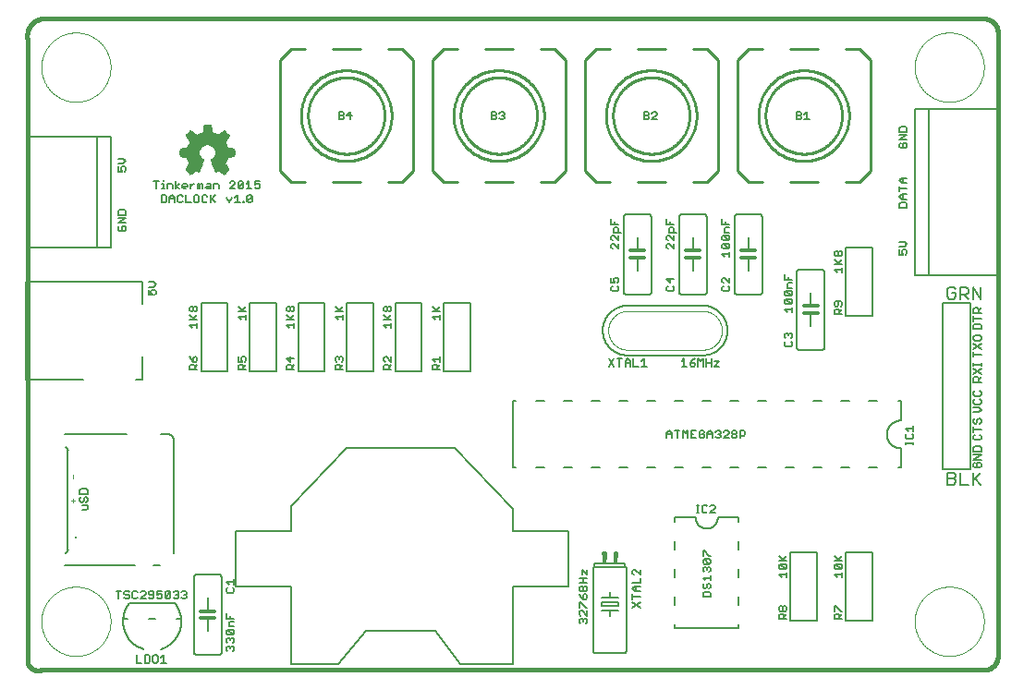
<source format=gto>
G75*
%MOIN*%
%OFA0B0*%
%FSLAX25Y25*%
%IPPOS*%
%LPD*%
%AMOC8*
5,1,8,0,0,1.08239X$1,22.5*
%
%ADD10C,0.00100*%
%ADD11C,0.01600*%
%ADD12C,0.00500*%
%ADD13R,0.00200X0.00100*%
%ADD14R,0.00500X0.00100*%
%ADD15R,0.00700X0.00100*%
%ADD16R,0.01000X0.00100*%
%ADD17R,0.01200X0.00100*%
%ADD18R,0.01500X0.00100*%
%ADD19R,0.01700X0.00100*%
%ADD20R,0.02000X0.00100*%
%ADD21R,0.02200X0.00100*%
%ADD22R,0.02500X0.00100*%
%ADD23R,0.02700X0.00100*%
%ADD24R,0.03000X0.00100*%
%ADD25R,0.03200X0.00100*%
%ADD26R,0.03400X0.00100*%
%ADD27R,0.04900X0.00100*%
%ADD28R,0.05100X0.00100*%
%ADD29R,0.05200X0.00100*%
%ADD30R,0.05400X0.00100*%
%ADD31R,0.05500X0.00100*%
%ADD32R,0.05300X0.00100*%
%ADD33R,0.05000X0.00100*%
%ADD34R,0.05600X0.00100*%
%ADD35R,0.05700X0.00100*%
%ADD36R,0.05800X0.00100*%
%ADD37R,0.05900X0.00100*%
%ADD38R,0.06000X0.00100*%
%ADD39R,0.06300X0.00100*%
%ADD40R,0.06800X0.00100*%
%ADD41R,0.06700X0.00100*%
%ADD42R,0.07200X0.00100*%
%ADD43R,0.07600X0.00100*%
%ADD44R,0.07500X0.00100*%
%ADD45R,0.07400X0.00100*%
%ADD46R,0.07300X0.00100*%
%ADD47R,0.06200X0.00100*%
%ADD48R,0.06600X0.00100*%
%ADD49R,0.13800X0.00100*%
%ADD50R,0.13600X0.00100*%
%ADD51R,0.13400X0.00100*%
%ADD52R,0.13200X0.00100*%
%ADD53R,0.13000X0.00100*%
%ADD54R,0.14000X0.00100*%
%ADD55R,0.14200X0.00100*%
%ADD56R,0.14400X0.00100*%
%ADD57R,0.14600X0.00100*%
%ADD58R,0.14800X0.00100*%
%ADD59R,0.15000X0.00100*%
%ADD60R,0.15200X0.00100*%
%ADD61R,0.15400X0.00100*%
%ADD62R,0.15600X0.00100*%
%ADD63R,0.15800X0.00100*%
%ADD64R,0.16000X0.00100*%
%ADD65R,0.03700X0.00100*%
%ADD66R,0.03500X0.00100*%
%ADD67R,0.02900X0.00100*%
%ADD68R,0.04800X0.00100*%
%ADD69R,0.04200X0.00100*%
%ADD70R,0.03800X0.00100*%
%ADD71R,0.03600X0.00100*%
%ADD72R,0.02800X0.00100*%
%ADD73C,0.00600*%
%ADD74C,0.00200*%
%ADD75C,0.01200*%
%ADD76C,0.00800*%
%ADD77R,0.01600X0.02300*%
%ADD78C,0.01000*%
%ADD79C,0.00400*%
D10*
X0022500Y0019503D02*
X0022504Y0019810D01*
X0022515Y0020116D01*
X0022534Y0020423D01*
X0022560Y0020728D01*
X0022594Y0021033D01*
X0022635Y0021337D01*
X0022684Y0021640D01*
X0022740Y0021942D01*
X0022804Y0022242D01*
X0022875Y0022540D01*
X0022953Y0022837D01*
X0023038Y0023132D01*
X0023131Y0023424D01*
X0023231Y0023714D01*
X0023338Y0024002D01*
X0023452Y0024287D01*
X0023572Y0024569D01*
X0023700Y0024847D01*
X0023835Y0025123D01*
X0023976Y0025395D01*
X0024124Y0025664D01*
X0024278Y0025929D01*
X0024439Y0026190D01*
X0024607Y0026448D01*
X0024780Y0026701D01*
X0024960Y0026949D01*
X0025146Y0027193D01*
X0025337Y0027433D01*
X0025535Y0027668D01*
X0025738Y0027897D01*
X0025947Y0028122D01*
X0026161Y0028342D01*
X0026381Y0028556D01*
X0026606Y0028765D01*
X0026835Y0028968D01*
X0027070Y0029166D01*
X0027310Y0029357D01*
X0027554Y0029543D01*
X0027802Y0029723D01*
X0028055Y0029896D01*
X0028313Y0030064D01*
X0028574Y0030225D01*
X0028839Y0030379D01*
X0029108Y0030527D01*
X0029380Y0030668D01*
X0029656Y0030803D01*
X0029934Y0030931D01*
X0030216Y0031051D01*
X0030501Y0031165D01*
X0030789Y0031272D01*
X0031079Y0031372D01*
X0031371Y0031465D01*
X0031666Y0031550D01*
X0031963Y0031628D01*
X0032261Y0031699D01*
X0032561Y0031763D01*
X0032863Y0031819D01*
X0033166Y0031868D01*
X0033470Y0031909D01*
X0033775Y0031943D01*
X0034080Y0031969D01*
X0034387Y0031988D01*
X0034693Y0031999D01*
X0035000Y0032003D01*
X0035307Y0031999D01*
X0035613Y0031988D01*
X0035920Y0031969D01*
X0036225Y0031943D01*
X0036530Y0031909D01*
X0036834Y0031868D01*
X0037137Y0031819D01*
X0037439Y0031763D01*
X0037739Y0031699D01*
X0038037Y0031628D01*
X0038334Y0031550D01*
X0038629Y0031465D01*
X0038921Y0031372D01*
X0039211Y0031272D01*
X0039499Y0031165D01*
X0039784Y0031051D01*
X0040066Y0030931D01*
X0040344Y0030803D01*
X0040620Y0030668D01*
X0040892Y0030527D01*
X0041161Y0030379D01*
X0041426Y0030225D01*
X0041687Y0030064D01*
X0041945Y0029896D01*
X0042198Y0029723D01*
X0042446Y0029543D01*
X0042690Y0029357D01*
X0042930Y0029166D01*
X0043165Y0028968D01*
X0043394Y0028765D01*
X0043619Y0028556D01*
X0043839Y0028342D01*
X0044053Y0028122D01*
X0044262Y0027897D01*
X0044465Y0027668D01*
X0044663Y0027433D01*
X0044854Y0027193D01*
X0045040Y0026949D01*
X0045220Y0026701D01*
X0045393Y0026448D01*
X0045561Y0026190D01*
X0045722Y0025929D01*
X0045876Y0025664D01*
X0046024Y0025395D01*
X0046165Y0025123D01*
X0046300Y0024847D01*
X0046428Y0024569D01*
X0046548Y0024287D01*
X0046662Y0024002D01*
X0046769Y0023714D01*
X0046869Y0023424D01*
X0046962Y0023132D01*
X0047047Y0022837D01*
X0047125Y0022540D01*
X0047196Y0022242D01*
X0047260Y0021942D01*
X0047316Y0021640D01*
X0047365Y0021337D01*
X0047406Y0021033D01*
X0047440Y0020728D01*
X0047466Y0020423D01*
X0047485Y0020116D01*
X0047496Y0019810D01*
X0047500Y0019503D01*
X0047496Y0019196D01*
X0047485Y0018890D01*
X0047466Y0018583D01*
X0047440Y0018278D01*
X0047406Y0017973D01*
X0047365Y0017669D01*
X0047316Y0017366D01*
X0047260Y0017064D01*
X0047196Y0016764D01*
X0047125Y0016466D01*
X0047047Y0016169D01*
X0046962Y0015874D01*
X0046869Y0015582D01*
X0046769Y0015292D01*
X0046662Y0015004D01*
X0046548Y0014719D01*
X0046428Y0014437D01*
X0046300Y0014159D01*
X0046165Y0013883D01*
X0046024Y0013611D01*
X0045876Y0013342D01*
X0045722Y0013077D01*
X0045561Y0012816D01*
X0045393Y0012558D01*
X0045220Y0012305D01*
X0045040Y0012057D01*
X0044854Y0011813D01*
X0044663Y0011573D01*
X0044465Y0011338D01*
X0044262Y0011109D01*
X0044053Y0010884D01*
X0043839Y0010664D01*
X0043619Y0010450D01*
X0043394Y0010241D01*
X0043165Y0010038D01*
X0042930Y0009840D01*
X0042690Y0009649D01*
X0042446Y0009463D01*
X0042198Y0009283D01*
X0041945Y0009110D01*
X0041687Y0008942D01*
X0041426Y0008781D01*
X0041161Y0008627D01*
X0040892Y0008479D01*
X0040620Y0008338D01*
X0040344Y0008203D01*
X0040066Y0008075D01*
X0039784Y0007955D01*
X0039499Y0007841D01*
X0039211Y0007734D01*
X0038921Y0007634D01*
X0038629Y0007541D01*
X0038334Y0007456D01*
X0038037Y0007378D01*
X0037739Y0007307D01*
X0037439Y0007243D01*
X0037137Y0007187D01*
X0036834Y0007138D01*
X0036530Y0007097D01*
X0036225Y0007063D01*
X0035920Y0007037D01*
X0035613Y0007018D01*
X0035307Y0007007D01*
X0035000Y0007003D01*
X0034693Y0007007D01*
X0034387Y0007018D01*
X0034080Y0007037D01*
X0033775Y0007063D01*
X0033470Y0007097D01*
X0033166Y0007138D01*
X0032863Y0007187D01*
X0032561Y0007243D01*
X0032261Y0007307D01*
X0031963Y0007378D01*
X0031666Y0007456D01*
X0031371Y0007541D01*
X0031079Y0007634D01*
X0030789Y0007734D01*
X0030501Y0007841D01*
X0030216Y0007955D01*
X0029934Y0008075D01*
X0029656Y0008203D01*
X0029380Y0008338D01*
X0029108Y0008479D01*
X0028839Y0008627D01*
X0028574Y0008781D01*
X0028313Y0008942D01*
X0028055Y0009110D01*
X0027802Y0009283D01*
X0027554Y0009463D01*
X0027310Y0009649D01*
X0027070Y0009840D01*
X0026835Y0010038D01*
X0026606Y0010241D01*
X0026381Y0010450D01*
X0026161Y0010664D01*
X0025947Y0010884D01*
X0025738Y0011109D01*
X0025535Y0011338D01*
X0025337Y0011573D01*
X0025146Y0011813D01*
X0024960Y0012057D01*
X0024780Y0012305D01*
X0024607Y0012558D01*
X0024439Y0012816D01*
X0024278Y0013077D01*
X0024124Y0013342D01*
X0023976Y0013611D01*
X0023835Y0013883D01*
X0023700Y0014159D01*
X0023572Y0014437D01*
X0023452Y0014719D01*
X0023338Y0015004D01*
X0023231Y0015292D01*
X0023131Y0015582D01*
X0023038Y0015874D01*
X0022953Y0016169D01*
X0022875Y0016466D01*
X0022804Y0016764D01*
X0022740Y0017064D01*
X0022684Y0017366D01*
X0022635Y0017669D01*
X0022594Y0017973D01*
X0022560Y0018278D01*
X0022534Y0018583D01*
X0022515Y0018890D01*
X0022504Y0019196D01*
X0022500Y0019503D01*
X0022500Y0219503D02*
X0022504Y0219810D01*
X0022515Y0220116D01*
X0022534Y0220423D01*
X0022560Y0220728D01*
X0022594Y0221033D01*
X0022635Y0221337D01*
X0022684Y0221640D01*
X0022740Y0221942D01*
X0022804Y0222242D01*
X0022875Y0222540D01*
X0022953Y0222837D01*
X0023038Y0223132D01*
X0023131Y0223424D01*
X0023231Y0223714D01*
X0023338Y0224002D01*
X0023452Y0224287D01*
X0023572Y0224569D01*
X0023700Y0224847D01*
X0023835Y0225123D01*
X0023976Y0225395D01*
X0024124Y0225664D01*
X0024278Y0225929D01*
X0024439Y0226190D01*
X0024607Y0226448D01*
X0024780Y0226701D01*
X0024960Y0226949D01*
X0025146Y0227193D01*
X0025337Y0227433D01*
X0025535Y0227668D01*
X0025738Y0227897D01*
X0025947Y0228122D01*
X0026161Y0228342D01*
X0026381Y0228556D01*
X0026606Y0228765D01*
X0026835Y0228968D01*
X0027070Y0229166D01*
X0027310Y0229357D01*
X0027554Y0229543D01*
X0027802Y0229723D01*
X0028055Y0229896D01*
X0028313Y0230064D01*
X0028574Y0230225D01*
X0028839Y0230379D01*
X0029108Y0230527D01*
X0029380Y0230668D01*
X0029656Y0230803D01*
X0029934Y0230931D01*
X0030216Y0231051D01*
X0030501Y0231165D01*
X0030789Y0231272D01*
X0031079Y0231372D01*
X0031371Y0231465D01*
X0031666Y0231550D01*
X0031963Y0231628D01*
X0032261Y0231699D01*
X0032561Y0231763D01*
X0032863Y0231819D01*
X0033166Y0231868D01*
X0033470Y0231909D01*
X0033775Y0231943D01*
X0034080Y0231969D01*
X0034387Y0231988D01*
X0034693Y0231999D01*
X0035000Y0232003D01*
X0035307Y0231999D01*
X0035613Y0231988D01*
X0035920Y0231969D01*
X0036225Y0231943D01*
X0036530Y0231909D01*
X0036834Y0231868D01*
X0037137Y0231819D01*
X0037439Y0231763D01*
X0037739Y0231699D01*
X0038037Y0231628D01*
X0038334Y0231550D01*
X0038629Y0231465D01*
X0038921Y0231372D01*
X0039211Y0231272D01*
X0039499Y0231165D01*
X0039784Y0231051D01*
X0040066Y0230931D01*
X0040344Y0230803D01*
X0040620Y0230668D01*
X0040892Y0230527D01*
X0041161Y0230379D01*
X0041426Y0230225D01*
X0041687Y0230064D01*
X0041945Y0229896D01*
X0042198Y0229723D01*
X0042446Y0229543D01*
X0042690Y0229357D01*
X0042930Y0229166D01*
X0043165Y0228968D01*
X0043394Y0228765D01*
X0043619Y0228556D01*
X0043839Y0228342D01*
X0044053Y0228122D01*
X0044262Y0227897D01*
X0044465Y0227668D01*
X0044663Y0227433D01*
X0044854Y0227193D01*
X0045040Y0226949D01*
X0045220Y0226701D01*
X0045393Y0226448D01*
X0045561Y0226190D01*
X0045722Y0225929D01*
X0045876Y0225664D01*
X0046024Y0225395D01*
X0046165Y0225123D01*
X0046300Y0224847D01*
X0046428Y0224569D01*
X0046548Y0224287D01*
X0046662Y0224002D01*
X0046769Y0223714D01*
X0046869Y0223424D01*
X0046962Y0223132D01*
X0047047Y0222837D01*
X0047125Y0222540D01*
X0047196Y0222242D01*
X0047260Y0221942D01*
X0047316Y0221640D01*
X0047365Y0221337D01*
X0047406Y0221033D01*
X0047440Y0220728D01*
X0047466Y0220423D01*
X0047485Y0220116D01*
X0047496Y0219810D01*
X0047500Y0219503D01*
X0047496Y0219196D01*
X0047485Y0218890D01*
X0047466Y0218583D01*
X0047440Y0218278D01*
X0047406Y0217973D01*
X0047365Y0217669D01*
X0047316Y0217366D01*
X0047260Y0217064D01*
X0047196Y0216764D01*
X0047125Y0216466D01*
X0047047Y0216169D01*
X0046962Y0215874D01*
X0046869Y0215582D01*
X0046769Y0215292D01*
X0046662Y0215004D01*
X0046548Y0214719D01*
X0046428Y0214437D01*
X0046300Y0214159D01*
X0046165Y0213883D01*
X0046024Y0213611D01*
X0045876Y0213342D01*
X0045722Y0213077D01*
X0045561Y0212816D01*
X0045393Y0212558D01*
X0045220Y0212305D01*
X0045040Y0212057D01*
X0044854Y0211813D01*
X0044663Y0211573D01*
X0044465Y0211338D01*
X0044262Y0211109D01*
X0044053Y0210884D01*
X0043839Y0210664D01*
X0043619Y0210450D01*
X0043394Y0210241D01*
X0043165Y0210038D01*
X0042930Y0209840D01*
X0042690Y0209649D01*
X0042446Y0209463D01*
X0042198Y0209283D01*
X0041945Y0209110D01*
X0041687Y0208942D01*
X0041426Y0208781D01*
X0041161Y0208627D01*
X0040892Y0208479D01*
X0040620Y0208338D01*
X0040344Y0208203D01*
X0040066Y0208075D01*
X0039784Y0207955D01*
X0039499Y0207841D01*
X0039211Y0207734D01*
X0038921Y0207634D01*
X0038629Y0207541D01*
X0038334Y0207456D01*
X0038037Y0207378D01*
X0037739Y0207307D01*
X0037439Y0207243D01*
X0037137Y0207187D01*
X0036834Y0207138D01*
X0036530Y0207097D01*
X0036225Y0207063D01*
X0035920Y0207037D01*
X0035613Y0207018D01*
X0035307Y0207007D01*
X0035000Y0207003D01*
X0034693Y0207007D01*
X0034387Y0207018D01*
X0034080Y0207037D01*
X0033775Y0207063D01*
X0033470Y0207097D01*
X0033166Y0207138D01*
X0032863Y0207187D01*
X0032561Y0207243D01*
X0032261Y0207307D01*
X0031963Y0207378D01*
X0031666Y0207456D01*
X0031371Y0207541D01*
X0031079Y0207634D01*
X0030789Y0207734D01*
X0030501Y0207841D01*
X0030216Y0207955D01*
X0029934Y0208075D01*
X0029656Y0208203D01*
X0029380Y0208338D01*
X0029108Y0208479D01*
X0028839Y0208627D01*
X0028574Y0208781D01*
X0028313Y0208942D01*
X0028055Y0209110D01*
X0027802Y0209283D01*
X0027554Y0209463D01*
X0027310Y0209649D01*
X0027070Y0209840D01*
X0026835Y0210038D01*
X0026606Y0210241D01*
X0026381Y0210450D01*
X0026161Y0210664D01*
X0025947Y0210884D01*
X0025738Y0211109D01*
X0025535Y0211338D01*
X0025337Y0211573D01*
X0025146Y0211813D01*
X0024960Y0212057D01*
X0024780Y0212305D01*
X0024607Y0212558D01*
X0024439Y0212816D01*
X0024278Y0213077D01*
X0024124Y0213342D01*
X0023976Y0213611D01*
X0023835Y0213883D01*
X0023700Y0214159D01*
X0023572Y0214437D01*
X0023452Y0214719D01*
X0023338Y0215004D01*
X0023231Y0215292D01*
X0023131Y0215582D01*
X0023038Y0215874D01*
X0022953Y0216169D01*
X0022875Y0216466D01*
X0022804Y0216764D01*
X0022740Y0217064D01*
X0022684Y0217366D01*
X0022635Y0217669D01*
X0022594Y0217973D01*
X0022560Y0218278D01*
X0022534Y0218583D01*
X0022515Y0218890D01*
X0022504Y0219196D01*
X0022500Y0219503D01*
X0337500Y0219503D02*
X0337504Y0219810D01*
X0337515Y0220116D01*
X0337534Y0220423D01*
X0337560Y0220728D01*
X0337594Y0221033D01*
X0337635Y0221337D01*
X0337684Y0221640D01*
X0337740Y0221942D01*
X0337804Y0222242D01*
X0337875Y0222540D01*
X0337953Y0222837D01*
X0338038Y0223132D01*
X0338131Y0223424D01*
X0338231Y0223714D01*
X0338338Y0224002D01*
X0338452Y0224287D01*
X0338572Y0224569D01*
X0338700Y0224847D01*
X0338835Y0225123D01*
X0338976Y0225395D01*
X0339124Y0225664D01*
X0339278Y0225929D01*
X0339439Y0226190D01*
X0339607Y0226448D01*
X0339780Y0226701D01*
X0339960Y0226949D01*
X0340146Y0227193D01*
X0340337Y0227433D01*
X0340535Y0227668D01*
X0340738Y0227897D01*
X0340947Y0228122D01*
X0341161Y0228342D01*
X0341381Y0228556D01*
X0341606Y0228765D01*
X0341835Y0228968D01*
X0342070Y0229166D01*
X0342310Y0229357D01*
X0342554Y0229543D01*
X0342802Y0229723D01*
X0343055Y0229896D01*
X0343313Y0230064D01*
X0343574Y0230225D01*
X0343839Y0230379D01*
X0344108Y0230527D01*
X0344380Y0230668D01*
X0344656Y0230803D01*
X0344934Y0230931D01*
X0345216Y0231051D01*
X0345501Y0231165D01*
X0345789Y0231272D01*
X0346079Y0231372D01*
X0346371Y0231465D01*
X0346666Y0231550D01*
X0346963Y0231628D01*
X0347261Y0231699D01*
X0347561Y0231763D01*
X0347863Y0231819D01*
X0348166Y0231868D01*
X0348470Y0231909D01*
X0348775Y0231943D01*
X0349080Y0231969D01*
X0349387Y0231988D01*
X0349693Y0231999D01*
X0350000Y0232003D01*
X0350307Y0231999D01*
X0350613Y0231988D01*
X0350920Y0231969D01*
X0351225Y0231943D01*
X0351530Y0231909D01*
X0351834Y0231868D01*
X0352137Y0231819D01*
X0352439Y0231763D01*
X0352739Y0231699D01*
X0353037Y0231628D01*
X0353334Y0231550D01*
X0353629Y0231465D01*
X0353921Y0231372D01*
X0354211Y0231272D01*
X0354499Y0231165D01*
X0354784Y0231051D01*
X0355066Y0230931D01*
X0355344Y0230803D01*
X0355620Y0230668D01*
X0355892Y0230527D01*
X0356161Y0230379D01*
X0356426Y0230225D01*
X0356687Y0230064D01*
X0356945Y0229896D01*
X0357198Y0229723D01*
X0357446Y0229543D01*
X0357690Y0229357D01*
X0357930Y0229166D01*
X0358165Y0228968D01*
X0358394Y0228765D01*
X0358619Y0228556D01*
X0358839Y0228342D01*
X0359053Y0228122D01*
X0359262Y0227897D01*
X0359465Y0227668D01*
X0359663Y0227433D01*
X0359854Y0227193D01*
X0360040Y0226949D01*
X0360220Y0226701D01*
X0360393Y0226448D01*
X0360561Y0226190D01*
X0360722Y0225929D01*
X0360876Y0225664D01*
X0361024Y0225395D01*
X0361165Y0225123D01*
X0361300Y0224847D01*
X0361428Y0224569D01*
X0361548Y0224287D01*
X0361662Y0224002D01*
X0361769Y0223714D01*
X0361869Y0223424D01*
X0361962Y0223132D01*
X0362047Y0222837D01*
X0362125Y0222540D01*
X0362196Y0222242D01*
X0362260Y0221942D01*
X0362316Y0221640D01*
X0362365Y0221337D01*
X0362406Y0221033D01*
X0362440Y0220728D01*
X0362466Y0220423D01*
X0362485Y0220116D01*
X0362496Y0219810D01*
X0362500Y0219503D01*
X0362496Y0219196D01*
X0362485Y0218890D01*
X0362466Y0218583D01*
X0362440Y0218278D01*
X0362406Y0217973D01*
X0362365Y0217669D01*
X0362316Y0217366D01*
X0362260Y0217064D01*
X0362196Y0216764D01*
X0362125Y0216466D01*
X0362047Y0216169D01*
X0361962Y0215874D01*
X0361869Y0215582D01*
X0361769Y0215292D01*
X0361662Y0215004D01*
X0361548Y0214719D01*
X0361428Y0214437D01*
X0361300Y0214159D01*
X0361165Y0213883D01*
X0361024Y0213611D01*
X0360876Y0213342D01*
X0360722Y0213077D01*
X0360561Y0212816D01*
X0360393Y0212558D01*
X0360220Y0212305D01*
X0360040Y0212057D01*
X0359854Y0211813D01*
X0359663Y0211573D01*
X0359465Y0211338D01*
X0359262Y0211109D01*
X0359053Y0210884D01*
X0358839Y0210664D01*
X0358619Y0210450D01*
X0358394Y0210241D01*
X0358165Y0210038D01*
X0357930Y0209840D01*
X0357690Y0209649D01*
X0357446Y0209463D01*
X0357198Y0209283D01*
X0356945Y0209110D01*
X0356687Y0208942D01*
X0356426Y0208781D01*
X0356161Y0208627D01*
X0355892Y0208479D01*
X0355620Y0208338D01*
X0355344Y0208203D01*
X0355066Y0208075D01*
X0354784Y0207955D01*
X0354499Y0207841D01*
X0354211Y0207734D01*
X0353921Y0207634D01*
X0353629Y0207541D01*
X0353334Y0207456D01*
X0353037Y0207378D01*
X0352739Y0207307D01*
X0352439Y0207243D01*
X0352137Y0207187D01*
X0351834Y0207138D01*
X0351530Y0207097D01*
X0351225Y0207063D01*
X0350920Y0207037D01*
X0350613Y0207018D01*
X0350307Y0207007D01*
X0350000Y0207003D01*
X0349693Y0207007D01*
X0349387Y0207018D01*
X0349080Y0207037D01*
X0348775Y0207063D01*
X0348470Y0207097D01*
X0348166Y0207138D01*
X0347863Y0207187D01*
X0347561Y0207243D01*
X0347261Y0207307D01*
X0346963Y0207378D01*
X0346666Y0207456D01*
X0346371Y0207541D01*
X0346079Y0207634D01*
X0345789Y0207734D01*
X0345501Y0207841D01*
X0345216Y0207955D01*
X0344934Y0208075D01*
X0344656Y0208203D01*
X0344380Y0208338D01*
X0344108Y0208479D01*
X0343839Y0208627D01*
X0343574Y0208781D01*
X0343313Y0208942D01*
X0343055Y0209110D01*
X0342802Y0209283D01*
X0342554Y0209463D01*
X0342310Y0209649D01*
X0342070Y0209840D01*
X0341835Y0210038D01*
X0341606Y0210241D01*
X0341381Y0210450D01*
X0341161Y0210664D01*
X0340947Y0210884D01*
X0340738Y0211109D01*
X0340535Y0211338D01*
X0340337Y0211573D01*
X0340146Y0211813D01*
X0339960Y0212057D01*
X0339780Y0212305D01*
X0339607Y0212558D01*
X0339439Y0212816D01*
X0339278Y0213077D01*
X0339124Y0213342D01*
X0338976Y0213611D01*
X0338835Y0213883D01*
X0338700Y0214159D01*
X0338572Y0214437D01*
X0338452Y0214719D01*
X0338338Y0215004D01*
X0338231Y0215292D01*
X0338131Y0215582D01*
X0338038Y0215874D01*
X0337953Y0216169D01*
X0337875Y0216466D01*
X0337804Y0216764D01*
X0337740Y0217064D01*
X0337684Y0217366D01*
X0337635Y0217669D01*
X0337594Y0217973D01*
X0337560Y0218278D01*
X0337534Y0218583D01*
X0337515Y0218890D01*
X0337504Y0219196D01*
X0337500Y0219503D01*
X0337500Y0019503D02*
X0337504Y0019810D01*
X0337515Y0020116D01*
X0337534Y0020423D01*
X0337560Y0020728D01*
X0337594Y0021033D01*
X0337635Y0021337D01*
X0337684Y0021640D01*
X0337740Y0021942D01*
X0337804Y0022242D01*
X0337875Y0022540D01*
X0337953Y0022837D01*
X0338038Y0023132D01*
X0338131Y0023424D01*
X0338231Y0023714D01*
X0338338Y0024002D01*
X0338452Y0024287D01*
X0338572Y0024569D01*
X0338700Y0024847D01*
X0338835Y0025123D01*
X0338976Y0025395D01*
X0339124Y0025664D01*
X0339278Y0025929D01*
X0339439Y0026190D01*
X0339607Y0026448D01*
X0339780Y0026701D01*
X0339960Y0026949D01*
X0340146Y0027193D01*
X0340337Y0027433D01*
X0340535Y0027668D01*
X0340738Y0027897D01*
X0340947Y0028122D01*
X0341161Y0028342D01*
X0341381Y0028556D01*
X0341606Y0028765D01*
X0341835Y0028968D01*
X0342070Y0029166D01*
X0342310Y0029357D01*
X0342554Y0029543D01*
X0342802Y0029723D01*
X0343055Y0029896D01*
X0343313Y0030064D01*
X0343574Y0030225D01*
X0343839Y0030379D01*
X0344108Y0030527D01*
X0344380Y0030668D01*
X0344656Y0030803D01*
X0344934Y0030931D01*
X0345216Y0031051D01*
X0345501Y0031165D01*
X0345789Y0031272D01*
X0346079Y0031372D01*
X0346371Y0031465D01*
X0346666Y0031550D01*
X0346963Y0031628D01*
X0347261Y0031699D01*
X0347561Y0031763D01*
X0347863Y0031819D01*
X0348166Y0031868D01*
X0348470Y0031909D01*
X0348775Y0031943D01*
X0349080Y0031969D01*
X0349387Y0031988D01*
X0349693Y0031999D01*
X0350000Y0032003D01*
X0350307Y0031999D01*
X0350613Y0031988D01*
X0350920Y0031969D01*
X0351225Y0031943D01*
X0351530Y0031909D01*
X0351834Y0031868D01*
X0352137Y0031819D01*
X0352439Y0031763D01*
X0352739Y0031699D01*
X0353037Y0031628D01*
X0353334Y0031550D01*
X0353629Y0031465D01*
X0353921Y0031372D01*
X0354211Y0031272D01*
X0354499Y0031165D01*
X0354784Y0031051D01*
X0355066Y0030931D01*
X0355344Y0030803D01*
X0355620Y0030668D01*
X0355892Y0030527D01*
X0356161Y0030379D01*
X0356426Y0030225D01*
X0356687Y0030064D01*
X0356945Y0029896D01*
X0357198Y0029723D01*
X0357446Y0029543D01*
X0357690Y0029357D01*
X0357930Y0029166D01*
X0358165Y0028968D01*
X0358394Y0028765D01*
X0358619Y0028556D01*
X0358839Y0028342D01*
X0359053Y0028122D01*
X0359262Y0027897D01*
X0359465Y0027668D01*
X0359663Y0027433D01*
X0359854Y0027193D01*
X0360040Y0026949D01*
X0360220Y0026701D01*
X0360393Y0026448D01*
X0360561Y0026190D01*
X0360722Y0025929D01*
X0360876Y0025664D01*
X0361024Y0025395D01*
X0361165Y0025123D01*
X0361300Y0024847D01*
X0361428Y0024569D01*
X0361548Y0024287D01*
X0361662Y0024002D01*
X0361769Y0023714D01*
X0361869Y0023424D01*
X0361962Y0023132D01*
X0362047Y0022837D01*
X0362125Y0022540D01*
X0362196Y0022242D01*
X0362260Y0021942D01*
X0362316Y0021640D01*
X0362365Y0021337D01*
X0362406Y0021033D01*
X0362440Y0020728D01*
X0362466Y0020423D01*
X0362485Y0020116D01*
X0362496Y0019810D01*
X0362500Y0019503D01*
X0362496Y0019196D01*
X0362485Y0018890D01*
X0362466Y0018583D01*
X0362440Y0018278D01*
X0362406Y0017973D01*
X0362365Y0017669D01*
X0362316Y0017366D01*
X0362260Y0017064D01*
X0362196Y0016764D01*
X0362125Y0016466D01*
X0362047Y0016169D01*
X0361962Y0015874D01*
X0361869Y0015582D01*
X0361769Y0015292D01*
X0361662Y0015004D01*
X0361548Y0014719D01*
X0361428Y0014437D01*
X0361300Y0014159D01*
X0361165Y0013883D01*
X0361024Y0013611D01*
X0360876Y0013342D01*
X0360722Y0013077D01*
X0360561Y0012816D01*
X0360393Y0012558D01*
X0360220Y0012305D01*
X0360040Y0012057D01*
X0359854Y0011813D01*
X0359663Y0011573D01*
X0359465Y0011338D01*
X0359262Y0011109D01*
X0359053Y0010884D01*
X0358839Y0010664D01*
X0358619Y0010450D01*
X0358394Y0010241D01*
X0358165Y0010038D01*
X0357930Y0009840D01*
X0357690Y0009649D01*
X0357446Y0009463D01*
X0357198Y0009283D01*
X0356945Y0009110D01*
X0356687Y0008942D01*
X0356426Y0008781D01*
X0356161Y0008627D01*
X0355892Y0008479D01*
X0355620Y0008338D01*
X0355344Y0008203D01*
X0355066Y0008075D01*
X0354784Y0007955D01*
X0354499Y0007841D01*
X0354211Y0007734D01*
X0353921Y0007634D01*
X0353629Y0007541D01*
X0353334Y0007456D01*
X0353037Y0007378D01*
X0352739Y0007307D01*
X0352439Y0007243D01*
X0352137Y0007187D01*
X0351834Y0007138D01*
X0351530Y0007097D01*
X0351225Y0007063D01*
X0350920Y0007037D01*
X0350613Y0007018D01*
X0350307Y0007007D01*
X0350000Y0007003D01*
X0349693Y0007007D01*
X0349387Y0007018D01*
X0349080Y0007037D01*
X0348775Y0007063D01*
X0348470Y0007097D01*
X0348166Y0007138D01*
X0347863Y0007187D01*
X0347561Y0007243D01*
X0347261Y0007307D01*
X0346963Y0007378D01*
X0346666Y0007456D01*
X0346371Y0007541D01*
X0346079Y0007634D01*
X0345789Y0007734D01*
X0345501Y0007841D01*
X0345216Y0007955D01*
X0344934Y0008075D01*
X0344656Y0008203D01*
X0344380Y0008338D01*
X0344108Y0008479D01*
X0343839Y0008627D01*
X0343574Y0008781D01*
X0343313Y0008942D01*
X0343055Y0009110D01*
X0342802Y0009283D01*
X0342554Y0009463D01*
X0342310Y0009649D01*
X0342070Y0009840D01*
X0341835Y0010038D01*
X0341606Y0010241D01*
X0341381Y0010450D01*
X0341161Y0010664D01*
X0340947Y0010884D01*
X0340738Y0011109D01*
X0340535Y0011338D01*
X0340337Y0011573D01*
X0340146Y0011813D01*
X0339960Y0012057D01*
X0339780Y0012305D01*
X0339607Y0012558D01*
X0339439Y0012816D01*
X0339278Y0013077D01*
X0339124Y0013342D01*
X0338976Y0013611D01*
X0338835Y0013883D01*
X0338700Y0014159D01*
X0338572Y0014437D01*
X0338452Y0014719D01*
X0338338Y0015004D01*
X0338231Y0015292D01*
X0338131Y0015582D01*
X0338038Y0015874D01*
X0337953Y0016169D01*
X0337875Y0016466D01*
X0337804Y0016764D01*
X0337740Y0017064D01*
X0337684Y0017366D01*
X0337635Y0017669D01*
X0337594Y0017973D01*
X0337560Y0018278D01*
X0337534Y0018583D01*
X0337515Y0018890D01*
X0337504Y0019196D01*
X0337500Y0019503D01*
D11*
X0017500Y0004503D02*
X0017500Y0229503D01*
X0017471Y0229659D01*
X0017445Y0229816D01*
X0017424Y0229974D01*
X0017406Y0230131D01*
X0017393Y0230290D01*
X0017383Y0230448D01*
X0017378Y0230607D01*
X0017376Y0230766D01*
X0017378Y0230925D01*
X0017385Y0231084D01*
X0017395Y0231242D01*
X0017409Y0231401D01*
X0017427Y0231559D01*
X0017449Y0231716D01*
X0017475Y0231873D01*
X0017505Y0232029D01*
X0017539Y0232184D01*
X0017576Y0232339D01*
X0017618Y0232492D01*
X0017663Y0232644D01*
X0017712Y0232796D01*
X0017765Y0232945D01*
X0017821Y0233094D01*
X0017882Y0233241D01*
X0017946Y0233387D01*
X0018013Y0233530D01*
X0018084Y0233673D01*
X0018159Y0233813D01*
X0018237Y0233951D01*
X0018318Y0234088D01*
X0018403Y0234222D01*
X0018491Y0234354D01*
X0018582Y0234484D01*
X0018677Y0234612D01*
X0018775Y0234737D01*
X0018876Y0234860D01*
X0018980Y0234980D01*
X0019087Y0235098D01*
X0019196Y0235213D01*
X0019309Y0235325D01*
X0019424Y0235434D01*
X0019542Y0235541D01*
X0019663Y0235644D01*
X0019786Y0235745D01*
X0019912Y0235842D01*
X0020040Y0235936D01*
X0020170Y0236027D01*
X0020303Y0236114D01*
X0020438Y0236199D01*
X0020574Y0236280D01*
X0020713Y0236357D01*
X0020854Y0236431D01*
X0020996Y0236501D01*
X0021140Y0236568D01*
X0021286Y0236632D01*
X0021434Y0236691D01*
X0021582Y0236747D01*
X0021732Y0236799D01*
X0021884Y0236848D01*
X0022036Y0236892D01*
X0022190Y0236933D01*
X0022345Y0236970D01*
X0022500Y0237003D01*
X0362500Y0237003D01*
X0362640Y0237001D01*
X0362780Y0236995D01*
X0362920Y0236985D01*
X0363060Y0236972D01*
X0363199Y0236954D01*
X0363338Y0236932D01*
X0363475Y0236907D01*
X0363613Y0236878D01*
X0363749Y0236845D01*
X0363884Y0236808D01*
X0364018Y0236767D01*
X0364151Y0236722D01*
X0364283Y0236674D01*
X0364413Y0236622D01*
X0364542Y0236567D01*
X0364669Y0236508D01*
X0364795Y0236445D01*
X0364919Y0236379D01*
X0365040Y0236310D01*
X0365160Y0236237D01*
X0365278Y0236160D01*
X0365393Y0236081D01*
X0365507Y0235998D01*
X0365617Y0235912D01*
X0365726Y0235823D01*
X0365832Y0235731D01*
X0365935Y0235636D01*
X0366036Y0235539D01*
X0366133Y0235438D01*
X0366228Y0235335D01*
X0366320Y0235229D01*
X0366409Y0235120D01*
X0366495Y0235010D01*
X0366578Y0234896D01*
X0366657Y0234781D01*
X0366734Y0234663D01*
X0366807Y0234543D01*
X0366876Y0234422D01*
X0366942Y0234298D01*
X0367005Y0234172D01*
X0367064Y0234045D01*
X0367119Y0233916D01*
X0367171Y0233786D01*
X0367219Y0233654D01*
X0367264Y0233521D01*
X0367305Y0233387D01*
X0367342Y0233252D01*
X0367375Y0233116D01*
X0367404Y0232978D01*
X0367429Y0232841D01*
X0367451Y0232702D01*
X0367469Y0232563D01*
X0367482Y0232423D01*
X0367492Y0232283D01*
X0367498Y0232143D01*
X0367500Y0232003D01*
X0367500Y0007003D01*
X0367498Y0006863D01*
X0367492Y0006723D01*
X0367482Y0006583D01*
X0367469Y0006443D01*
X0367451Y0006304D01*
X0367429Y0006165D01*
X0367404Y0006028D01*
X0367375Y0005890D01*
X0367342Y0005754D01*
X0367305Y0005619D01*
X0367264Y0005485D01*
X0367219Y0005352D01*
X0367171Y0005220D01*
X0367119Y0005090D01*
X0367064Y0004961D01*
X0367005Y0004834D01*
X0366942Y0004708D01*
X0366876Y0004584D01*
X0366807Y0004463D01*
X0366734Y0004343D01*
X0366657Y0004225D01*
X0366578Y0004110D01*
X0366495Y0003996D01*
X0366409Y0003886D01*
X0366320Y0003777D01*
X0366228Y0003671D01*
X0366133Y0003568D01*
X0366036Y0003467D01*
X0365935Y0003370D01*
X0365832Y0003275D01*
X0365726Y0003183D01*
X0365617Y0003094D01*
X0365507Y0003008D01*
X0365393Y0002925D01*
X0365278Y0002846D01*
X0365160Y0002769D01*
X0365040Y0002696D01*
X0364919Y0002627D01*
X0364795Y0002561D01*
X0364669Y0002498D01*
X0364542Y0002439D01*
X0364413Y0002384D01*
X0364283Y0002332D01*
X0364151Y0002284D01*
X0364018Y0002239D01*
X0363884Y0002198D01*
X0363749Y0002161D01*
X0363613Y0002128D01*
X0363475Y0002099D01*
X0363338Y0002074D01*
X0363199Y0002052D01*
X0363060Y0002034D01*
X0362920Y0002021D01*
X0362780Y0002011D01*
X0362640Y0002005D01*
X0362500Y0002003D01*
X0022500Y0002003D01*
X0022382Y0001965D01*
X0022262Y0001932D01*
X0022142Y0001902D01*
X0022020Y0001876D01*
X0021898Y0001853D01*
X0021775Y0001835D01*
X0021652Y0001820D01*
X0021528Y0001810D01*
X0021404Y0001803D01*
X0021280Y0001800D01*
X0021156Y0001801D01*
X0021032Y0001806D01*
X0020908Y0001815D01*
X0020784Y0001828D01*
X0020661Y0001844D01*
X0020539Y0001865D01*
X0020417Y0001889D01*
X0020296Y0001917D01*
X0020176Y0001949D01*
X0020057Y0001984D01*
X0019939Y0002024D01*
X0019823Y0002067D01*
X0019708Y0002113D01*
X0019594Y0002164D01*
X0019482Y0002217D01*
X0019372Y0002275D01*
X0019264Y0002335D01*
X0019157Y0002399D01*
X0019053Y0002467D01*
X0018951Y0002537D01*
X0018851Y0002611D01*
X0018753Y0002688D01*
X0018658Y0002768D01*
X0018566Y0002851D01*
X0018476Y0002937D01*
X0018389Y0003025D01*
X0018305Y0003116D01*
X0018223Y0003210D01*
X0018145Y0003307D01*
X0018070Y0003405D01*
X0017998Y0003506D01*
X0017929Y0003610D01*
X0017863Y0003715D01*
X0017801Y0003822D01*
X0017742Y0003932D01*
X0017686Y0004043D01*
X0017634Y0004156D01*
X0017586Y0004270D01*
X0017541Y0004386D01*
X0017500Y0004503D01*
X0225500Y0042503D02*
X0225500Y0044003D01*
X0225300Y0044203D01*
X0229500Y0044003D02*
X0229700Y0044203D01*
X0229500Y0044003D02*
X0229500Y0043003D01*
D12*
X0235748Y0037657D02*
X0235748Y0036757D01*
X0236198Y0036306D01*
X0235748Y0037657D02*
X0236198Y0038108D01*
X0236648Y0038108D01*
X0238450Y0036306D01*
X0238450Y0038108D01*
X0238450Y0035161D02*
X0238450Y0033360D01*
X0235748Y0033360D01*
X0236648Y0032215D02*
X0235748Y0031314D01*
X0236648Y0030413D01*
X0238450Y0030413D01*
X0237099Y0030413D02*
X0237099Y0032215D01*
X0236648Y0032215D02*
X0238450Y0032215D01*
X0235748Y0029268D02*
X0235748Y0027467D01*
X0235748Y0028368D02*
X0238450Y0028368D01*
X0238450Y0026322D02*
X0235748Y0024520D01*
X0235748Y0026322D02*
X0238450Y0024520D01*
X0251000Y0025503D02*
X0251000Y0028503D01*
X0251000Y0035503D02*
X0251000Y0038503D01*
X0251000Y0045503D02*
X0251000Y0048503D01*
X0251000Y0055503D02*
X0251000Y0057003D01*
X0258500Y0057003D01*
X0258821Y0058753D02*
X0259722Y0058753D01*
X0259272Y0058753D02*
X0259272Y0061455D01*
X0259722Y0061455D02*
X0258821Y0061455D01*
X0260786Y0061005D02*
X0260786Y0059203D01*
X0261236Y0058753D01*
X0262137Y0058753D01*
X0262587Y0059203D01*
X0263732Y0058753D02*
X0265534Y0060554D01*
X0265534Y0061005D01*
X0265083Y0061455D01*
X0264183Y0061455D01*
X0263732Y0061005D01*
X0262587Y0061005D02*
X0262137Y0061455D01*
X0261236Y0061455D01*
X0260786Y0061005D01*
X0263732Y0058753D02*
X0265534Y0058753D01*
X0266500Y0057003D02*
X0274000Y0057003D01*
X0274000Y0055503D01*
X0274000Y0048503D02*
X0274000Y0045503D01*
X0274000Y0038503D02*
X0274000Y0035503D01*
X0274000Y0028503D02*
X0274000Y0025503D01*
X0274000Y0018503D02*
X0274000Y0017003D01*
X0251000Y0017003D01*
X0251000Y0018503D01*
X0261148Y0028413D02*
X0261148Y0029764D01*
X0261598Y0030215D01*
X0263400Y0030215D01*
X0263850Y0029764D01*
X0263850Y0028413D01*
X0261148Y0028413D01*
X0261598Y0031360D02*
X0262048Y0031360D01*
X0262499Y0031810D01*
X0262499Y0032711D01*
X0262949Y0033161D01*
X0263400Y0033161D01*
X0263850Y0032711D01*
X0263850Y0031810D01*
X0263400Y0031360D01*
X0261598Y0031360D02*
X0261148Y0031810D01*
X0261148Y0032711D01*
X0261598Y0033161D01*
X0262048Y0034306D02*
X0261148Y0035207D01*
X0263850Y0035207D01*
X0263850Y0034306D02*
X0263850Y0036108D01*
X0263400Y0037253D02*
X0263850Y0037703D01*
X0263850Y0038604D01*
X0263400Y0039054D01*
X0262949Y0039054D01*
X0262499Y0038604D01*
X0262499Y0038154D01*
X0262499Y0038604D02*
X0262048Y0039054D01*
X0261598Y0039054D01*
X0261148Y0038604D01*
X0261148Y0037703D01*
X0261598Y0037253D01*
X0261598Y0040199D02*
X0261148Y0040650D01*
X0261148Y0041551D01*
X0261598Y0042001D01*
X0263400Y0040199D01*
X0263850Y0040650D01*
X0263850Y0041551D01*
X0263400Y0042001D01*
X0261598Y0042001D01*
X0261148Y0043146D02*
X0261148Y0044947D01*
X0261598Y0044947D01*
X0263400Y0043146D01*
X0263850Y0043146D01*
X0263400Y0040199D02*
X0261598Y0040199D01*
X0258500Y0057003D02*
X0258502Y0056877D01*
X0258508Y0056752D01*
X0258518Y0056627D01*
X0258532Y0056502D01*
X0258549Y0056377D01*
X0258571Y0056253D01*
X0258596Y0056130D01*
X0258626Y0056008D01*
X0258659Y0055887D01*
X0258696Y0055767D01*
X0258736Y0055648D01*
X0258781Y0055531D01*
X0258829Y0055414D01*
X0258881Y0055300D01*
X0258936Y0055187D01*
X0258995Y0055076D01*
X0259057Y0054967D01*
X0259123Y0054860D01*
X0259192Y0054755D01*
X0259264Y0054652D01*
X0259339Y0054551D01*
X0259418Y0054453D01*
X0259500Y0054358D01*
X0259584Y0054265D01*
X0259672Y0054175D01*
X0259762Y0054087D01*
X0259855Y0054003D01*
X0259950Y0053921D01*
X0260048Y0053842D01*
X0260149Y0053767D01*
X0260252Y0053695D01*
X0260357Y0053626D01*
X0260464Y0053560D01*
X0260573Y0053498D01*
X0260684Y0053439D01*
X0260797Y0053384D01*
X0260911Y0053332D01*
X0261028Y0053284D01*
X0261145Y0053239D01*
X0261264Y0053199D01*
X0261384Y0053162D01*
X0261505Y0053129D01*
X0261627Y0053099D01*
X0261750Y0053074D01*
X0261874Y0053052D01*
X0261999Y0053035D01*
X0262124Y0053021D01*
X0262249Y0053011D01*
X0262374Y0053005D01*
X0262500Y0053003D01*
X0262626Y0053005D01*
X0262751Y0053011D01*
X0262876Y0053021D01*
X0263001Y0053035D01*
X0263126Y0053052D01*
X0263250Y0053074D01*
X0263373Y0053099D01*
X0263495Y0053129D01*
X0263616Y0053162D01*
X0263736Y0053199D01*
X0263855Y0053239D01*
X0263972Y0053284D01*
X0264089Y0053332D01*
X0264203Y0053384D01*
X0264316Y0053439D01*
X0264427Y0053498D01*
X0264536Y0053560D01*
X0264643Y0053626D01*
X0264748Y0053695D01*
X0264851Y0053767D01*
X0264952Y0053842D01*
X0265050Y0053921D01*
X0265145Y0054003D01*
X0265238Y0054087D01*
X0265328Y0054175D01*
X0265416Y0054265D01*
X0265500Y0054358D01*
X0265582Y0054453D01*
X0265661Y0054551D01*
X0265736Y0054652D01*
X0265808Y0054755D01*
X0265877Y0054860D01*
X0265943Y0054967D01*
X0266005Y0055076D01*
X0266064Y0055187D01*
X0266119Y0055300D01*
X0266171Y0055414D01*
X0266219Y0055531D01*
X0266264Y0055648D01*
X0266304Y0055767D01*
X0266341Y0055887D01*
X0266374Y0056008D01*
X0266404Y0056130D01*
X0266429Y0056253D01*
X0266451Y0056377D01*
X0266468Y0056502D01*
X0266482Y0056627D01*
X0266492Y0056752D01*
X0266498Y0056877D01*
X0266500Y0057003D01*
X0288548Y0043108D02*
X0290349Y0041306D01*
X0289899Y0041757D02*
X0291250Y0043108D01*
X0291250Y0041306D02*
X0288548Y0041306D01*
X0288998Y0040161D02*
X0290800Y0038360D01*
X0291250Y0038810D01*
X0291250Y0039711D01*
X0290800Y0040161D01*
X0288998Y0040161D01*
X0288548Y0039711D01*
X0288548Y0038810D01*
X0288998Y0038360D01*
X0290800Y0038360D01*
X0291250Y0037215D02*
X0291250Y0035413D01*
X0291250Y0036314D02*
X0288548Y0036314D01*
X0289448Y0035413D01*
X0289448Y0025001D02*
X0289899Y0024551D01*
X0289899Y0023650D01*
X0289448Y0023199D01*
X0288998Y0023199D01*
X0288548Y0023650D01*
X0288548Y0024551D01*
X0288998Y0025001D01*
X0289448Y0025001D01*
X0289899Y0024551D02*
X0290349Y0025001D01*
X0290800Y0025001D01*
X0291250Y0024551D01*
X0291250Y0023650D01*
X0290800Y0023199D01*
X0290349Y0023199D01*
X0289899Y0023650D01*
X0289899Y0022054D02*
X0290349Y0021604D01*
X0290349Y0020253D01*
X0290349Y0021154D02*
X0291250Y0022054D01*
X0289899Y0022054D02*
X0288998Y0022054D01*
X0288548Y0021604D01*
X0288548Y0020253D01*
X0291250Y0020253D01*
X0308548Y0020253D02*
X0308548Y0021604D01*
X0308998Y0022054D01*
X0309899Y0022054D01*
X0310349Y0021604D01*
X0310349Y0020253D01*
X0310349Y0021154D02*
X0311250Y0022054D01*
X0311250Y0023199D02*
X0310800Y0023199D01*
X0308998Y0025001D01*
X0308548Y0025001D01*
X0308548Y0023199D01*
X0308548Y0020253D02*
X0311250Y0020253D01*
X0311250Y0035413D02*
X0311250Y0037215D01*
X0311250Y0036314D02*
X0308548Y0036314D01*
X0309448Y0035413D01*
X0308998Y0038360D02*
X0308548Y0038810D01*
X0308548Y0039711D01*
X0308998Y0040161D01*
X0310800Y0038360D01*
X0311250Y0038810D01*
X0311250Y0039711D01*
X0310800Y0040161D01*
X0308998Y0040161D01*
X0308548Y0041306D02*
X0311250Y0041306D01*
X0310349Y0041306D02*
X0308548Y0043108D01*
X0309899Y0041757D02*
X0311250Y0043108D01*
X0310800Y0038360D02*
X0308998Y0038360D01*
X0311000Y0075003D02*
X0314000Y0075003D01*
X0321000Y0075003D02*
X0324000Y0075003D01*
X0331500Y0075003D02*
X0332500Y0075003D01*
X0332500Y0082003D01*
X0334248Y0083324D02*
X0334248Y0084225D01*
X0334248Y0083775D02*
X0336950Y0083775D01*
X0336950Y0084225D02*
X0336950Y0083324D01*
X0336500Y0085288D02*
X0334698Y0085288D01*
X0334248Y0085739D01*
X0334248Y0086640D01*
X0334698Y0087090D01*
X0335148Y0088235D02*
X0334248Y0089136D01*
X0336950Y0089136D01*
X0336950Y0088235D02*
X0336950Y0090037D01*
X0336500Y0087090D02*
X0336950Y0086640D01*
X0336950Y0085739D01*
X0336500Y0085288D01*
X0332500Y0082003D02*
X0332360Y0082005D01*
X0332220Y0082011D01*
X0332080Y0082021D01*
X0331940Y0082034D01*
X0331801Y0082052D01*
X0331662Y0082074D01*
X0331525Y0082099D01*
X0331387Y0082128D01*
X0331251Y0082161D01*
X0331116Y0082198D01*
X0330982Y0082239D01*
X0330849Y0082284D01*
X0330717Y0082332D01*
X0330587Y0082384D01*
X0330458Y0082439D01*
X0330331Y0082498D01*
X0330205Y0082561D01*
X0330081Y0082627D01*
X0329960Y0082696D01*
X0329840Y0082769D01*
X0329722Y0082846D01*
X0329607Y0082925D01*
X0329493Y0083008D01*
X0329383Y0083094D01*
X0329274Y0083183D01*
X0329168Y0083275D01*
X0329065Y0083370D01*
X0328964Y0083467D01*
X0328867Y0083568D01*
X0328772Y0083671D01*
X0328680Y0083777D01*
X0328591Y0083886D01*
X0328505Y0083996D01*
X0328422Y0084110D01*
X0328343Y0084225D01*
X0328266Y0084343D01*
X0328193Y0084463D01*
X0328124Y0084584D01*
X0328058Y0084708D01*
X0327995Y0084834D01*
X0327936Y0084961D01*
X0327881Y0085090D01*
X0327829Y0085220D01*
X0327781Y0085352D01*
X0327736Y0085485D01*
X0327695Y0085619D01*
X0327658Y0085754D01*
X0327625Y0085890D01*
X0327596Y0086028D01*
X0327571Y0086165D01*
X0327549Y0086304D01*
X0327531Y0086443D01*
X0327518Y0086583D01*
X0327508Y0086723D01*
X0327502Y0086863D01*
X0327500Y0087003D01*
X0327502Y0087143D01*
X0327508Y0087283D01*
X0327518Y0087423D01*
X0327531Y0087563D01*
X0327549Y0087702D01*
X0327571Y0087841D01*
X0327596Y0087978D01*
X0327625Y0088116D01*
X0327658Y0088252D01*
X0327695Y0088387D01*
X0327736Y0088521D01*
X0327781Y0088654D01*
X0327829Y0088786D01*
X0327881Y0088916D01*
X0327936Y0089045D01*
X0327995Y0089172D01*
X0328058Y0089298D01*
X0328124Y0089422D01*
X0328193Y0089543D01*
X0328266Y0089663D01*
X0328343Y0089781D01*
X0328422Y0089896D01*
X0328505Y0090010D01*
X0328591Y0090120D01*
X0328680Y0090229D01*
X0328772Y0090335D01*
X0328867Y0090438D01*
X0328964Y0090539D01*
X0329065Y0090636D01*
X0329168Y0090731D01*
X0329274Y0090823D01*
X0329383Y0090912D01*
X0329493Y0090998D01*
X0329607Y0091081D01*
X0329722Y0091160D01*
X0329840Y0091237D01*
X0329960Y0091310D01*
X0330081Y0091379D01*
X0330205Y0091445D01*
X0330331Y0091508D01*
X0330458Y0091567D01*
X0330587Y0091622D01*
X0330717Y0091674D01*
X0330849Y0091722D01*
X0330982Y0091767D01*
X0331116Y0091808D01*
X0331251Y0091845D01*
X0331387Y0091878D01*
X0331525Y0091907D01*
X0331662Y0091932D01*
X0331801Y0091954D01*
X0331940Y0091972D01*
X0332080Y0091985D01*
X0332220Y0091995D01*
X0332360Y0092001D01*
X0332500Y0092003D01*
X0332500Y0099003D01*
X0331500Y0099003D01*
X0324000Y0099003D02*
X0321000Y0099003D01*
X0314000Y0099003D02*
X0311000Y0099003D01*
X0304000Y0099003D02*
X0301000Y0099003D01*
X0294000Y0099003D02*
X0291000Y0099003D01*
X0284000Y0099003D02*
X0281000Y0099003D01*
X0274000Y0099003D02*
X0271000Y0099003D01*
X0264000Y0099003D02*
X0261000Y0099003D01*
X0254000Y0099003D02*
X0251000Y0099003D01*
X0244000Y0099003D02*
X0241000Y0099003D01*
X0234000Y0099003D02*
X0231000Y0099003D01*
X0224000Y0099003D02*
X0221000Y0099003D01*
X0214000Y0099003D02*
X0211000Y0099003D01*
X0204000Y0099003D02*
X0201000Y0099003D01*
X0193500Y0099003D02*
X0192500Y0099003D01*
X0192500Y0075003D01*
X0193500Y0075003D01*
X0201000Y0075003D02*
X0204000Y0075003D01*
X0211000Y0075003D02*
X0214000Y0075003D01*
X0221000Y0075003D02*
X0224000Y0075003D01*
X0231000Y0075003D02*
X0234000Y0075003D01*
X0241000Y0075003D02*
X0244000Y0075003D01*
X0251000Y0075003D02*
X0254000Y0075003D01*
X0261000Y0075003D02*
X0264000Y0075003D01*
X0271000Y0075003D02*
X0274000Y0075003D01*
X0281000Y0075003D02*
X0284000Y0075003D01*
X0291000Y0075003D02*
X0294000Y0075003D01*
X0301000Y0075003D02*
X0304000Y0075003D01*
X0276338Y0087004D02*
X0275887Y0086554D01*
X0274536Y0086554D01*
X0274536Y0085653D02*
X0274536Y0088355D01*
X0275887Y0088355D01*
X0276338Y0087905D01*
X0276338Y0087004D01*
X0273391Y0086554D02*
X0273391Y0086103D01*
X0272941Y0085653D01*
X0272040Y0085653D01*
X0271590Y0086103D01*
X0271590Y0086554D01*
X0272040Y0087004D01*
X0272941Y0087004D01*
X0273391Y0086554D01*
X0272941Y0087004D02*
X0273391Y0087454D01*
X0273391Y0087905D01*
X0272941Y0088355D01*
X0272040Y0088355D01*
X0271590Y0087905D01*
X0271590Y0087454D01*
X0272040Y0087004D01*
X0270445Y0087454D02*
X0270445Y0087905D01*
X0269994Y0088355D01*
X0269093Y0088355D01*
X0268643Y0087905D01*
X0267498Y0087905D02*
X0267498Y0087454D01*
X0267048Y0087004D01*
X0267498Y0086554D01*
X0267498Y0086103D01*
X0267048Y0085653D01*
X0266147Y0085653D01*
X0265697Y0086103D01*
X0264552Y0085653D02*
X0264552Y0087454D01*
X0263651Y0088355D01*
X0262750Y0087454D01*
X0262750Y0085653D01*
X0261605Y0086103D02*
X0261605Y0087004D01*
X0260704Y0087004D01*
X0259803Y0086103D02*
X0260254Y0085653D01*
X0261155Y0085653D01*
X0261605Y0086103D01*
X0262750Y0087004D02*
X0264552Y0087004D01*
X0265697Y0087905D02*
X0266147Y0088355D01*
X0267048Y0088355D01*
X0267498Y0087905D01*
X0267048Y0087004D02*
X0266597Y0087004D01*
X0268643Y0085653D02*
X0270445Y0087454D01*
X0270445Y0085653D02*
X0268643Y0085653D01*
X0261605Y0087905D02*
X0261155Y0088355D01*
X0260254Y0088355D01*
X0259803Y0087905D01*
X0259803Y0086103D01*
X0258659Y0085653D02*
X0256857Y0085653D01*
X0256857Y0088355D01*
X0258659Y0088355D01*
X0257758Y0087004D02*
X0256857Y0087004D01*
X0255712Y0088355D02*
X0255712Y0085653D01*
X0253910Y0085653D02*
X0253910Y0088355D01*
X0254811Y0087454D01*
X0255712Y0088355D01*
X0252765Y0088355D02*
X0250964Y0088355D01*
X0251865Y0088355D02*
X0251865Y0085653D01*
X0249819Y0085653D02*
X0249819Y0087454D01*
X0248918Y0088355D01*
X0248017Y0087454D01*
X0248017Y0085653D01*
X0248017Y0087004D02*
X0249819Y0087004D01*
X0253517Y0111553D02*
X0255319Y0111553D01*
X0254418Y0111553D02*
X0254418Y0114255D01*
X0253517Y0113354D01*
X0256464Y0112904D02*
X0256464Y0112003D01*
X0256914Y0111553D01*
X0257815Y0111553D01*
X0258265Y0112003D01*
X0258265Y0112454D01*
X0257815Y0112904D01*
X0256464Y0112904D01*
X0257365Y0113805D01*
X0258265Y0114255D01*
X0259410Y0114255D02*
X0259410Y0111553D01*
X0261212Y0111553D02*
X0261212Y0114255D01*
X0260311Y0113354D01*
X0259410Y0114255D01*
X0262357Y0114255D02*
X0262357Y0111553D01*
X0262357Y0112904D02*
X0264159Y0112904D01*
X0265303Y0113354D02*
X0267105Y0113354D01*
X0265303Y0111553D01*
X0267105Y0111553D01*
X0264159Y0111553D02*
X0264159Y0114255D01*
X0240838Y0111553D02*
X0239036Y0111553D01*
X0239937Y0111553D02*
X0239937Y0114255D01*
X0239036Y0113354D01*
X0237891Y0111553D02*
X0236090Y0111553D01*
X0236090Y0114255D01*
X0234945Y0113354D02*
X0234945Y0111553D01*
X0234945Y0112904D02*
X0233143Y0112904D01*
X0233143Y0113354D02*
X0234044Y0114255D01*
X0234945Y0113354D01*
X0233143Y0113354D02*
X0233143Y0111553D01*
X0231097Y0111553D02*
X0231097Y0114255D01*
X0230197Y0114255D02*
X0231998Y0114255D01*
X0229052Y0114255D02*
X0227250Y0111553D01*
X0229052Y0111553D02*
X0227250Y0114255D01*
X0228498Y0138753D02*
X0230300Y0138753D01*
X0230750Y0139203D01*
X0230750Y0140104D01*
X0230300Y0140554D01*
X0230300Y0141699D02*
X0230750Y0142150D01*
X0230750Y0143051D01*
X0230300Y0143501D01*
X0229399Y0143501D01*
X0228948Y0143051D01*
X0228948Y0142600D01*
X0229399Y0141699D01*
X0228048Y0141699D01*
X0228048Y0143501D01*
X0228498Y0140554D02*
X0228048Y0140104D01*
X0228048Y0139203D01*
X0228498Y0138753D01*
X0228498Y0153967D02*
X0228048Y0154417D01*
X0228048Y0155318D01*
X0228498Y0155768D01*
X0228948Y0155768D01*
X0230750Y0153967D01*
X0230750Y0155768D01*
X0230750Y0156913D02*
X0228948Y0158715D01*
X0228498Y0158715D01*
X0228048Y0158264D01*
X0228048Y0157364D01*
X0228498Y0156913D01*
X0230750Y0156913D02*
X0230750Y0158715D01*
X0230750Y0159860D02*
X0230750Y0161211D01*
X0230300Y0161661D01*
X0229399Y0161661D01*
X0228948Y0161211D01*
X0228948Y0159860D01*
X0231651Y0159860D01*
X0230750Y0162806D02*
X0228048Y0162806D01*
X0228048Y0164608D01*
X0229399Y0163707D02*
X0229399Y0162806D01*
X0248048Y0162806D02*
X0248048Y0164608D01*
X0249399Y0163707D02*
X0249399Y0162806D01*
X0249399Y0161661D02*
X0250300Y0161661D01*
X0250750Y0161211D01*
X0250750Y0159860D01*
X0251651Y0159860D02*
X0248948Y0159860D01*
X0248948Y0161211D01*
X0249399Y0161661D01*
X0250750Y0162806D02*
X0248048Y0162806D01*
X0248498Y0158715D02*
X0248048Y0158264D01*
X0248048Y0157364D01*
X0248498Y0156913D01*
X0248498Y0155768D02*
X0248048Y0155318D01*
X0248048Y0154417D01*
X0248498Y0153967D01*
X0248498Y0155768D02*
X0248948Y0155768D01*
X0250750Y0153967D01*
X0250750Y0155768D01*
X0250750Y0156913D02*
X0248948Y0158715D01*
X0248498Y0158715D01*
X0250750Y0158715D02*
X0250750Y0156913D01*
X0249399Y0143501D02*
X0249399Y0141699D01*
X0248048Y0143051D01*
X0250750Y0143051D01*
X0250300Y0140554D02*
X0250750Y0140104D01*
X0250750Y0139203D01*
X0250300Y0138753D01*
X0248498Y0138753D01*
X0248048Y0139203D01*
X0248048Y0140104D01*
X0248498Y0140554D01*
X0268048Y0140104D02*
X0268048Y0139203D01*
X0268498Y0138753D01*
X0270300Y0138753D01*
X0270750Y0139203D01*
X0270750Y0140104D01*
X0270300Y0140554D01*
X0270750Y0141699D02*
X0268948Y0143501D01*
X0268498Y0143501D01*
X0268048Y0143051D01*
X0268048Y0142150D01*
X0268498Y0141699D01*
X0268498Y0140554D02*
X0268048Y0140104D01*
X0270750Y0141699D02*
X0270750Y0143501D01*
X0270750Y0151020D02*
X0270750Y0152822D01*
X0270750Y0151921D02*
X0268048Y0151921D01*
X0268948Y0151020D01*
X0268498Y0153967D02*
X0268048Y0154417D01*
X0268048Y0155318D01*
X0268498Y0155768D01*
X0270300Y0153967D01*
X0270750Y0154417D01*
X0270750Y0155318D01*
X0270300Y0155768D01*
X0268498Y0155768D01*
X0268498Y0156913D02*
X0268048Y0157364D01*
X0268048Y0158264D01*
X0268498Y0158715D01*
X0270300Y0156913D01*
X0270750Y0157364D01*
X0270750Y0158264D01*
X0270300Y0158715D01*
X0268498Y0158715D01*
X0268948Y0159860D02*
X0268948Y0161211D01*
X0269399Y0161661D01*
X0270750Y0161661D01*
X0270750Y0162806D02*
X0268048Y0162806D01*
X0268048Y0164608D01*
X0269399Y0163707D02*
X0269399Y0162806D01*
X0268948Y0159860D02*
X0270750Y0159860D01*
X0270300Y0156913D02*
X0268498Y0156913D01*
X0268498Y0153967D02*
X0270300Y0153967D01*
X0290548Y0144608D02*
X0290548Y0142806D01*
X0293250Y0142806D01*
X0293250Y0141661D02*
X0291899Y0141661D01*
X0291448Y0141211D01*
X0291448Y0139860D01*
X0293250Y0139860D01*
X0292800Y0138715D02*
X0293250Y0138264D01*
X0293250Y0137364D01*
X0292800Y0136913D01*
X0290998Y0138715D01*
X0292800Y0138715D01*
X0292800Y0136913D02*
X0290998Y0136913D01*
X0290548Y0137364D01*
X0290548Y0138264D01*
X0290998Y0138715D01*
X0291899Y0142806D02*
X0291899Y0143707D01*
X0290998Y0135768D02*
X0292800Y0135768D01*
X0293250Y0135318D01*
X0293250Y0134417D01*
X0292800Y0133967D01*
X0290998Y0135768D01*
X0290548Y0135318D01*
X0290548Y0134417D01*
X0290998Y0133967D01*
X0292800Y0133967D01*
X0293250Y0132822D02*
X0293250Y0131020D01*
X0293250Y0131921D02*
X0290548Y0131921D01*
X0291448Y0131020D01*
X0291448Y0123501D02*
X0291899Y0123051D01*
X0292349Y0123501D01*
X0292800Y0123501D01*
X0293250Y0123051D01*
X0293250Y0122150D01*
X0292800Y0121699D01*
X0292800Y0120554D02*
X0293250Y0120104D01*
X0293250Y0119203D01*
X0292800Y0118753D01*
X0290998Y0118753D01*
X0290548Y0119203D01*
X0290548Y0120104D01*
X0290998Y0120554D01*
X0290998Y0121699D02*
X0290548Y0122150D01*
X0290548Y0123051D01*
X0290998Y0123501D01*
X0291448Y0123501D01*
X0291899Y0123051D02*
X0291899Y0122600D01*
X0308548Y0130253D02*
X0308548Y0131604D01*
X0308998Y0132054D01*
X0309899Y0132054D01*
X0310349Y0131604D01*
X0310349Y0130253D01*
X0310349Y0131154D02*
X0311250Y0132054D01*
X0310800Y0133199D02*
X0311250Y0133650D01*
X0311250Y0134551D01*
X0310800Y0135001D01*
X0308998Y0135001D01*
X0308548Y0134551D01*
X0308548Y0133650D01*
X0308998Y0133199D01*
X0309448Y0133199D01*
X0309899Y0133650D01*
X0309899Y0135001D01*
X0311250Y0130253D02*
X0308548Y0130253D01*
X0309448Y0145413D02*
X0308548Y0146314D01*
X0311250Y0146314D01*
X0311250Y0145413D02*
X0311250Y0147215D01*
X0311250Y0148360D02*
X0308548Y0148360D01*
X0309899Y0148810D02*
X0311250Y0150161D01*
X0310800Y0151306D02*
X0310349Y0151306D01*
X0309899Y0151757D01*
X0309899Y0152657D01*
X0310349Y0153108D01*
X0310800Y0153108D01*
X0311250Y0152657D01*
X0311250Y0151757D01*
X0310800Y0151306D01*
X0309899Y0151757D02*
X0309448Y0151306D01*
X0308998Y0151306D01*
X0308548Y0151757D01*
X0308548Y0152657D01*
X0308998Y0153108D01*
X0309448Y0153108D01*
X0309899Y0152657D01*
X0308548Y0150161D02*
X0310349Y0148360D01*
X0332048Y0151806D02*
X0333399Y0151806D01*
X0332948Y0152707D01*
X0332948Y0153157D01*
X0333399Y0153608D01*
X0334300Y0153608D01*
X0334750Y0153157D01*
X0334750Y0152257D01*
X0334300Y0151806D01*
X0332048Y0151806D02*
X0332048Y0153608D01*
X0332048Y0154753D02*
X0333849Y0154753D01*
X0334750Y0155654D01*
X0333849Y0156554D01*
X0332048Y0156554D01*
X0332048Y0168860D02*
X0332048Y0170211D01*
X0332498Y0170661D01*
X0334300Y0170661D01*
X0334750Y0170211D01*
X0334750Y0168860D01*
X0332048Y0168860D01*
X0332948Y0171806D02*
X0332048Y0172707D01*
X0332948Y0173608D01*
X0334750Y0173608D01*
X0333399Y0173608D02*
X0333399Y0171806D01*
X0332948Y0171806D02*
X0334750Y0171806D01*
X0334750Y0175654D02*
X0332048Y0175654D01*
X0332048Y0176554D02*
X0332048Y0174753D01*
X0332948Y0177699D02*
X0332048Y0178600D01*
X0332948Y0179501D01*
X0334750Y0179501D01*
X0333399Y0179501D02*
X0333399Y0177699D01*
X0332948Y0177699D02*
X0334750Y0177699D01*
X0334300Y0190333D02*
X0334750Y0190783D01*
X0334750Y0191684D01*
X0334300Y0192135D01*
X0333399Y0192135D01*
X0333399Y0191234D01*
X0332498Y0192135D02*
X0332048Y0191684D01*
X0332048Y0190783D01*
X0332498Y0190333D01*
X0334300Y0190333D01*
X0334750Y0193280D02*
X0332048Y0193280D01*
X0334750Y0195081D01*
X0332048Y0195081D01*
X0332048Y0196226D02*
X0332048Y0197577D01*
X0332498Y0198028D01*
X0334300Y0198028D01*
X0334750Y0197577D01*
X0334750Y0196226D01*
X0332048Y0196226D01*
X0337500Y0204503D02*
X0337500Y0144503D01*
X0342500Y0144503D01*
X0342500Y0204503D01*
X0337500Y0204503D01*
X0342500Y0204503D02*
X0367500Y0204503D01*
X0367500Y0144503D01*
X0342500Y0144503D01*
X0347500Y0134503D02*
X0357500Y0134503D01*
X0357500Y0074503D01*
X0347500Y0074503D01*
X0347500Y0134503D01*
X0358748Y0132157D02*
X0358748Y0130806D01*
X0361450Y0130806D01*
X0360549Y0130806D02*
X0360549Y0132157D01*
X0360099Y0132608D01*
X0359198Y0132608D01*
X0358748Y0132157D01*
X0360549Y0131707D02*
X0361450Y0132608D01*
X0358748Y0129661D02*
X0358748Y0127860D01*
X0358748Y0128761D02*
X0361450Y0128761D01*
X0361000Y0126715D02*
X0359198Y0126715D01*
X0358748Y0126264D01*
X0358748Y0124913D01*
X0361450Y0124913D01*
X0361450Y0126264D01*
X0361000Y0126715D01*
X0361000Y0122608D02*
X0359198Y0122608D01*
X0358748Y0122157D01*
X0358748Y0121257D01*
X0359198Y0120806D01*
X0361000Y0120806D01*
X0361450Y0121257D01*
X0361450Y0122157D01*
X0361000Y0122608D01*
X0361450Y0119661D02*
X0358748Y0117860D01*
X0358748Y0116715D02*
X0358748Y0114913D01*
X0358748Y0115814D02*
X0361450Y0115814D01*
X0361450Y0117860D02*
X0358748Y0119661D01*
X0358748Y0112689D02*
X0358748Y0111788D01*
X0358748Y0112239D02*
X0361450Y0112239D01*
X0361450Y0112689D02*
X0361450Y0111788D01*
X0361450Y0110644D02*
X0358748Y0108842D01*
X0359198Y0107697D02*
X0360099Y0107697D01*
X0360549Y0107247D01*
X0360549Y0105895D01*
X0361450Y0105895D02*
X0358748Y0105895D01*
X0358748Y0107247D01*
X0359198Y0107697D01*
X0360549Y0106796D02*
X0361450Y0107697D01*
X0361450Y0108842D02*
X0358748Y0110644D01*
X0359198Y0102608D02*
X0358748Y0102157D01*
X0358748Y0101257D01*
X0359198Y0100806D01*
X0361000Y0100806D01*
X0361450Y0101257D01*
X0361450Y0102157D01*
X0361000Y0102608D01*
X0361000Y0099661D02*
X0361450Y0099211D01*
X0361450Y0098310D01*
X0361000Y0097860D01*
X0359198Y0097860D01*
X0358748Y0098310D01*
X0358748Y0099211D01*
X0359198Y0099661D01*
X0358748Y0096715D02*
X0360549Y0096715D01*
X0361450Y0095814D01*
X0360549Y0094913D01*
X0358748Y0094913D01*
X0359198Y0092608D02*
X0358748Y0092157D01*
X0358748Y0091257D01*
X0359198Y0090806D01*
X0359648Y0090806D01*
X0360099Y0091257D01*
X0360099Y0092157D01*
X0360549Y0092608D01*
X0361000Y0092608D01*
X0361450Y0092157D01*
X0361450Y0091257D01*
X0361000Y0090806D01*
X0361450Y0088761D02*
X0358748Y0088761D01*
X0358748Y0089661D02*
X0358748Y0087860D01*
X0359198Y0086715D02*
X0358748Y0086264D01*
X0358748Y0085364D01*
X0359198Y0084913D01*
X0361000Y0084913D01*
X0361450Y0085364D01*
X0361450Y0086264D01*
X0361000Y0086715D01*
X0361000Y0082608D02*
X0359198Y0082608D01*
X0358748Y0082157D01*
X0358748Y0080806D01*
X0361450Y0080806D01*
X0361450Y0082157D01*
X0361000Y0082608D01*
X0361450Y0079661D02*
X0358748Y0079661D01*
X0358748Y0077860D02*
X0361450Y0079661D01*
X0361450Y0077860D02*
X0358748Y0077860D01*
X0359198Y0076715D02*
X0358748Y0076264D01*
X0358748Y0075364D01*
X0359198Y0074913D01*
X0361000Y0074913D01*
X0361450Y0075364D01*
X0361450Y0076264D01*
X0361000Y0076715D01*
X0360099Y0076715D01*
X0360099Y0075814D01*
X0219250Y0038108D02*
X0219250Y0036306D01*
X0217448Y0038108D01*
X0217448Y0036306D01*
X0217899Y0035161D02*
X0217899Y0033360D01*
X0218349Y0032215D02*
X0218800Y0032215D01*
X0219250Y0031764D01*
X0219250Y0030864D01*
X0218800Y0030413D01*
X0218349Y0030413D01*
X0217899Y0030864D01*
X0217899Y0031764D01*
X0218349Y0032215D01*
X0217899Y0031764D02*
X0217448Y0032215D01*
X0216998Y0032215D01*
X0216548Y0031764D01*
X0216548Y0030864D01*
X0216998Y0030413D01*
X0217448Y0030413D01*
X0217899Y0030864D01*
X0218349Y0029268D02*
X0217899Y0028818D01*
X0217899Y0027467D01*
X0218800Y0027467D01*
X0219250Y0027917D01*
X0219250Y0028818D01*
X0218800Y0029268D01*
X0218349Y0029268D01*
X0216998Y0028368D02*
X0217899Y0027467D01*
X0216998Y0028368D02*
X0216548Y0029268D01*
X0216548Y0026322D02*
X0216998Y0026322D01*
X0218800Y0024520D01*
X0219250Y0024520D01*
X0219250Y0023375D02*
X0219250Y0021574D01*
X0217448Y0023375D01*
X0216998Y0023375D01*
X0216548Y0022925D01*
X0216548Y0022024D01*
X0216998Y0021574D01*
X0216998Y0020429D02*
X0217448Y0020429D01*
X0217899Y0019978D01*
X0218349Y0020429D01*
X0218800Y0020429D01*
X0219250Y0019978D01*
X0219250Y0019078D01*
X0218800Y0018627D01*
X0217899Y0019528D02*
X0217899Y0019978D01*
X0216998Y0020429D02*
X0216548Y0019978D01*
X0216548Y0019078D01*
X0216998Y0018627D01*
X0216548Y0024520D02*
X0216548Y0026322D01*
X0212500Y0032003D02*
X0212500Y0052003D01*
X0192500Y0052003D01*
X0192500Y0060003D01*
X0171500Y0082003D01*
X0132500Y0082003D01*
X0112500Y0061003D01*
X0112500Y0052003D01*
X0092500Y0052003D01*
X0092500Y0032003D01*
X0112500Y0032003D01*
X0112500Y0004003D01*
X0129500Y0004003D01*
X0139500Y0016003D01*
X0164500Y0016003D01*
X0173500Y0004003D01*
X0192500Y0004003D01*
X0192500Y0032003D01*
X0212500Y0032003D01*
X0216548Y0033360D02*
X0219250Y0033360D01*
X0219250Y0035161D02*
X0216548Y0035161D01*
X0166250Y0110253D02*
X0163548Y0110253D01*
X0163548Y0111604D01*
X0163998Y0112054D01*
X0164899Y0112054D01*
X0165349Y0111604D01*
X0165349Y0110253D01*
X0165349Y0111154D02*
X0166250Y0112054D01*
X0166250Y0113199D02*
X0166250Y0115001D01*
X0166250Y0114100D02*
X0163548Y0114100D01*
X0164448Y0113199D01*
X0148750Y0113199D02*
X0146948Y0115001D01*
X0146498Y0115001D01*
X0146048Y0114551D01*
X0146048Y0113650D01*
X0146498Y0113199D01*
X0146498Y0112054D02*
X0147399Y0112054D01*
X0147849Y0111604D01*
X0147849Y0110253D01*
X0147849Y0111154D02*
X0148750Y0112054D01*
X0148750Y0113199D02*
X0148750Y0115001D01*
X0146498Y0112054D02*
X0146048Y0111604D01*
X0146048Y0110253D01*
X0148750Y0110253D01*
X0131250Y0110253D02*
X0128548Y0110253D01*
X0128548Y0111604D01*
X0128998Y0112054D01*
X0129899Y0112054D01*
X0130349Y0111604D01*
X0130349Y0110253D01*
X0130349Y0111154D02*
X0131250Y0112054D01*
X0130800Y0113199D02*
X0131250Y0113650D01*
X0131250Y0114551D01*
X0130800Y0115001D01*
X0130349Y0115001D01*
X0129899Y0114551D01*
X0129899Y0114100D01*
X0129899Y0114551D02*
X0129448Y0115001D01*
X0128998Y0115001D01*
X0128548Y0114551D01*
X0128548Y0113650D01*
X0128998Y0113199D01*
X0113750Y0112054D02*
X0112849Y0111154D01*
X0112849Y0111604D02*
X0112849Y0110253D01*
X0113750Y0110253D02*
X0111048Y0110253D01*
X0111048Y0111604D01*
X0111498Y0112054D01*
X0112399Y0112054D01*
X0112849Y0111604D01*
X0112399Y0113199D02*
X0112399Y0115001D01*
X0113750Y0114551D02*
X0111048Y0114551D01*
X0112399Y0113199D01*
X0096250Y0113650D02*
X0095800Y0113199D01*
X0096250Y0113650D02*
X0096250Y0114551D01*
X0095800Y0115001D01*
X0094899Y0115001D01*
X0094448Y0114551D01*
X0094448Y0114100D01*
X0094899Y0113199D01*
X0093548Y0113199D01*
X0093548Y0115001D01*
X0093998Y0112054D02*
X0094899Y0112054D01*
X0095349Y0111604D01*
X0095349Y0110253D01*
X0095349Y0111154D02*
X0096250Y0112054D01*
X0096250Y0110253D02*
X0093548Y0110253D01*
X0093548Y0111604D01*
X0093998Y0112054D01*
X0078750Y0112054D02*
X0077849Y0111154D01*
X0077849Y0111604D02*
X0077849Y0110253D01*
X0078750Y0110253D02*
X0076048Y0110253D01*
X0076048Y0111604D01*
X0076498Y0112054D01*
X0077399Y0112054D01*
X0077849Y0111604D01*
X0077399Y0113199D02*
X0077399Y0114551D01*
X0077849Y0115001D01*
X0078300Y0115001D01*
X0078750Y0114551D01*
X0078750Y0113650D01*
X0078300Y0113199D01*
X0077399Y0113199D01*
X0076498Y0114100D01*
X0076048Y0115001D01*
X0076948Y0125413D02*
X0076048Y0126314D01*
X0078750Y0126314D01*
X0078750Y0125413D02*
X0078750Y0127215D01*
X0078750Y0128360D02*
X0076048Y0128360D01*
X0077399Y0128810D02*
X0078750Y0130161D01*
X0078300Y0131306D02*
X0077849Y0131306D01*
X0077399Y0131757D01*
X0077399Y0132657D01*
X0077849Y0133108D01*
X0078300Y0133108D01*
X0078750Y0132657D01*
X0078750Y0131757D01*
X0078300Y0131306D01*
X0077399Y0131757D02*
X0076948Y0131306D01*
X0076498Y0131306D01*
X0076048Y0131757D01*
X0076048Y0132657D01*
X0076498Y0133108D01*
X0076948Y0133108D01*
X0077399Y0132657D01*
X0076048Y0130161D02*
X0077849Y0128360D01*
X0093548Y0129261D02*
X0094448Y0128360D01*
X0093548Y0129261D02*
X0096250Y0129261D01*
X0096250Y0130161D02*
X0096250Y0128360D01*
X0096250Y0131306D02*
X0093548Y0131306D01*
X0094899Y0131757D02*
X0096250Y0133108D01*
X0095349Y0131306D02*
X0093548Y0133108D01*
X0111048Y0132657D02*
X0111498Y0133108D01*
X0111948Y0133108D01*
X0112399Y0132657D01*
X0112399Y0131757D01*
X0111948Y0131306D01*
X0111498Y0131306D01*
X0111048Y0131757D01*
X0111048Y0132657D01*
X0112399Y0132657D02*
X0112849Y0133108D01*
X0113300Y0133108D01*
X0113750Y0132657D01*
X0113750Y0131757D01*
X0113300Y0131306D01*
X0112849Y0131306D01*
X0112399Y0131757D01*
X0113750Y0130161D02*
X0112399Y0128810D01*
X0112849Y0128360D02*
X0111048Y0130161D01*
X0111048Y0128360D02*
X0113750Y0128360D01*
X0113750Y0127215D02*
X0113750Y0125413D01*
X0113750Y0126314D02*
X0111048Y0126314D01*
X0111948Y0125413D01*
X0128548Y0129261D02*
X0131250Y0129261D01*
X0131250Y0130161D02*
X0131250Y0128360D01*
X0129448Y0128360D02*
X0128548Y0129261D01*
X0128548Y0131306D02*
X0131250Y0131306D01*
X0130349Y0131306D02*
X0128548Y0133108D01*
X0129899Y0131757D02*
X0131250Y0133108D01*
X0146048Y0132657D02*
X0146498Y0133108D01*
X0146948Y0133108D01*
X0147399Y0132657D01*
X0147399Y0131757D01*
X0146948Y0131306D01*
X0146498Y0131306D01*
X0146048Y0131757D01*
X0146048Y0132657D01*
X0147399Y0132657D02*
X0147849Y0133108D01*
X0148300Y0133108D01*
X0148750Y0132657D01*
X0148750Y0131757D01*
X0148300Y0131306D01*
X0147849Y0131306D01*
X0147399Y0131757D01*
X0148750Y0130161D02*
X0147399Y0128810D01*
X0147849Y0128360D02*
X0146048Y0130161D01*
X0146048Y0128360D02*
X0148750Y0128360D01*
X0148750Y0127215D02*
X0148750Y0125413D01*
X0148750Y0126314D02*
X0146048Y0126314D01*
X0146948Y0125413D01*
X0163548Y0129261D02*
X0164448Y0128360D01*
X0163548Y0129261D02*
X0166250Y0129261D01*
X0166250Y0130161D02*
X0166250Y0128360D01*
X0166250Y0131306D02*
X0163548Y0131306D01*
X0164899Y0131757D02*
X0166250Y0133108D01*
X0165349Y0131306D02*
X0163548Y0133108D01*
X0098548Y0171103D02*
X0098097Y0170653D01*
X0097196Y0170653D01*
X0096746Y0171103D01*
X0098548Y0172905D01*
X0098548Y0171103D01*
X0098548Y0172905D02*
X0098097Y0173355D01*
X0097196Y0173355D01*
X0096746Y0172905D01*
X0096746Y0171103D01*
X0095723Y0171103D02*
X0095723Y0170653D01*
X0095273Y0170653D01*
X0095273Y0171103D01*
X0095723Y0171103D01*
X0094128Y0170653D02*
X0092326Y0170653D01*
X0093227Y0170653D02*
X0093227Y0173355D01*
X0092326Y0172454D01*
X0091181Y0172454D02*
X0090280Y0170653D01*
X0089380Y0172454D01*
X0090607Y0175653D02*
X0092409Y0177454D01*
X0092409Y0177905D01*
X0091959Y0178355D01*
X0091058Y0178355D01*
X0090607Y0177905D01*
X0090607Y0175653D02*
X0092409Y0175653D01*
X0093554Y0176103D02*
X0095355Y0177905D01*
X0095355Y0176103D01*
X0094905Y0175653D01*
X0094004Y0175653D01*
X0093554Y0176103D01*
X0093554Y0177905D01*
X0094004Y0178355D01*
X0094905Y0178355D01*
X0095355Y0177905D01*
X0096500Y0177454D02*
X0097401Y0178355D01*
X0097401Y0175653D01*
X0096500Y0175653D02*
X0098302Y0175653D01*
X0099447Y0176103D02*
X0099897Y0175653D01*
X0100798Y0175653D01*
X0101248Y0176103D01*
X0101248Y0177004D01*
X0100798Y0177454D01*
X0100348Y0177454D01*
X0099447Y0177004D01*
X0099447Y0178355D01*
X0101248Y0178355D01*
X0086516Y0177004D02*
X0086516Y0175653D01*
X0086516Y0177004D02*
X0086065Y0177454D01*
X0084714Y0177454D01*
X0084714Y0175653D01*
X0083569Y0175653D02*
X0082218Y0175653D01*
X0081768Y0176103D01*
X0082218Y0176554D01*
X0083569Y0176554D01*
X0083569Y0177004D02*
X0083569Y0175653D01*
X0083569Y0177004D02*
X0083119Y0177454D01*
X0082218Y0177454D01*
X0080623Y0177004D02*
X0080623Y0175653D01*
X0079722Y0175653D02*
X0079722Y0177004D01*
X0080172Y0177454D01*
X0080623Y0177004D01*
X0079722Y0177004D02*
X0079272Y0177454D01*
X0078821Y0177454D01*
X0078821Y0175653D01*
X0077717Y0177454D02*
X0077267Y0177454D01*
X0076366Y0176554D01*
X0076366Y0177454D02*
X0076366Y0175653D01*
X0075221Y0176554D02*
X0073419Y0176554D01*
X0073419Y0177004D02*
X0073419Y0176103D01*
X0073870Y0175653D01*
X0074770Y0175653D01*
X0075221Y0176554D02*
X0075221Y0177004D01*
X0074770Y0177454D01*
X0073870Y0177454D01*
X0073419Y0177004D01*
X0072315Y0177454D02*
X0070964Y0176554D01*
X0072315Y0175653D01*
X0070964Y0175653D02*
X0070964Y0178355D01*
X0069819Y0177004D02*
X0069819Y0175653D01*
X0069819Y0177004D02*
X0069369Y0177454D01*
X0068017Y0177454D01*
X0068017Y0175653D01*
X0066954Y0175653D02*
X0066053Y0175653D01*
X0066503Y0175653D02*
X0066503Y0177454D01*
X0066053Y0177454D01*
X0066503Y0178355D02*
X0066503Y0178806D01*
X0064908Y0178355D02*
X0063107Y0178355D01*
X0064007Y0178355D02*
X0064007Y0175653D01*
X0065808Y0173355D02*
X0067159Y0173355D01*
X0067609Y0172905D01*
X0067609Y0171103D01*
X0067159Y0170653D01*
X0065808Y0170653D01*
X0065808Y0173355D01*
X0068754Y0172454D02*
X0068754Y0170653D01*
X0068754Y0172004D02*
X0070556Y0172004D01*
X0070556Y0172454D02*
X0070556Y0170653D01*
X0071701Y0171103D02*
X0072151Y0170653D01*
X0073052Y0170653D01*
X0073502Y0171103D01*
X0074647Y0170653D02*
X0074647Y0173355D01*
X0073502Y0172905D02*
X0073052Y0173355D01*
X0072151Y0173355D01*
X0071701Y0172905D01*
X0071701Y0171103D01*
X0070556Y0172454D02*
X0069655Y0173355D01*
X0068754Y0172454D01*
X0074647Y0170653D02*
X0076449Y0170653D01*
X0077594Y0171103D02*
X0077594Y0172905D01*
X0078044Y0173355D01*
X0078945Y0173355D01*
X0079395Y0172905D01*
X0079395Y0171103D01*
X0078945Y0170653D01*
X0078044Y0170653D01*
X0077594Y0171103D01*
X0080540Y0171103D02*
X0080991Y0170653D01*
X0081891Y0170653D01*
X0082342Y0171103D01*
X0083487Y0170653D02*
X0083487Y0173355D01*
X0082342Y0172905D02*
X0081891Y0173355D01*
X0080991Y0173355D01*
X0080540Y0172905D01*
X0080540Y0171103D01*
X0083487Y0171554D02*
X0085288Y0173355D01*
X0083937Y0172004D02*
X0085288Y0170653D01*
X0052950Y0167577D02*
X0052950Y0166226D01*
X0050248Y0166226D01*
X0050248Y0167577D01*
X0050698Y0168028D01*
X0052500Y0168028D01*
X0052950Y0167577D01*
X0052950Y0165081D02*
X0050248Y0165081D01*
X0050248Y0163280D02*
X0052950Y0165081D01*
X0052950Y0163280D02*
X0050248Y0163280D01*
X0050698Y0162135D02*
X0050248Y0161684D01*
X0050248Y0160783D01*
X0050698Y0160333D01*
X0052500Y0160333D01*
X0052950Y0160783D01*
X0052950Y0161684D01*
X0052500Y0162135D01*
X0051599Y0162135D01*
X0051599Y0161234D01*
X0047500Y0154503D02*
X0042500Y0154503D01*
X0042500Y0194503D01*
X0017500Y0194503D01*
X0017500Y0154503D01*
X0042500Y0154503D01*
X0047500Y0154503D02*
X0047500Y0194503D01*
X0042500Y0194503D01*
X0050248Y0186554D02*
X0052049Y0186554D01*
X0052950Y0185654D01*
X0052049Y0184753D01*
X0050248Y0184753D01*
X0050248Y0183608D02*
X0050248Y0181806D01*
X0051599Y0181806D01*
X0051148Y0182707D01*
X0051148Y0183157D01*
X0051599Y0183608D01*
X0052500Y0183608D01*
X0052950Y0183157D01*
X0052950Y0182257D01*
X0052500Y0181806D01*
X0061148Y0142001D02*
X0062949Y0142001D01*
X0063850Y0141100D01*
X0062949Y0140199D01*
X0061148Y0140199D01*
X0061148Y0139054D02*
X0061148Y0137253D01*
X0062499Y0137253D01*
X0062048Y0138154D01*
X0062048Y0138604D01*
X0062499Y0139054D01*
X0063400Y0139054D01*
X0063850Y0138604D01*
X0063850Y0137703D01*
X0063400Y0137253D01*
X0065657Y0087003D02*
X0068307Y0087003D01*
X0068393Y0087001D01*
X0068479Y0086996D01*
X0068564Y0086986D01*
X0068649Y0086973D01*
X0068733Y0086956D01*
X0068817Y0086936D01*
X0068899Y0086912D01*
X0068980Y0086884D01*
X0069061Y0086853D01*
X0069139Y0086819D01*
X0069216Y0086781D01*
X0069292Y0086739D01*
X0069365Y0086695D01*
X0069436Y0086647D01*
X0069506Y0086596D01*
X0069573Y0086542D01*
X0069637Y0086486D01*
X0069699Y0086426D01*
X0069759Y0086364D01*
X0069815Y0086300D01*
X0069869Y0086233D01*
X0069920Y0086163D01*
X0069968Y0086092D01*
X0070012Y0086019D01*
X0070054Y0085943D01*
X0070092Y0085866D01*
X0070126Y0085788D01*
X0070157Y0085707D01*
X0070185Y0085626D01*
X0070209Y0085544D01*
X0070229Y0085460D01*
X0070246Y0085376D01*
X0070259Y0085291D01*
X0070269Y0085206D01*
X0070274Y0085120D01*
X0070276Y0085034D01*
X0070276Y0044196D01*
X0065142Y0039759D02*
X0063098Y0039759D01*
X0056193Y0039759D02*
X0030815Y0039759D01*
X0031118Y0044195D02*
X0031186Y0044211D01*
X0031253Y0044231D01*
X0031319Y0044254D01*
X0031383Y0044282D01*
X0031446Y0044312D01*
X0031506Y0044346D01*
X0031565Y0044384D01*
X0031622Y0044425D01*
X0031676Y0044468D01*
X0031728Y0044515D01*
X0031777Y0044565D01*
X0031823Y0044617D01*
X0031866Y0044672D01*
X0031906Y0044729D01*
X0031943Y0044788D01*
X0031977Y0044850D01*
X0032007Y0044913D01*
X0032033Y0044977D01*
X0032056Y0045043D01*
X0032074Y0045111D01*
X0032090Y0045179D01*
X0032101Y0045248D01*
X0032108Y0045317D01*
X0032112Y0045387D01*
X0032111Y0045456D01*
X0032107Y0045526D01*
X0032099Y0045595D01*
X0032087Y0045664D01*
X0032087Y0081097D01*
X0032099Y0081166D01*
X0032107Y0081235D01*
X0032111Y0081305D01*
X0032112Y0081374D01*
X0032108Y0081444D01*
X0032101Y0081513D01*
X0032090Y0081582D01*
X0032074Y0081650D01*
X0032056Y0081718D01*
X0032033Y0081784D01*
X0032007Y0081848D01*
X0031977Y0081911D01*
X0031943Y0081973D01*
X0031906Y0082032D01*
X0031866Y0082089D01*
X0031823Y0082144D01*
X0031777Y0082196D01*
X0031728Y0082246D01*
X0031676Y0082293D01*
X0031622Y0082336D01*
X0031565Y0082377D01*
X0031506Y0082415D01*
X0031446Y0082449D01*
X0031383Y0082479D01*
X0031319Y0082507D01*
X0031253Y0082530D01*
X0031186Y0082550D01*
X0031118Y0082566D01*
X0030815Y0087003D02*
X0053437Y0087003D01*
X0038695Y0067280D02*
X0036893Y0067280D01*
X0036443Y0066829D01*
X0036443Y0065478D01*
X0039145Y0065478D01*
X0039145Y0066829D01*
X0038695Y0067280D01*
X0038695Y0064333D02*
X0039145Y0063883D01*
X0039145Y0062982D01*
X0038695Y0062532D01*
X0037794Y0062982D02*
X0037794Y0063883D01*
X0038245Y0064333D01*
X0038695Y0064333D01*
X0037794Y0062982D02*
X0037344Y0062532D01*
X0036893Y0062532D01*
X0036443Y0062982D01*
X0036443Y0063883D01*
X0036893Y0064333D01*
X0037344Y0061387D02*
X0039145Y0061387D01*
X0039145Y0060035D01*
X0038695Y0059585D01*
X0037344Y0059585D01*
X0049491Y0030455D02*
X0051292Y0030455D01*
X0050391Y0030455D02*
X0050391Y0027753D01*
X0052437Y0028203D02*
X0052888Y0027753D01*
X0053788Y0027753D01*
X0054239Y0028203D01*
X0054239Y0028654D01*
X0053788Y0029104D01*
X0052888Y0029104D01*
X0052437Y0029554D01*
X0052437Y0030005D01*
X0052888Y0030455D01*
X0053788Y0030455D01*
X0054239Y0030005D01*
X0055384Y0030005D02*
X0055384Y0028203D01*
X0055834Y0027753D01*
X0056735Y0027753D01*
X0057185Y0028203D01*
X0058330Y0027753D02*
X0060132Y0029554D01*
X0060132Y0030005D01*
X0059681Y0030455D01*
X0058781Y0030455D01*
X0058330Y0030005D01*
X0057185Y0030005D02*
X0056735Y0030455D01*
X0055834Y0030455D01*
X0055384Y0030005D01*
X0058330Y0027753D02*
X0060132Y0027753D01*
X0061277Y0028203D02*
X0061727Y0027753D01*
X0062628Y0027753D01*
X0063078Y0028203D01*
X0063078Y0030005D01*
X0062628Y0030455D01*
X0061727Y0030455D01*
X0061277Y0030005D01*
X0061277Y0029554D01*
X0061727Y0029104D01*
X0063078Y0029104D01*
X0064223Y0029104D02*
X0065124Y0029554D01*
X0065574Y0029554D01*
X0066025Y0029104D01*
X0066025Y0028203D01*
X0065574Y0027753D01*
X0064674Y0027753D01*
X0064223Y0028203D01*
X0064223Y0029104D02*
X0064223Y0030455D01*
X0066025Y0030455D01*
X0067170Y0030005D02*
X0067170Y0028203D01*
X0068971Y0030005D01*
X0068971Y0028203D01*
X0068521Y0027753D01*
X0067620Y0027753D01*
X0067170Y0028203D01*
X0067170Y0030005D02*
X0067620Y0030455D01*
X0068521Y0030455D01*
X0068971Y0030005D01*
X0070116Y0030005D02*
X0070567Y0030455D01*
X0071467Y0030455D01*
X0071918Y0030005D01*
X0071918Y0029554D01*
X0071467Y0029104D01*
X0071918Y0028654D01*
X0071918Y0028203D01*
X0071467Y0027753D01*
X0070567Y0027753D01*
X0070116Y0028203D01*
X0071017Y0029104D02*
X0071467Y0029104D01*
X0073063Y0030005D02*
X0073513Y0030455D01*
X0074414Y0030455D01*
X0074864Y0030005D01*
X0074864Y0029554D01*
X0074414Y0029104D01*
X0074864Y0028654D01*
X0074864Y0028203D01*
X0074414Y0027753D01*
X0073513Y0027753D01*
X0073063Y0028203D01*
X0073964Y0029104D02*
X0074414Y0029104D01*
X0089248Y0030310D02*
X0089698Y0029860D01*
X0091500Y0029860D01*
X0091950Y0030310D01*
X0091950Y0031211D01*
X0091500Y0031661D01*
X0091950Y0032806D02*
X0091950Y0034608D01*
X0091950Y0033707D02*
X0089248Y0033707D01*
X0090148Y0032806D01*
X0089698Y0031661D02*
X0089248Y0031211D01*
X0089248Y0030310D01*
X0089248Y0022340D02*
X0089248Y0020539D01*
X0091950Y0020539D01*
X0091950Y0019394D02*
X0090599Y0019394D01*
X0090148Y0018944D01*
X0090148Y0017592D01*
X0091950Y0017592D01*
X0091500Y0016447D02*
X0091950Y0015997D01*
X0091950Y0015096D01*
X0091500Y0014646D01*
X0089698Y0016447D01*
X0091500Y0016447D01*
X0091500Y0014646D02*
X0089698Y0014646D01*
X0089248Y0015096D01*
X0089248Y0015997D01*
X0089698Y0016447D01*
X0089698Y0013501D02*
X0090148Y0013501D01*
X0090599Y0013051D01*
X0091049Y0013501D01*
X0091500Y0013501D01*
X0091950Y0013051D01*
X0091950Y0012150D01*
X0091500Y0011699D01*
X0091500Y0010554D02*
X0091950Y0010104D01*
X0091950Y0009203D01*
X0091500Y0008753D01*
X0090599Y0009654D02*
X0090599Y0010104D01*
X0091049Y0010554D01*
X0091500Y0010554D01*
X0090599Y0010104D02*
X0090148Y0010554D01*
X0089698Y0010554D01*
X0089248Y0010104D01*
X0089248Y0009203D01*
X0089698Y0008753D01*
X0089698Y0011699D02*
X0089248Y0012150D01*
X0089248Y0013051D01*
X0089698Y0013501D01*
X0090599Y0013051D02*
X0090599Y0012600D01*
X0090599Y0020539D02*
X0090599Y0021440D01*
X0066597Y0007255D02*
X0066597Y0004553D01*
X0065697Y0004553D02*
X0067498Y0004553D01*
X0065697Y0006354D02*
X0066597Y0007255D01*
X0064552Y0006805D02*
X0064101Y0007255D01*
X0063200Y0007255D01*
X0062750Y0006805D01*
X0062750Y0005003D01*
X0063200Y0004553D01*
X0064101Y0004553D01*
X0064552Y0005003D01*
X0064552Y0006805D01*
X0061605Y0006805D02*
X0061155Y0007255D01*
X0059803Y0007255D01*
X0059803Y0004553D01*
X0061155Y0004553D01*
X0061605Y0005003D01*
X0061605Y0006805D01*
X0058659Y0004553D02*
X0056857Y0004553D01*
X0056857Y0007255D01*
X0129803Y0200653D02*
X0131155Y0200653D01*
X0131605Y0201103D01*
X0131605Y0201554D01*
X0131155Y0202004D01*
X0129803Y0202004D01*
X0129803Y0200653D02*
X0129803Y0203355D01*
X0131155Y0203355D01*
X0131605Y0202905D01*
X0131605Y0202454D01*
X0131155Y0202004D01*
X0132750Y0202004D02*
X0134552Y0202004D01*
X0134101Y0200653D02*
X0134101Y0203355D01*
X0132750Y0202004D01*
X0184803Y0202004D02*
X0186155Y0202004D01*
X0186605Y0201554D01*
X0186605Y0201103D01*
X0186155Y0200653D01*
X0184803Y0200653D01*
X0184803Y0203355D01*
X0186155Y0203355D01*
X0186605Y0202905D01*
X0186605Y0202454D01*
X0186155Y0202004D01*
X0187750Y0202905D02*
X0188200Y0203355D01*
X0189101Y0203355D01*
X0189552Y0202905D01*
X0189552Y0202454D01*
X0189101Y0202004D01*
X0189552Y0201554D01*
X0189552Y0201103D01*
X0189101Y0200653D01*
X0188200Y0200653D01*
X0187750Y0201103D01*
X0188651Y0202004D02*
X0189101Y0202004D01*
X0239803Y0202004D02*
X0241155Y0202004D01*
X0241605Y0201554D01*
X0241605Y0201103D01*
X0241155Y0200653D01*
X0239803Y0200653D01*
X0239803Y0203355D01*
X0241155Y0203355D01*
X0241605Y0202905D01*
X0241605Y0202454D01*
X0241155Y0202004D01*
X0242750Y0202905D02*
X0243200Y0203355D01*
X0244101Y0203355D01*
X0244552Y0202905D01*
X0244552Y0202454D01*
X0242750Y0200653D01*
X0244552Y0200653D01*
X0294803Y0200653D02*
X0296155Y0200653D01*
X0296605Y0201103D01*
X0296605Y0201554D01*
X0296155Y0202004D01*
X0294803Y0202004D01*
X0294803Y0200653D02*
X0294803Y0203355D01*
X0296155Y0203355D01*
X0296605Y0202905D01*
X0296605Y0202454D01*
X0296155Y0202004D01*
X0297750Y0202454D02*
X0298651Y0203355D01*
X0298651Y0200653D01*
X0297750Y0200653D02*
X0299552Y0200653D01*
D13*
X0088550Y0196403D03*
X0076350Y0196403D03*
X0079450Y0181403D03*
X0076350Y0180503D03*
X0085450Y0181403D03*
X0088550Y0180503D03*
D14*
X0088500Y0180603D03*
X0085500Y0181503D03*
X0079400Y0181503D03*
X0076400Y0180603D03*
X0076400Y0196303D03*
X0088500Y0196303D03*
D15*
X0088500Y0196203D03*
X0076400Y0196203D03*
X0079300Y0181603D03*
X0076400Y0180703D03*
X0085600Y0181603D03*
X0088500Y0180703D03*
D16*
X0088450Y0180803D03*
X0085650Y0181703D03*
X0079250Y0181703D03*
X0076450Y0180803D03*
X0076450Y0196103D03*
X0088450Y0196103D03*
D17*
X0088450Y0196003D03*
X0076450Y0196003D03*
X0079150Y0181803D03*
X0076450Y0180903D03*
X0085750Y0181803D03*
X0088450Y0180903D03*
D18*
X0088400Y0181003D03*
X0076500Y0181003D03*
X0076500Y0195903D03*
X0088400Y0195903D03*
D19*
X0088400Y0195803D03*
X0076500Y0195803D03*
X0076500Y0181103D03*
X0088400Y0181103D03*
D20*
X0088350Y0181203D03*
X0076550Y0181203D03*
X0076550Y0195703D03*
X0088350Y0195703D03*
D21*
X0088350Y0195603D03*
X0076550Y0195603D03*
X0076550Y0181303D03*
X0088350Y0181303D03*
D22*
X0088300Y0181403D03*
X0076600Y0181403D03*
X0076600Y0195503D03*
X0088300Y0195503D03*
D23*
X0088300Y0195403D03*
X0076600Y0195403D03*
X0076600Y0181503D03*
X0088300Y0181503D03*
D24*
X0088250Y0181603D03*
X0076650Y0181603D03*
X0082450Y0197603D03*
X0082450Y0197703D03*
X0082450Y0197803D03*
X0082450Y0197903D03*
X0082450Y0198003D03*
D25*
X0082450Y0197503D03*
X0082450Y0197403D03*
X0082450Y0197303D03*
X0082450Y0197203D03*
X0082450Y0197103D03*
X0082450Y0197003D03*
X0088250Y0195203D03*
X0076650Y0195203D03*
X0076650Y0181703D03*
X0088250Y0181703D03*
D26*
X0088250Y0181803D03*
X0076650Y0181803D03*
X0082450Y0196503D03*
X0082450Y0196603D03*
X0082450Y0196703D03*
X0082450Y0196803D03*
X0082450Y0196903D03*
D27*
X0077300Y0181903D03*
X0087600Y0181903D03*
D28*
X0087600Y0182003D03*
X0086900Y0183803D03*
X0086800Y0184003D03*
X0086700Y0184203D03*
X0086500Y0184603D03*
X0086500Y0184703D03*
X0078400Y0184703D03*
X0078400Y0184603D03*
X0078200Y0184203D03*
X0078100Y0184003D03*
X0078000Y0183803D03*
X0077300Y0182003D03*
D29*
X0077250Y0182103D03*
X0077850Y0183603D03*
X0077950Y0183703D03*
X0078050Y0183903D03*
X0078150Y0184103D03*
X0078350Y0184803D03*
X0086550Y0184803D03*
X0086750Y0184103D03*
X0086850Y0183903D03*
X0086950Y0183703D03*
X0087050Y0183603D03*
X0087650Y0182103D03*
X0082450Y0195403D03*
D30*
X0077850Y0190503D03*
X0077650Y0186603D03*
X0077750Y0186503D03*
X0077850Y0186403D03*
X0078350Y0185003D03*
X0077650Y0183203D03*
X0077550Y0183003D03*
X0077450Y0182803D03*
X0077250Y0182203D03*
X0086550Y0185003D03*
X0087050Y0186403D03*
X0087150Y0186503D03*
X0087250Y0186603D03*
X0087050Y0190503D03*
X0087250Y0183203D03*
X0087350Y0183003D03*
X0087450Y0182803D03*
X0087650Y0182203D03*
D31*
X0087700Y0182303D03*
X0087700Y0182403D03*
X0087600Y0182503D03*
X0087600Y0182603D03*
X0087500Y0182703D03*
X0087400Y0182903D03*
X0086500Y0185103D03*
X0086500Y0185203D03*
X0086900Y0186203D03*
X0087000Y0186303D03*
X0086900Y0190603D03*
X0078000Y0190603D03*
X0077900Y0186303D03*
X0078000Y0186203D03*
X0078400Y0185203D03*
X0078400Y0185103D03*
X0077500Y0182903D03*
X0077400Y0182703D03*
X0077300Y0182603D03*
X0077300Y0182503D03*
X0077200Y0182403D03*
X0077200Y0182303D03*
D32*
X0077600Y0183103D03*
X0077700Y0183303D03*
X0077800Y0183403D03*
X0077800Y0183503D03*
X0078400Y0184903D03*
X0077700Y0190303D03*
X0077800Y0190403D03*
X0087100Y0190403D03*
X0087200Y0190303D03*
X0086500Y0184903D03*
X0087100Y0183503D03*
X0087100Y0183403D03*
X0087200Y0183303D03*
X0087300Y0183103D03*
D33*
X0086650Y0184303D03*
X0086550Y0184403D03*
X0086550Y0184503D03*
X0078350Y0184503D03*
X0078350Y0184403D03*
X0078250Y0184303D03*
D34*
X0078350Y0185303D03*
X0078050Y0190703D03*
X0078150Y0190803D03*
X0086750Y0190803D03*
X0086850Y0190703D03*
X0086550Y0185303D03*
D35*
X0086500Y0185403D03*
X0086800Y0186103D03*
X0078400Y0185403D03*
X0078100Y0186103D03*
D36*
X0078150Y0186003D03*
X0078350Y0185503D03*
X0077350Y0186703D03*
X0078250Y0190903D03*
X0082450Y0195303D03*
X0086650Y0190903D03*
X0087550Y0186703D03*
X0086750Y0186003D03*
X0086550Y0185503D03*
D37*
X0086500Y0185603D03*
X0086500Y0185703D03*
X0086600Y0185903D03*
X0087500Y0190203D03*
X0086500Y0191003D03*
X0078400Y0191003D03*
X0077400Y0190203D03*
X0078300Y0185903D03*
X0078400Y0185703D03*
X0078400Y0185603D03*
D38*
X0078350Y0185803D03*
X0086550Y0185803D03*
D39*
X0087900Y0186803D03*
X0087800Y0190103D03*
X0077100Y0190103D03*
X0077000Y0186803D03*
D40*
X0076750Y0186903D03*
X0076750Y0190003D03*
X0082450Y0195103D03*
X0088150Y0190003D03*
D41*
X0088100Y0186903D03*
D42*
X0088450Y0187003D03*
X0088850Y0188003D03*
X0088850Y0188103D03*
X0088850Y0188203D03*
X0088850Y0188303D03*
X0088850Y0188403D03*
X0088850Y0188503D03*
X0088850Y0188603D03*
X0088850Y0188703D03*
X0088850Y0188803D03*
X0088850Y0188903D03*
X0088450Y0189903D03*
X0082450Y0195003D03*
X0076450Y0189903D03*
X0076050Y0188903D03*
X0076050Y0188803D03*
X0076050Y0188703D03*
X0076050Y0188603D03*
X0076050Y0188503D03*
X0076050Y0188403D03*
X0076050Y0188303D03*
X0076050Y0188203D03*
X0076050Y0188103D03*
X0076050Y0188003D03*
X0076450Y0187003D03*
D43*
X0076250Y0187103D03*
X0076250Y0189803D03*
X0088650Y0189803D03*
X0088650Y0187103D03*
D44*
X0088700Y0187203D03*
X0088700Y0187303D03*
X0088700Y0189603D03*
X0088700Y0189703D03*
X0076200Y0189703D03*
X0076200Y0189603D03*
X0076200Y0187303D03*
X0076200Y0187203D03*
D45*
X0076150Y0187403D03*
X0076150Y0187503D03*
X0076150Y0189303D03*
X0076150Y0189403D03*
X0076150Y0189503D03*
X0088750Y0189503D03*
X0088750Y0189403D03*
X0088750Y0189303D03*
X0088750Y0187503D03*
X0088750Y0187403D03*
D46*
X0088800Y0187603D03*
X0088800Y0187703D03*
X0088800Y0187803D03*
X0088800Y0187903D03*
X0088800Y0189003D03*
X0088800Y0189103D03*
X0088800Y0189203D03*
X0076100Y0189203D03*
X0076100Y0189103D03*
X0076100Y0189003D03*
X0076100Y0187903D03*
X0076100Y0187803D03*
X0076100Y0187703D03*
X0076100Y0187603D03*
D47*
X0078550Y0191103D03*
X0082450Y0195203D03*
X0086350Y0191103D03*
D48*
X0086150Y0191203D03*
X0078750Y0191203D03*
D49*
X0082450Y0191303D03*
X0082450Y0191403D03*
X0082450Y0192803D03*
X0082450Y0192903D03*
D50*
X0082450Y0192703D03*
X0082450Y0191603D03*
X0082450Y0191503D03*
D51*
X0082450Y0191703D03*
X0082450Y0191803D03*
X0082450Y0191903D03*
X0082450Y0192603D03*
D52*
X0082450Y0192503D03*
X0082450Y0192403D03*
X0082450Y0192103D03*
X0082450Y0192003D03*
D53*
X0082450Y0192203D03*
X0082450Y0192303D03*
D54*
X0082450Y0193003D03*
D55*
X0082450Y0193103D03*
X0082450Y0193203D03*
D56*
X0082450Y0193303D03*
D57*
X0082450Y0193403D03*
X0082450Y0193503D03*
D58*
X0082450Y0193603D03*
D59*
X0082450Y0193703D03*
X0082450Y0193803D03*
D60*
X0082450Y0193903D03*
D61*
X0082450Y0194003D03*
X0082450Y0194103D03*
X0082450Y0194903D03*
D62*
X0082450Y0194803D03*
X0082450Y0194203D03*
D63*
X0082450Y0194303D03*
X0082450Y0194403D03*
X0082450Y0194703D03*
D64*
X0082450Y0194603D03*
X0082450Y0194503D03*
D65*
X0088200Y0195003D03*
X0076700Y0195003D03*
D66*
X0076700Y0195103D03*
X0088200Y0195103D03*
D67*
X0088300Y0195303D03*
X0076600Y0195303D03*
D68*
X0082450Y0195503D03*
D69*
X0082450Y0195603D03*
D70*
X0082450Y0195703D03*
X0082450Y0195803D03*
X0082450Y0195903D03*
D71*
X0082450Y0196003D03*
X0082450Y0196103D03*
X0082450Y0196203D03*
X0082450Y0196303D03*
X0082450Y0196403D03*
D72*
X0082450Y0198103D03*
X0082450Y0198203D03*
X0082450Y0198303D03*
X0082450Y0198403D03*
D73*
X0232500Y0165503D02*
X0232500Y0138503D01*
X0232502Y0138443D01*
X0232507Y0138382D01*
X0232516Y0138323D01*
X0232529Y0138264D01*
X0232545Y0138205D01*
X0232565Y0138148D01*
X0232588Y0138093D01*
X0232615Y0138038D01*
X0232644Y0137986D01*
X0232677Y0137935D01*
X0232713Y0137886D01*
X0232751Y0137840D01*
X0232793Y0137796D01*
X0232837Y0137754D01*
X0232883Y0137716D01*
X0232932Y0137680D01*
X0232983Y0137647D01*
X0233035Y0137618D01*
X0233090Y0137591D01*
X0233145Y0137568D01*
X0233202Y0137548D01*
X0233261Y0137532D01*
X0233320Y0137519D01*
X0233379Y0137510D01*
X0233440Y0137505D01*
X0233500Y0137503D01*
X0241500Y0137503D01*
X0241560Y0137505D01*
X0241621Y0137510D01*
X0241680Y0137519D01*
X0241739Y0137532D01*
X0241798Y0137548D01*
X0241855Y0137568D01*
X0241910Y0137591D01*
X0241965Y0137618D01*
X0242017Y0137647D01*
X0242068Y0137680D01*
X0242117Y0137716D01*
X0242163Y0137754D01*
X0242207Y0137796D01*
X0242249Y0137840D01*
X0242287Y0137886D01*
X0242323Y0137935D01*
X0242356Y0137986D01*
X0242385Y0138038D01*
X0242412Y0138093D01*
X0242435Y0138148D01*
X0242455Y0138205D01*
X0242471Y0138264D01*
X0242484Y0138323D01*
X0242493Y0138382D01*
X0242498Y0138443D01*
X0242500Y0138503D01*
X0242500Y0165503D01*
X0242498Y0165563D01*
X0242493Y0165624D01*
X0242484Y0165683D01*
X0242471Y0165742D01*
X0242455Y0165801D01*
X0242435Y0165858D01*
X0242412Y0165913D01*
X0242385Y0165968D01*
X0242356Y0166020D01*
X0242323Y0166071D01*
X0242287Y0166120D01*
X0242249Y0166166D01*
X0242207Y0166210D01*
X0242163Y0166252D01*
X0242117Y0166290D01*
X0242068Y0166326D01*
X0242017Y0166359D01*
X0241965Y0166388D01*
X0241910Y0166415D01*
X0241855Y0166438D01*
X0241798Y0166458D01*
X0241739Y0166474D01*
X0241680Y0166487D01*
X0241621Y0166496D01*
X0241560Y0166501D01*
X0241500Y0166503D01*
X0233500Y0166503D01*
X0233440Y0166501D01*
X0233379Y0166496D01*
X0233320Y0166487D01*
X0233261Y0166474D01*
X0233202Y0166458D01*
X0233145Y0166438D01*
X0233090Y0166415D01*
X0233035Y0166388D01*
X0232983Y0166359D01*
X0232932Y0166326D01*
X0232883Y0166290D01*
X0232837Y0166252D01*
X0232793Y0166210D01*
X0232751Y0166166D01*
X0232713Y0166120D01*
X0232677Y0166071D01*
X0232644Y0166020D01*
X0232615Y0165968D01*
X0232588Y0165913D01*
X0232565Y0165858D01*
X0232545Y0165801D01*
X0232529Y0165742D01*
X0232516Y0165683D01*
X0232507Y0165624D01*
X0232502Y0165563D01*
X0232500Y0165503D01*
X0237500Y0158003D02*
X0237500Y0153303D01*
X0237500Y0150803D02*
X0237500Y0146003D01*
X0252500Y0138503D02*
X0252500Y0165503D01*
X0252502Y0165563D01*
X0252507Y0165624D01*
X0252516Y0165683D01*
X0252529Y0165742D01*
X0252545Y0165801D01*
X0252565Y0165858D01*
X0252588Y0165913D01*
X0252615Y0165968D01*
X0252644Y0166020D01*
X0252677Y0166071D01*
X0252713Y0166120D01*
X0252751Y0166166D01*
X0252793Y0166210D01*
X0252837Y0166252D01*
X0252883Y0166290D01*
X0252932Y0166326D01*
X0252983Y0166359D01*
X0253035Y0166388D01*
X0253090Y0166415D01*
X0253145Y0166438D01*
X0253202Y0166458D01*
X0253261Y0166474D01*
X0253320Y0166487D01*
X0253379Y0166496D01*
X0253440Y0166501D01*
X0253500Y0166503D01*
X0261500Y0166503D01*
X0261560Y0166501D01*
X0261621Y0166496D01*
X0261680Y0166487D01*
X0261739Y0166474D01*
X0261798Y0166458D01*
X0261855Y0166438D01*
X0261910Y0166415D01*
X0261965Y0166388D01*
X0262017Y0166359D01*
X0262068Y0166326D01*
X0262117Y0166290D01*
X0262163Y0166252D01*
X0262207Y0166210D01*
X0262249Y0166166D01*
X0262287Y0166120D01*
X0262323Y0166071D01*
X0262356Y0166020D01*
X0262385Y0165968D01*
X0262412Y0165913D01*
X0262435Y0165858D01*
X0262455Y0165801D01*
X0262471Y0165742D01*
X0262484Y0165683D01*
X0262493Y0165624D01*
X0262498Y0165563D01*
X0262500Y0165503D01*
X0262500Y0138503D01*
X0262498Y0138443D01*
X0262493Y0138382D01*
X0262484Y0138323D01*
X0262471Y0138264D01*
X0262455Y0138205D01*
X0262435Y0138148D01*
X0262412Y0138093D01*
X0262385Y0138038D01*
X0262356Y0137986D01*
X0262323Y0137935D01*
X0262287Y0137886D01*
X0262249Y0137840D01*
X0262207Y0137796D01*
X0262163Y0137754D01*
X0262117Y0137716D01*
X0262068Y0137680D01*
X0262017Y0137647D01*
X0261965Y0137618D01*
X0261910Y0137591D01*
X0261855Y0137568D01*
X0261798Y0137548D01*
X0261739Y0137532D01*
X0261680Y0137519D01*
X0261621Y0137510D01*
X0261560Y0137505D01*
X0261500Y0137503D01*
X0253500Y0137503D01*
X0253440Y0137505D01*
X0253379Y0137510D01*
X0253320Y0137519D01*
X0253261Y0137532D01*
X0253202Y0137548D01*
X0253145Y0137568D01*
X0253090Y0137591D01*
X0253035Y0137618D01*
X0252983Y0137647D01*
X0252932Y0137680D01*
X0252883Y0137716D01*
X0252837Y0137754D01*
X0252793Y0137796D01*
X0252751Y0137840D01*
X0252713Y0137886D01*
X0252677Y0137935D01*
X0252644Y0137986D01*
X0252615Y0138038D01*
X0252588Y0138093D01*
X0252565Y0138148D01*
X0252545Y0138205D01*
X0252529Y0138264D01*
X0252516Y0138323D01*
X0252507Y0138382D01*
X0252502Y0138443D01*
X0252500Y0138503D01*
X0261000Y0133503D02*
X0234000Y0133503D01*
X0233781Y0133500D01*
X0233562Y0133492D01*
X0233343Y0133479D01*
X0233125Y0133460D01*
X0232907Y0133436D01*
X0232690Y0133407D01*
X0232473Y0133373D01*
X0232258Y0133333D01*
X0232043Y0133288D01*
X0231830Y0133237D01*
X0231618Y0133182D01*
X0231407Y0133121D01*
X0231198Y0133056D01*
X0230991Y0132985D01*
X0230785Y0132909D01*
X0230581Y0132828D01*
X0230379Y0132743D01*
X0230180Y0132652D01*
X0229983Y0132557D01*
X0229788Y0132456D01*
X0229595Y0132351D01*
X0229405Y0132242D01*
X0229218Y0132128D01*
X0229034Y0132009D01*
X0228853Y0131886D01*
X0228675Y0131758D01*
X0228499Y0131626D01*
X0228328Y0131490D01*
X0228159Y0131350D01*
X0227994Y0131206D01*
X0227833Y0131058D01*
X0227675Y0130906D01*
X0227521Y0130750D01*
X0227371Y0130590D01*
X0227224Y0130427D01*
X0227082Y0130260D01*
X0226944Y0130090D01*
X0226810Y0129916D01*
X0226680Y0129740D01*
X0226555Y0129560D01*
X0226434Y0129377D01*
X0226318Y0129191D01*
X0226206Y0129003D01*
X0226099Y0128812D01*
X0225996Y0128618D01*
X0225898Y0128422D01*
X0225805Y0128224D01*
X0225717Y0128023D01*
X0225634Y0127820D01*
X0225555Y0127615D01*
X0225482Y0127409D01*
X0225414Y0127201D01*
X0225351Y0126991D01*
X0225293Y0126779D01*
X0225240Y0126567D01*
X0225192Y0126353D01*
X0225150Y0126138D01*
X0225113Y0125922D01*
X0225081Y0125705D01*
X0225054Y0125487D01*
X0225033Y0125269D01*
X0225017Y0125051D01*
X0225006Y0124832D01*
X0225001Y0124613D01*
X0225001Y0124393D01*
X0225006Y0124174D01*
X0225017Y0123955D01*
X0225033Y0123737D01*
X0225054Y0123519D01*
X0225081Y0123301D01*
X0225113Y0123084D01*
X0225150Y0122868D01*
X0225192Y0122653D01*
X0225240Y0122439D01*
X0225293Y0122227D01*
X0225351Y0122015D01*
X0225414Y0121805D01*
X0225482Y0121597D01*
X0225555Y0121391D01*
X0225634Y0121186D01*
X0225717Y0120983D01*
X0225805Y0120782D01*
X0225898Y0120584D01*
X0225996Y0120388D01*
X0226099Y0120194D01*
X0226206Y0120003D01*
X0226318Y0119815D01*
X0226434Y0119629D01*
X0226555Y0119446D01*
X0226680Y0119266D01*
X0226810Y0119090D01*
X0226944Y0118916D01*
X0227082Y0118746D01*
X0227224Y0118579D01*
X0227371Y0118416D01*
X0227521Y0118256D01*
X0227675Y0118100D01*
X0227833Y0117948D01*
X0227994Y0117800D01*
X0228159Y0117656D01*
X0228328Y0117516D01*
X0228499Y0117380D01*
X0228675Y0117248D01*
X0228853Y0117120D01*
X0229034Y0116997D01*
X0229218Y0116878D01*
X0229405Y0116764D01*
X0229595Y0116655D01*
X0229788Y0116550D01*
X0229983Y0116449D01*
X0230180Y0116354D01*
X0230379Y0116263D01*
X0230581Y0116178D01*
X0230785Y0116097D01*
X0230991Y0116021D01*
X0231198Y0115950D01*
X0231407Y0115885D01*
X0231618Y0115824D01*
X0231830Y0115769D01*
X0232043Y0115718D01*
X0232258Y0115673D01*
X0232473Y0115633D01*
X0232690Y0115599D01*
X0232907Y0115570D01*
X0233125Y0115546D01*
X0233343Y0115527D01*
X0233562Y0115514D01*
X0233781Y0115506D01*
X0234000Y0115503D01*
X0261000Y0115503D01*
X0261219Y0115506D01*
X0261438Y0115514D01*
X0261657Y0115527D01*
X0261875Y0115546D01*
X0262093Y0115570D01*
X0262310Y0115599D01*
X0262527Y0115633D01*
X0262742Y0115673D01*
X0262957Y0115718D01*
X0263170Y0115769D01*
X0263382Y0115824D01*
X0263593Y0115885D01*
X0263802Y0115950D01*
X0264009Y0116021D01*
X0264215Y0116097D01*
X0264419Y0116178D01*
X0264621Y0116263D01*
X0264820Y0116354D01*
X0265017Y0116449D01*
X0265212Y0116550D01*
X0265405Y0116655D01*
X0265595Y0116764D01*
X0265782Y0116878D01*
X0265966Y0116997D01*
X0266147Y0117120D01*
X0266325Y0117248D01*
X0266501Y0117380D01*
X0266672Y0117516D01*
X0266841Y0117656D01*
X0267006Y0117800D01*
X0267167Y0117948D01*
X0267325Y0118100D01*
X0267479Y0118256D01*
X0267629Y0118416D01*
X0267776Y0118579D01*
X0267918Y0118746D01*
X0268056Y0118916D01*
X0268190Y0119090D01*
X0268320Y0119266D01*
X0268445Y0119446D01*
X0268566Y0119629D01*
X0268682Y0119815D01*
X0268794Y0120003D01*
X0268901Y0120194D01*
X0269004Y0120388D01*
X0269102Y0120584D01*
X0269195Y0120782D01*
X0269283Y0120983D01*
X0269366Y0121186D01*
X0269445Y0121391D01*
X0269518Y0121597D01*
X0269586Y0121805D01*
X0269649Y0122015D01*
X0269707Y0122227D01*
X0269760Y0122439D01*
X0269808Y0122653D01*
X0269850Y0122868D01*
X0269887Y0123084D01*
X0269919Y0123301D01*
X0269946Y0123519D01*
X0269967Y0123737D01*
X0269983Y0123955D01*
X0269994Y0124174D01*
X0269999Y0124393D01*
X0269999Y0124613D01*
X0269994Y0124832D01*
X0269983Y0125051D01*
X0269967Y0125269D01*
X0269946Y0125487D01*
X0269919Y0125705D01*
X0269887Y0125922D01*
X0269850Y0126138D01*
X0269808Y0126353D01*
X0269760Y0126567D01*
X0269707Y0126779D01*
X0269649Y0126991D01*
X0269586Y0127201D01*
X0269518Y0127409D01*
X0269445Y0127615D01*
X0269366Y0127820D01*
X0269283Y0128023D01*
X0269195Y0128224D01*
X0269102Y0128422D01*
X0269004Y0128618D01*
X0268901Y0128812D01*
X0268794Y0129003D01*
X0268682Y0129191D01*
X0268566Y0129377D01*
X0268445Y0129560D01*
X0268320Y0129740D01*
X0268190Y0129916D01*
X0268056Y0130090D01*
X0267918Y0130260D01*
X0267776Y0130427D01*
X0267629Y0130590D01*
X0267479Y0130750D01*
X0267325Y0130906D01*
X0267167Y0131058D01*
X0267006Y0131206D01*
X0266841Y0131350D01*
X0266672Y0131490D01*
X0266501Y0131626D01*
X0266325Y0131758D01*
X0266147Y0131886D01*
X0265966Y0132009D01*
X0265782Y0132128D01*
X0265595Y0132242D01*
X0265405Y0132351D01*
X0265212Y0132456D01*
X0265017Y0132557D01*
X0264820Y0132652D01*
X0264621Y0132743D01*
X0264419Y0132828D01*
X0264215Y0132909D01*
X0264009Y0132985D01*
X0263802Y0133056D01*
X0263593Y0133121D01*
X0263382Y0133182D01*
X0263170Y0133237D01*
X0262957Y0133288D01*
X0262742Y0133333D01*
X0262527Y0133373D01*
X0262310Y0133407D01*
X0262093Y0133436D01*
X0261875Y0133460D01*
X0261657Y0133479D01*
X0261438Y0133492D01*
X0261219Y0133500D01*
X0261000Y0133503D01*
X0272500Y0138503D02*
X0272500Y0165503D01*
X0272502Y0165563D01*
X0272507Y0165624D01*
X0272516Y0165683D01*
X0272529Y0165742D01*
X0272545Y0165801D01*
X0272565Y0165858D01*
X0272588Y0165913D01*
X0272615Y0165968D01*
X0272644Y0166020D01*
X0272677Y0166071D01*
X0272713Y0166120D01*
X0272751Y0166166D01*
X0272793Y0166210D01*
X0272837Y0166252D01*
X0272883Y0166290D01*
X0272932Y0166326D01*
X0272983Y0166359D01*
X0273035Y0166388D01*
X0273090Y0166415D01*
X0273145Y0166438D01*
X0273202Y0166458D01*
X0273261Y0166474D01*
X0273320Y0166487D01*
X0273379Y0166496D01*
X0273440Y0166501D01*
X0273500Y0166503D01*
X0281500Y0166503D01*
X0281560Y0166501D01*
X0281621Y0166496D01*
X0281680Y0166487D01*
X0281739Y0166474D01*
X0281798Y0166458D01*
X0281855Y0166438D01*
X0281910Y0166415D01*
X0281965Y0166388D01*
X0282017Y0166359D01*
X0282068Y0166326D01*
X0282117Y0166290D01*
X0282163Y0166252D01*
X0282207Y0166210D01*
X0282249Y0166166D01*
X0282287Y0166120D01*
X0282323Y0166071D01*
X0282356Y0166020D01*
X0282385Y0165968D01*
X0282412Y0165913D01*
X0282435Y0165858D01*
X0282455Y0165801D01*
X0282471Y0165742D01*
X0282484Y0165683D01*
X0282493Y0165624D01*
X0282498Y0165563D01*
X0282500Y0165503D01*
X0282500Y0138503D01*
X0282498Y0138443D01*
X0282493Y0138382D01*
X0282484Y0138323D01*
X0282471Y0138264D01*
X0282455Y0138205D01*
X0282435Y0138148D01*
X0282412Y0138093D01*
X0282385Y0138038D01*
X0282356Y0137986D01*
X0282323Y0137935D01*
X0282287Y0137886D01*
X0282249Y0137840D01*
X0282207Y0137796D01*
X0282163Y0137754D01*
X0282117Y0137716D01*
X0282068Y0137680D01*
X0282017Y0137647D01*
X0281965Y0137618D01*
X0281910Y0137591D01*
X0281855Y0137568D01*
X0281798Y0137548D01*
X0281739Y0137532D01*
X0281680Y0137519D01*
X0281621Y0137510D01*
X0281560Y0137505D01*
X0281500Y0137503D01*
X0273500Y0137503D01*
X0273440Y0137505D01*
X0273379Y0137510D01*
X0273320Y0137519D01*
X0273261Y0137532D01*
X0273202Y0137548D01*
X0273145Y0137568D01*
X0273090Y0137591D01*
X0273035Y0137618D01*
X0272983Y0137647D01*
X0272932Y0137680D01*
X0272883Y0137716D01*
X0272837Y0137754D01*
X0272793Y0137796D01*
X0272751Y0137840D01*
X0272713Y0137886D01*
X0272677Y0137935D01*
X0272644Y0137986D01*
X0272615Y0138038D01*
X0272588Y0138093D01*
X0272565Y0138148D01*
X0272545Y0138205D01*
X0272529Y0138264D01*
X0272516Y0138323D01*
X0272507Y0138382D01*
X0272502Y0138443D01*
X0272500Y0138503D01*
X0277500Y0146003D02*
X0277500Y0150803D01*
X0277500Y0153303D02*
X0277500Y0158003D01*
X0296000Y0146503D02*
X0304000Y0146503D01*
X0304060Y0146501D01*
X0304121Y0146496D01*
X0304180Y0146487D01*
X0304239Y0146474D01*
X0304298Y0146458D01*
X0304355Y0146438D01*
X0304410Y0146415D01*
X0304465Y0146388D01*
X0304517Y0146359D01*
X0304568Y0146326D01*
X0304617Y0146290D01*
X0304663Y0146252D01*
X0304707Y0146210D01*
X0304749Y0146166D01*
X0304787Y0146120D01*
X0304823Y0146071D01*
X0304856Y0146020D01*
X0304885Y0145968D01*
X0304912Y0145913D01*
X0304935Y0145858D01*
X0304955Y0145801D01*
X0304971Y0145742D01*
X0304984Y0145683D01*
X0304993Y0145624D01*
X0304998Y0145563D01*
X0305000Y0145503D01*
X0305000Y0118503D01*
X0304998Y0118443D01*
X0304993Y0118382D01*
X0304984Y0118323D01*
X0304971Y0118264D01*
X0304955Y0118205D01*
X0304935Y0118148D01*
X0304912Y0118093D01*
X0304885Y0118038D01*
X0304856Y0117986D01*
X0304823Y0117935D01*
X0304787Y0117886D01*
X0304749Y0117840D01*
X0304707Y0117796D01*
X0304663Y0117754D01*
X0304617Y0117716D01*
X0304568Y0117680D01*
X0304517Y0117647D01*
X0304465Y0117618D01*
X0304410Y0117591D01*
X0304355Y0117568D01*
X0304298Y0117548D01*
X0304239Y0117532D01*
X0304180Y0117519D01*
X0304121Y0117510D01*
X0304060Y0117505D01*
X0304000Y0117503D01*
X0296000Y0117503D01*
X0295940Y0117505D01*
X0295879Y0117510D01*
X0295820Y0117519D01*
X0295761Y0117532D01*
X0295702Y0117548D01*
X0295645Y0117568D01*
X0295590Y0117591D01*
X0295535Y0117618D01*
X0295483Y0117647D01*
X0295432Y0117680D01*
X0295383Y0117716D01*
X0295337Y0117754D01*
X0295293Y0117796D01*
X0295251Y0117840D01*
X0295213Y0117886D01*
X0295177Y0117935D01*
X0295144Y0117986D01*
X0295115Y0118038D01*
X0295088Y0118093D01*
X0295065Y0118148D01*
X0295045Y0118205D01*
X0295029Y0118264D01*
X0295016Y0118323D01*
X0295007Y0118382D01*
X0295002Y0118443D01*
X0295000Y0118503D01*
X0295000Y0145503D01*
X0295002Y0145563D01*
X0295007Y0145624D01*
X0295016Y0145683D01*
X0295029Y0145742D01*
X0295045Y0145801D01*
X0295065Y0145858D01*
X0295088Y0145913D01*
X0295115Y0145968D01*
X0295144Y0146020D01*
X0295177Y0146071D01*
X0295213Y0146120D01*
X0295251Y0146166D01*
X0295293Y0146210D01*
X0295337Y0146252D01*
X0295383Y0146290D01*
X0295432Y0146326D01*
X0295483Y0146359D01*
X0295535Y0146388D01*
X0295590Y0146415D01*
X0295645Y0146438D01*
X0295702Y0146458D01*
X0295761Y0146474D01*
X0295820Y0146487D01*
X0295879Y0146496D01*
X0295940Y0146501D01*
X0296000Y0146503D01*
X0300000Y0138003D02*
X0300000Y0133303D01*
X0300000Y0130803D02*
X0300000Y0126003D01*
X0257500Y0146003D02*
X0257500Y0150803D01*
X0257500Y0153303D02*
X0257500Y0158003D01*
X0233000Y0040503D02*
X0222000Y0040503D01*
X0222000Y0039003D01*
X0233000Y0039003D01*
X0233500Y0039003D01*
X0233500Y0009003D01*
X0233498Y0008943D01*
X0233493Y0008882D01*
X0233484Y0008823D01*
X0233471Y0008764D01*
X0233455Y0008705D01*
X0233435Y0008648D01*
X0233412Y0008593D01*
X0233385Y0008538D01*
X0233356Y0008486D01*
X0233323Y0008435D01*
X0233287Y0008386D01*
X0233249Y0008340D01*
X0233207Y0008296D01*
X0233163Y0008254D01*
X0233117Y0008216D01*
X0233068Y0008180D01*
X0233017Y0008147D01*
X0232965Y0008118D01*
X0232910Y0008091D01*
X0232855Y0008068D01*
X0232798Y0008048D01*
X0232739Y0008032D01*
X0232680Y0008019D01*
X0232621Y0008010D01*
X0232560Y0008005D01*
X0232500Y0008003D01*
X0222500Y0008003D01*
X0222440Y0008005D01*
X0222379Y0008010D01*
X0222320Y0008019D01*
X0222261Y0008032D01*
X0222202Y0008048D01*
X0222145Y0008068D01*
X0222090Y0008091D01*
X0222035Y0008118D01*
X0221983Y0008147D01*
X0221932Y0008180D01*
X0221883Y0008216D01*
X0221837Y0008254D01*
X0221793Y0008296D01*
X0221751Y0008340D01*
X0221713Y0008386D01*
X0221677Y0008435D01*
X0221644Y0008486D01*
X0221615Y0008538D01*
X0221588Y0008593D01*
X0221565Y0008648D01*
X0221545Y0008705D01*
X0221529Y0008764D01*
X0221516Y0008823D01*
X0221507Y0008882D01*
X0221502Y0008943D01*
X0221500Y0009003D01*
X0221500Y0039003D01*
X0222000Y0039003D01*
X0233000Y0039003D02*
X0233000Y0040503D01*
X0227500Y0030003D02*
X0227500Y0028003D01*
X0224500Y0028003D01*
X0224500Y0026503D02*
X0224500Y0025003D01*
X0230500Y0025003D01*
X0230500Y0026503D01*
X0224500Y0026503D01*
X0227500Y0028003D02*
X0230500Y0028003D01*
X0230500Y0023503D02*
X0227500Y0023503D01*
X0224500Y0023503D01*
X0227500Y0023503D02*
X0227500Y0021503D01*
X0087500Y0008503D02*
X0087500Y0035503D01*
X0087498Y0035563D01*
X0087493Y0035624D01*
X0087484Y0035683D01*
X0087471Y0035742D01*
X0087455Y0035801D01*
X0087435Y0035858D01*
X0087412Y0035913D01*
X0087385Y0035968D01*
X0087356Y0036020D01*
X0087323Y0036071D01*
X0087287Y0036120D01*
X0087249Y0036166D01*
X0087207Y0036210D01*
X0087163Y0036252D01*
X0087117Y0036290D01*
X0087068Y0036326D01*
X0087017Y0036359D01*
X0086965Y0036388D01*
X0086910Y0036415D01*
X0086855Y0036438D01*
X0086798Y0036458D01*
X0086739Y0036474D01*
X0086680Y0036487D01*
X0086621Y0036496D01*
X0086560Y0036501D01*
X0086500Y0036503D01*
X0078500Y0036503D01*
X0078440Y0036501D01*
X0078379Y0036496D01*
X0078320Y0036487D01*
X0078261Y0036474D01*
X0078202Y0036458D01*
X0078145Y0036438D01*
X0078090Y0036415D01*
X0078035Y0036388D01*
X0077983Y0036359D01*
X0077932Y0036326D01*
X0077883Y0036290D01*
X0077837Y0036252D01*
X0077793Y0036210D01*
X0077751Y0036166D01*
X0077713Y0036120D01*
X0077677Y0036071D01*
X0077644Y0036020D01*
X0077615Y0035968D01*
X0077588Y0035913D01*
X0077565Y0035858D01*
X0077545Y0035801D01*
X0077529Y0035742D01*
X0077516Y0035683D01*
X0077507Y0035624D01*
X0077502Y0035563D01*
X0077500Y0035503D01*
X0077500Y0008503D01*
X0077502Y0008443D01*
X0077507Y0008382D01*
X0077516Y0008323D01*
X0077529Y0008264D01*
X0077545Y0008205D01*
X0077565Y0008148D01*
X0077588Y0008093D01*
X0077615Y0008038D01*
X0077644Y0007986D01*
X0077677Y0007935D01*
X0077713Y0007886D01*
X0077751Y0007840D01*
X0077793Y0007796D01*
X0077837Y0007754D01*
X0077883Y0007716D01*
X0077932Y0007680D01*
X0077983Y0007647D01*
X0078035Y0007618D01*
X0078090Y0007591D01*
X0078145Y0007568D01*
X0078202Y0007548D01*
X0078261Y0007532D01*
X0078320Y0007519D01*
X0078379Y0007510D01*
X0078440Y0007505D01*
X0078500Y0007503D01*
X0086500Y0007503D01*
X0086560Y0007505D01*
X0086621Y0007510D01*
X0086680Y0007519D01*
X0086739Y0007532D01*
X0086798Y0007548D01*
X0086855Y0007568D01*
X0086910Y0007591D01*
X0086965Y0007618D01*
X0087017Y0007647D01*
X0087068Y0007680D01*
X0087117Y0007716D01*
X0087163Y0007754D01*
X0087207Y0007796D01*
X0087249Y0007840D01*
X0087287Y0007886D01*
X0087323Y0007935D01*
X0087356Y0007986D01*
X0087385Y0008038D01*
X0087412Y0008093D01*
X0087435Y0008148D01*
X0087455Y0008205D01*
X0087471Y0008264D01*
X0087484Y0008323D01*
X0087493Y0008382D01*
X0087498Y0008443D01*
X0087500Y0008503D01*
X0082500Y0016003D02*
X0082500Y0020703D01*
X0082500Y0023203D02*
X0082500Y0028003D01*
X0070748Y0026003D02*
X0054252Y0026003D01*
X0053626Y0020503D02*
X0052047Y0020503D01*
X0061374Y0020503D02*
X0063626Y0020503D01*
X0070748Y0026003D02*
X0070903Y0025801D01*
X0071053Y0025596D01*
X0071199Y0025387D01*
X0071339Y0025174D01*
X0071473Y0024959D01*
X0071603Y0024739D01*
X0071727Y0024517D01*
X0071846Y0024292D01*
X0071959Y0024064D01*
X0072067Y0023834D01*
X0072169Y0023601D01*
X0072266Y0023365D01*
X0072357Y0023128D01*
X0072442Y0022888D01*
X0072521Y0022646D01*
X0072594Y0022402D01*
X0072661Y0022157D01*
X0072722Y0021910D01*
X0072778Y0021661D01*
X0072827Y0021412D01*
X0072870Y0021161D01*
X0072907Y0020909D01*
X0072938Y0020656D01*
X0072963Y0020403D01*
X0072982Y0020149D01*
X0072995Y0019895D01*
X0073001Y0019641D01*
X0073001Y0019386D01*
X0072995Y0019132D01*
X0072983Y0018878D01*
X0072965Y0018624D01*
X0072941Y0018370D01*
X0072910Y0018118D01*
X0072874Y0017866D01*
X0072831Y0017615D01*
X0072782Y0017365D01*
X0072727Y0017117D01*
X0072666Y0016870D01*
X0072600Y0016624D01*
X0072527Y0016380D01*
X0072448Y0016138D01*
X0072364Y0015898D01*
X0072274Y0015660D01*
X0072178Y0015425D01*
X0072076Y0015191D01*
X0071969Y0014960D01*
X0071856Y0014732D01*
X0071737Y0014507D01*
X0071614Y0014285D01*
X0071484Y0014065D01*
X0071350Y0013849D01*
X0071210Y0013637D01*
X0071066Y0013427D01*
X0070916Y0013222D01*
X0070761Y0013019D01*
X0070602Y0012821D01*
X0070437Y0012627D01*
X0070268Y0012437D01*
X0070095Y0012250D01*
X0069917Y0012069D01*
X0069734Y0011891D01*
X0069548Y0011718D01*
X0069357Y0011549D01*
X0069162Y0011386D01*
X0068964Y0011227D01*
X0068761Y0011072D01*
X0068555Y0010923D01*
X0068345Y0010779D01*
X0068132Y0010640D01*
X0067916Y0010506D01*
X0067696Y0010378D01*
X0067473Y0010254D01*
X0067248Y0010137D01*
X0067019Y0010024D01*
X0066788Y0009918D01*
X0066555Y0009817D01*
X0066319Y0009721D01*
X0066081Y0009632D01*
X0065840Y0009548D01*
X0065598Y0009470D01*
X0059402Y0009470D02*
X0059160Y0009548D01*
X0058919Y0009632D01*
X0058681Y0009721D01*
X0058445Y0009817D01*
X0058212Y0009918D01*
X0057981Y0010024D01*
X0057752Y0010137D01*
X0057527Y0010254D01*
X0057304Y0010378D01*
X0057084Y0010506D01*
X0056868Y0010640D01*
X0056655Y0010779D01*
X0056445Y0010923D01*
X0056239Y0011072D01*
X0056036Y0011227D01*
X0055838Y0011386D01*
X0055643Y0011549D01*
X0055452Y0011718D01*
X0055266Y0011891D01*
X0055083Y0012069D01*
X0054905Y0012250D01*
X0054732Y0012437D01*
X0054563Y0012627D01*
X0054398Y0012821D01*
X0054239Y0013019D01*
X0054084Y0013222D01*
X0053934Y0013427D01*
X0053790Y0013637D01*
X0053650Y0013849D01*
X0053516Y0014065D01*
X0053386Y0014285D01*
X0053263Y0014507D01*
X0053144Y0014732D01*
X0053031Y0014960D01*
X0052924Y0015191D01*
X0052822Y0015425D01*
X0052726Y0015660D01*
X0052636Y0015898D01*
X0052552Y0016138D01*
X0052473Y0016380D01*
X0052400Y0016624D01*
X0052334Y0016870D01*
X0052273Y0017117D01*
X0052218Y0017365D01*
X0052169Y0017615D01*
X0052126Y0017866D01*
X0052090Y0018118D01*
X0052059Y0018370D01*
X0052035Y0018624D01*
X0052017Y0018878D01*
X0052005Y0019132D01*
X0051999Y0019386D01*
X0051999Y0019641D01*
X0052005Y0019895D01*
X0052018Y0020149D01*
X0052037Y0020403D01*
X0052062Y0020656D01*
X0052093Y0020909D01*
X0052130Y0021161D01*
X0052173Y0021412D01*
X0052222Y0021661D01*
X0052278Y0021910D01*
X0052339Y0022157D01*
X0052406Y0022402D01*
X0052479Y0022646D01*
X0052558Y0022888D01*
X0052643Y0023128D01*
X0052734Y0023365D01*
X0052831Y0023601D01*
X0052933Y0023834D01*
X0053041Y0024064D01*
X0053154Y0024292D01*
X0053273Y0024517D01*
X0053397Y0024739D01*
X0053527Y0024959D01*
X0053661Y0025174D01*
X0053801Y0025387D01*
X0053947Y0025596D01*
X0054097Y0025801D01*
X0054252Y0026003D01*
X0071374Y0020503D02*
X0072953Y0020503D01*
D74*
X0234000Y0117503D02*
X0261000Y0117503D01*
X0261170Y0117505D01*
X0261341Y0117511D01*
X0261511Y0117522D01*
X0261681Y0117536D01*
X0261850Y0117555D01*
X0262019Y0117578D01*
X0262188Y0117604D01*
X0262355Y0117635D01*
X0262522Y0117670D01*
X0262688Y0117710D01*
X0262853Y0117753D01*
X0263017Y0117800D01*
X0263179Y0117851D01*
X0263341Y0117906D01*
X0263501Y0117965D01*
X0263659Y0118028D01*
X0263816Y0118094D01*
X0263971Y0118165D01*
X0264125Y0118239D01*
X0264276Y0118317D01*
X0264426Y0118399D01*
X0264574Y0118484D01*
X0264719Y0118573D01*
X0264862Y0118665D01*
X0265003Y0118761D01*
X0265142Y0118860D01*
X0265278Y0118963D01*
X0265412Y0119068D01*
X0265543Y0119177D01*
X0265671Y0119290D01*
X0265797Y0119405D01*
X0265920Y0119523D01*
X0266039Y0119644D01*
X0266156Y0119769D01*
X0266270Y0119896D01*
X0266381Y0120025D01*
X0266488Y0120158D01*
X0266592Y0120293D01*
X0266693Y0120430D01*
X0266791Y0120570D01*
X0266885Y0120712D01*
X0266975Y0120856D01*
X0267062Y0121003D01*
X0267146Y0121152D01*
X0267225Y0121302D01*
X0267301Y0121455D01*
X0267374Y0121609D01*
X0267442Y0121765D01*
X0267507Y0121923D01*
X0267568Y0122082D01*
X0267625Y0122243D01*
X0267678Y0122405D01*
X0267727Y0122568D01*
X0267772Y0122732D01*
X0267813Y0122898D01*
X0267851Y0123064D01*
X0267884Y0123232D01*
X0267912Y0123400D01*
X0267937Y0123568D01*
X0267958Y0123737D01*
X0267975Y0123907D01*
X0267987Y0124077D01*
X0267995Y0124247D01*
X0267999Y0124418D01*
X0267999Y0124588D01*
X0267995Y0124759D01*
X0267987Y0124929D01*
X0267975Y0125099D01*
X0267958Y0125269D01*
X0267937Y0125438D01*
X0267912Y0125606D01*
X0267884Y0125774D01*
X0267851Y0125942D01*
X0267813Y0126108D01*
X0267772Y0126274D01*
X0267727Y0126438D01*
X0267678Y0126601D01*
X0267625Y0126763D01*
X0267568Y0126924D01*
X0267507Y0127083D01*
X0267442Y0127241D01*
X0267374Y0127397D01*
X0267301Y0127551D01*
X0267225Y0127704D01*
X0267146Y0127854D01*
X0267062Y0128003D01*
X0266975Y0128150D01*
X0266885Y0128294D01*
X0266791Y0128436D01*
X0266693Y0128576D01*
X0266592Y0128713D01*
X0266488Y0128848D01*
X0266381Y0128981D01*
X0266270Y0129110D01*
X0266156Y0129237D01*
X0266039Y0129362D01*
X0265920Y0129483D01*
X0265797Y0129601D01*
X0265671Y0129716D01*
X0265543Y0129829D01*
X0265412Y0129938D01*
X0265278Y0130043D01*
X0265142Y0130146D01*
X0265003Y0130245D01*
X0264862Y0130341D01*
X0264719Y0130433D01*
X0264574Y0130522D01*
X0264426Y0130607D01*
X0264276Y0130689D01*
X0264125Y0130767D01*
X0263971Y0130841D01*
X0263816Y0130912D01*
X0263659Y0130978D01*
X0263501Y0131041D01*
X0263341Y0131100D01*
X0263179Y0131155D01*
X0263017Y0131206D01*
X0262853Y0131253D01*
X0262688Y0131296D01*
X0262522Y0131336D01*
X0262355Y0131371D01*
X0262188Y0131402D01*
X0262019Y0131428D01*
X0261850Y0131451D01*
X0261681Y0131470D01*
X0261511Y0131484D01*
X0261341Y0131495D01*
X0261170Y0131501D01*
X0261000Y0131503D01*
X0234000Y0131503D01*
X0233830Y0131501D01*
X0233659Y0131495D01*
X0233489Y0131484D01*
X0233319Y0131470D01*
X0233150Y0131451D01*
X0232981Y0131428D01*
X0232812Y0131402D01*
X0232645Y0131371D01*
X0232478Y0131336D01*
X0232312Y0131296D01*
X0232147Y0131253D01*
X0231983Y0131206D01*
X0231821Y0131155D01*
X0231659Y0131100D01*
X0231499Y0131041D01*
X0231341Y0130978D01*
X0231184Y0130912D01*
X0231029Y0130841D01*
X0230875Y0130767D01*
X0230724Y0130689D01*
X0230574Y0130607D01*
X0230426Y0130522D01*
X0230281Y0130433D01*
X0230138Y0130341D01*
X0229997Y0130245D01*
X0229858Y0130146D01*
X0229722Y0130043D01*
X0229588Y0129938D01*
X0229457Y0129829D01*
X0229329Y0129716D01*
X0229203Y0129601D01*
X0229080Y0129483D01*
X0228961Y0129362D01*
X0228844Y0129237D01*
X0228730Y0129110D01*
X0228619Y0128981D01*
X0228512Y0128848D01*
X0228408Y0128713D01*
X0228307Y0128576D01*
X0228209Y0128436D01*
X0228115Y0128294D01*
X0228025Y0128150D01*
X0227938Y0128003D01*
X0227854Y0127854D01*
X0227775Y0127704D01*
X0227699Y0127551D01*
X0227626Y0127397D01*
X0227558Y0127241D01*
X0227493Y0127083D01*
X0227432Y0126924D01*
X0227375Y0126763D01*
X0227322Y0126601D01*
X0227273Y0126438D01*
X0227228Y0126274D01*
X0227187Y0126108D01*
X0227149Y0125942D01*
X0227116Y0125774D01*
X0227088Y0125606D01*
X0227063Y0125438D01*
X0227042Y0125269D01*
X0227025Y0125099D01*
X0227013Y0124929D01*
X0227005Y0124759D01*
X0227001Y0124588D01*
X0227001Y0124418D01*
X0227005Y0124247D01*
X0227013Y0124077D01*
X0227025Y0123907D01*
X0227042Y0123737D01*
X0227063Y0123568D01*
X0227088Y0123400D01*
X0227116Y0123232D01*
X0227149Y0123064D01*
X0227187Y0122898D01*
X0227228Y0122732D01*
X0227273Y0122568D01*
X0227322Y0122405D01*
X0227375Y0122243D01*
X0227432Y0122082D01*
X0227493Y0121923D01*
X0227558Y0121765D01*
X0227626Y0121609D01*
X0227699Y0121455D01*
X0227775Y0121302D01*
X0227854Y0121152D01*
X0227938Y0121003D01*
X0228025Y0120856D01*
X0228115Y0120712D01*
X0228209Y0120570D01*
X0228307Y0120430D01*
X0228408Y0120293D01*
X0228512Y0120158D01*
X0228619Y0120025D01*
X0228730Y0119896D01*
X0228844Y0119769D01*
X0228961Y0119644D01*
X0229080Y0119523D01*
X0229203Y0119405D01*
X0229329Y0119290D01*
X0229457Y0119177D01*
X0229588Y0119068D01*
X0229722Y0118963D01*
X0229858Y0118860D01*
X0229997Y0118761D01*
X0230138Y0118665D01*
X0230281Y0118573D01*
X0230426Y0118484D01*
X0230574Y0118399D01*
X0230724Y0118317D01*
X0230875Y0118239D01*
X0231029Y0118165D01*
X0231184Y0118094D01*
X0231341Y0118028D01*
X0231499Y0117965D01*
X0231659Y0117906D01*
X0231821Y0117851D01*
X0231983Y0117800D01*
X0232147Y0117753D01*
X0232312Y0117710D01*
X0232478Y0117670D01*
X0232645Y0117635D01*
X0232812Y0117604D01*
X0232981Y0117578D01*
X0233150Y0117555D01*
X0233319Y0117536D01*
X0233489Y0117522D01*
X0233659Y0117511D01*
X0233830Y0117505D01*
X0234000Y0117503D01*
D75*
X0235000Y0150803D02*
X0237500Y0150803D01*
X0240000Y0150803D01*
X0240000Y0153303D02*
X0237500Y0153303D01*
X0235000Y0153303D01*
X0255000Y0153303D02*
X0257500Y0153303D01*
X0260000Y0153303D01*
X0260000Y0150803D02*
X0257500Y0150803D01*
X0255000Y0150803D01*
X0275000Y0150803D02*
X0277500Y0150803D01*
X0280000Y0150803D01*
X0280000Y0153303D02*
X0277500Y0153303D01*
X0275000Y0153303D01*
X0297500Y0133303D02*
X0300000Y0133303D01*
X0302500Y0133303D01*
X0302500Y0130803D02*
X0300000Y0130803D01*
X0297500Y0130803D01*
X0085000Y0023203D02*
X0082500Y0023203D01*
X0080000Y0023203D01*
X0080000Y0020703D02*
X0082500Y0020703D01*
X0085000Y0020703D01*
D76*
X0058937Y0106786D02*
X0056681Y0106786D01*
X0058937Y0106786D02*
X0058937Y0115054D01*
X0037677Y0106786D02*
X0016811Y0106786D01*
X0016811Y0142219D01*
X0058937Y0142219D01*
X0058937Y0133952D01*
X0080276Y0134404D02*
X0089724Y0134404D01*
X0089724Y0109601D01*
X0080276Y0109601D01*
X0080276Y0134404D01*
X0097776Y0134404D02*
X0107224Y0134404D01*
X0107224Y0109601D01*
X0097776Y0109601D01*
X0097776Y0134404D01*
X0115276Y0134404D02*
X0124724Y0134404D01*
X0124724Y0109601D01*
X0115276Y0109601D01*
X0115276Y0134404D01*
X0132776Y0134404D02*
X0142224Y0134404D01*
X0142224Y0109601D01*
X0132776Y0109601D01*
X0132776Y0134404D01*
X0150276Y0134404D02*
X0159724Y0134404D01*
X0159724Y0109601D01*
X0150276Y0109601D01*
X0150276Y0134404D01*
X0167776Y0134404D02*
X0177224Y0134404D01*
X0177224Y0109601D01*
X0167776Y0109601D01*
X0167776Y0134404D01*
X0292776Y0044404D02*
X0302224Y0044404D01*
X0302224Y0019601D01*
X0292776Y0019601D01*
X0292776Y0044404D01*
X0312776Y0044404D02*
X0322224Y0044404D01*
X0322224Y0019601D01*
X0312776Y0019601D01*
X0312776Y0044404D01*
X0349400Y0068903D02*
X0351502Y0068903D01*
X0352202Y0069603D01*
X0352202Y0070304D01*
X0351502Y0071005D01*
X0349400Y0071005D01*
X0349400Y0073106D02*
X0349400Y0068903D01*
X0351502Y0071005D02*
X0352202Y0071705D01*
X0352202Y0072406D01*
X0351502Y0073106D01*
X0349400Y0073106D01*
X0354004Y0073106D02*
X0354004Y0068903D01*
X0356806Y0068903D01*
X0358608Y0068903D02*
X0358608Y0073106D01*
X0359308Y0071005D02*
X0361410Y0068903D01*
X0358608Y0070304D02*
X0361410Y0073106D01*
X0322224Y0129601D02*
X0312776Y0129601D01*
X0312776Y0154404D01*
X0322224Y0154404D01*
X0322224Y0129601D01*
X0349400Y0136603D02*
X0350101Y0135903D01*
X0351502Y0135903D01*
X0352202Y0136603D01*
X0352202Y0138005D01*
X0350801Y0138005D01*
X0349400Y0139406D02*
X0349400Y0136603D01*
X0349400Y0139406D02*
X0350101Y0140106D01*
X0351502Y0140106D01*
X0352202Y0139406D01*
X0354004Y0140106D02*
X0356106Y0140106D01*
X0356806Y0139406D01*
X0356806Y0138005D01*
X0356106Y0137304D01*
X0354004Y0137304D01*
X0355405Y0137304D02*
X0356806Y0135903D01*
X0358608Y0135903D02*
X0358608Y0140106D01*
X0361410Y0135903D01*
X0361410Y0140106D01*
X0354004Y0140106D02*
X0354004Y0135903D01*
D77*
X0229500Y0041853D03*
X0225500Y0041853D03*
D78*
X0227500Y0178003D02*
X0222500Y0178003D01*
X0218500Y0182003D01*
X0218500Y0222003D01*
X0222500Y0226003D01*
X0227500Y0226003D01*
X0237500Y0226003D02*
X0247500Y0226003D01*
X0257500Y0226003D02*
X0262500Y0226003D01*
X0266500Y0222003D01*
X0266500Y0182003D01*
X0262500Y0178003D01*
X0257500Y0178003D01*
X0247500Y0178003D02*
X0237500Y0178003D01*
X0211500Y0182003D02*
X0207500Y0178003D01*
X0202500Y0178003D01*
X0192500Y0178003D02*
X0182500Y0178003D01*
X0172500Y0178003D02*
X0167500Y0178003D01*
X0163500Y0182003D01*
X0163500Y0222003D01*
X0167500Y0226003D01*
X0172500Y0226003D01*
X0182500Y0226003D02*
X0192500Y0226003D01*
X0202500Y0226003D02*
X0207500Y0226003D01*
X0211500Y0222003D01*
X0211500Y0182003D01*
X0173720Y0202003D02*
X0173724Y0202341D01*
X0173737Y0202679D01*
X0173757Y0203017D01*
X0173786Y0203354D01*
X0173824Y0203690D01*
X0173869Y0204025D01*
X0173923Y0204359D01*
X0173985Y0204691D01*
X0174055Y0205022D01*
X0174133Y0205351D01*
X0174219Y0205678D01*
X0174313Y0206003D01*
X0174416Y0206326D01*
X0174526Y0206645D01*
X0174643Y0206962D01*
X0174769Y0207276D01*
X0174902Y0207587D01*
X0175043Y0207895D01*
X0175191Y0208199D01*
X0175347Y0208499D01*
X0175510Y0208795D01*
X0175680Y0209087D01*
X0175858Y0209375D01*
X0176042Y0209659D01*
X0176234Y0209938D01*
X0176432Y0210212D01*
X0176637Y0210481D01*
X0176848Y0210745D01*
X0177066Y0211004D01*
X0177290Y0211257D01*
X0177520Y0211505D01*
X0177756Y0211747D01*
X0177998Y0211983D01*
X0178246Y0212213D01*
X0178499Y0212437D01*
X0178758Y0212655D01*
X0179022Y0212866D01*
X0179291Y0213071D01*
X0179565Y0213269D01*
X0179844Y0213461D01*
X0180128Y0213645D01*
X0180416Y0213823D01*
X0180708Y0213993D01*
X0181004Y0214156D01*
X0181304Y0214312D01*
X0181608Y0214460D01*
X0181916Y0214601D01*
X0182227Y0214734D01*
X0182541Y0214860D01*
X0182858Y0214977D01*
X0183177Y0215087D01*
X0183500Y0215190D01*
X0183825Y0215284D01*
X0184152Y0215370D01*
X0184481Y0215448D01*
X0184812Y0215518D01*
X0185144Y0215580D01*
X0185478Y0215634D01*
X0185813Y0215679D01*
X0186149Y0215717D01*
X0186486Y0215746D01*
X0186824Y0215766D01*
X0187162Y0215779D01*
X0187500Y0215783D01*
X0187838Y0215779D01*
X0188176Y0215766D01*
X0188514Y0215746D01*
X0188851Y0215717D01*
X0189187Y0215679D01*
X0189522Y0215634D01*
X0189856Y0215580D01*
X0190188Y0215518D01*
X0190519Y0215448D01*
X0190848Y0215370D01*
X0191175Y0215284D01*
X0191500Y0215190D01*
X0191823Y0215087D01*
X0192142Y0214977D01*
X0192459Y0214860D01*
X0192773Y0214734D01*
X0193084Y0214601D01*
X0193392Y0214460D01*
X0193696Y0214312D01*
X0193996Y0214156D01*
X0194292Y0213993D01*
X0194584Y0213823D01*
X0194872Y0213645D01*
X0195156Y0213461D01*
X0195435Y0213269D01*
X0195709Y0213071D01*
X0195978Y0212866D01*
X0196242Y0212655D01*
X0196501Y0212437D01*
X0196754Y0212213D01*
X0197002Y0211983D01*
X0197244Y0211747D01*
X0197480Y0211505D01*
X0197710Y0211257D01*
X0197934Y0211004D01*
X0198152Y0210745D01*
X0198363Y0210481D01*
X0198568Y0210212D01*
X0198766Y0209938D01*
X0198958Y0209659D01*
X0199142Y0209375D01*
X0199320Y0209087D01*
X0199490Y0208795D01*
X0199653Y0208499D01*
X0199809Y0208199D01*
X0199957Y0207895D01*
X0200098Y0207587D01*
X0200231Y0207276D01*
X0200357Y0206962D01*
X0200474Y0206645D01*
X0200584Y0206326D01*
X0200687Y0206003D01*
X0200781Y0205678D01*
X0200867Y0205351D01*
X0200945Y0205022D01*
X0201015Y0204691D01*
X0201077Y0204359D01*
X0201131Y0204025D01*
X0201176Y0203690D01*
X0201214Y0203354D01*
X0201243Y0203017D01*
X0201263Y0202679D01*
X0201276Y0202341D01*
X0201280Y0202003D01*
X0201276Y0201665D01*
X0201263Y0201327D01*
X0201243Y0200989D01*
X0201214Y0200652D01*
X0201176Y0200316D01*
X0201131Y0199981D01*
X0201077Y0199647D01*
X0201015Y0199315D01*
X0200945Y0198984D01*
X0200867Y0198655D01*
X0200781Y0198328D01*
X0200687Y0198003D01*
X0200584Y0197680D01*
X0200474Y0197361D01*
X0200357Y0197044D01*
X0200231Y0196730D01*
X0200098Y0196419D01*
X0199957Y0196111D01*
X0199809Y0195807D01*
X0199653Y0195507D01*
X0199490Y0195211D01*
X0199320Y0194919D01*
X0199142Y0194631D01*
X0198958Y0194347D01*
X0198766Y0194068D01*
X0198568Y0193794D01*
X0198363Y0193525D01*
X0198152Y0193261D01*
X0197934Y0193002D01*
X0197710Y0192749D01*
X0197480Y0192501D01*
X0197244Y0192259D01*
X0197002Y0192023D01*
X0196754Y0191793D01*
X0196501Y0191569D01*
X0196242Y0191351D01*
X0195978Y0191140D01*
X0195709Y0190935D01*
X0195435Y0190737D01*
X0195156Y0190545D01*
X0194872Y0190361D01*
X0194584Y0190183D01*
X0194292Y0190013D01*
X0193996Y0189850D01*
X0193696Y0189694D01*
X0193392Y0189546D01*
X0193084Y0189405D01*
X0192773Y0189272D01*
X0192459Y0189146D01*
X0192142Y0189029D01*
X0191823Y0188919D01*
X0191500Y0188816D01*
X0191175Y0188722D01*
X0190848Y0188636D01*
X0190519Y0188558D01*
X0190188Y0188488D01*
X0189856Y0188426D01*
X0189522Y0188372D01*
X0189187Y0188327D01*
X0188851Y0188289D01*
X0188514Y0188260D01*
X0188176Y0188240D01*
X0187838Y0188227D01*
X0187500Y0188223D01*
X0187162Y0188227D01*
X0186824Y0188240D01*
X0186486Y0188260D01*
X0186149Y0188289D01*
X0185813Y0188327D01*
X0185478Y0188372D01*
X0185144Y0188426D01*
X0184812Y0188488D01*
X0184481Y0188558D01*
X0184152Y0188636D01*
X0183825Y0188722D01*
X0183500Y0188816D01*
X0183177Y0188919D01*
X0182858Y0189029D01*
X0182541Y0189146D01*
X0182227Y0189272D01*
X0181916Y0189405D01*
X0181608Y0189546D01*
X0181304Y0189694D01*
X0181004Y0189850D01*
X0180708Y0190013D01*
X0180416Y0190183D01*
X0180128Y0190361D01*
X0179844Y0190545D01*
X0179565Y0190737D01*
X0179291Y0190935D01*
X0179022Y0191140D01*
X0178758Y0191351D01*
X0178499Y0191569D01*
X0178246Y0191793D01*
X0177998Y0192023D01*
X0177756Y0192259D01*
X0177520Y0192501D01*
X0177290Y0192749D01*
X0177066Y0193002D01*
X0176848Y0193261D01*
X0176637Y0193525D01*
X0176432Y0193794D01*
X0176234Y0194068D01*
X0176042Y0194347D01*
X0175858Y0194631D01*
X0175680Y0194919D01*
X0175510Y0195211D01*
X0175347Y0195507D01*
X0175191Y0195807D01*
X0175043Y0196111D01*
X0174902Y0196419D01*
X0174769Y0196730D01*
X0174643Y0197044D01*
X0174526Y0197361D01*
X0174416Y0197680D01*
X0174313Y0198003D01*
X0174219Y0198328D01*
X0174133Y0198655D01*
X0174055Y0198984D01*
X0173985Y0199315D01*
X0173923Y0199647D01*
X0173869Y0199981D01*
X0173824Y0200316D01*
X0173786Y0200652D01*
X0173757Y0200989D01*
X0173737Y0201327D01*
X0173724Y0201665D01*
X0173720Y0202003D01*
X0171161Y0202003D02*
X0171166Y0202404D01*
X0171181Y0202805D01*
X0171205Y0203205D01*
X0171240Y0203605D01*
X0171284Y0204003D01*
X0171338Y0204400D01*
X0171402Y0204796D01*
X0171475Y0205191D01*
X0171558Y0205583D01*
X0171651Y0205973D01*
X0171753Y0206361D01*
X0171865Y0206746D01*
X0171986Y0207128D01*
X0172116Y0207507D01*
X0172256Y0207883D01*
X0172405Y0208256D01*
X0172563Y0208624D01*
X0172730Y0208989D01*
X0172906Y0209349D01*
X0173090Y0209705D01*
X0173284Y0210056D01*
X0173486Y0210403D01*
X0173696Y0210744D01*
X0173915Y0211080D01*
X0174141Y0211411D01*
X0174376Y0211736D01*
X0174619Y0212055D01*
X0174870Y0212368D01*
X0175128Y0212675D01*
X0175394Y0212976D01*
X0175667Y0213269D01*
X0175947Y0213556D01*
X0176234Y0213836D01*
X0176527Y0214109D01*
X0176828Y0214375D01*
X0177135Y0214633D01*
X0177448Y0214884D01*
X0177767Y0215127D01*
X0178092Y0215362D01*
X0178423Y0215588D01*
X0178759Y0215807D01*
X0179100Y0216017D01*
X0179447Y0216219D01*
X0179798Y0216413D01*
X0180154Y0216597D01*
X0180514Y0216773D01*
X0180879Y0216940D01*
X0181247Y0217098D01*
X0181620Y0217247D01*
X0181996Y0217387D01*
X0182375Y0217517D01*
X0182757Y0217638D01*
X0183142Y0217750D01*
X0183530Y0217852D01*
X0183920Y0217945D01*
X0184312Y0218028D01*
X0184707Y0218101D01*
X0185103Y0218165D01*
X0185500Y0218219D01*
X0185898Y0218263D01*
X0186298Y0218298D01*
X0186698Y0218322D01*
X0187099Y0218337D01*
X0187500Y0218342D01*
X0187901Y0218337D01*
X0188302Y0218322D01*
X0188702Y0218298D01*
X0189102Y0218263D01*
X0189500Y0218219D01*
X0189897Y0218165D01*
X0190293Y0218101D01*
X0190688Y0218028D01*
X0191080Y0217945D01*
X0191470Y0217852D01*
X0191858Y0217750D01*
X0192243Y0217638D01*
X0192625Y0217517D01*
X0193004Y0217387D01*
X0193380Y0217247D01*
X0193753Y0217098D01*
X0194121Y0216940D01*
X0194486Y0216773D01*
X0194846Y0216597D01*
X0195202Y0216413D01*
X0195553Y0216219D01*
X0195900Y0216017D01*
X0196241Y0215807D01*
X0196577Y0215588D01*
X0196908Y0215362D01*
X0197233Y0215127D01*
X0197552Y0214884D01*
X0197865Y0214633D01*
X0198172Y0214375D01*
X0198473Y0214109D01*
X0198766Y0213836D01*
X0199053Y0213556D01*
X0199333Y0213269D01*
X0199606Y0212976D01*
X0199872Y0212675D01*
X0200130Y0212368D01*
X0200381Y0212055D01*
X0200624Y0211736D01*
X0200859Y0211411D01*
X0201085Y0211080D01*
X0201304Y0210744D01*
X0201514Y0210403D01*
X0201716Y0210056D01*
X0201910Y0209705D01*
X0202094Y0209349D01*
X0202270Y0208989D01*
X0202437Y0208624D01*
X0202595Y0208256D01*
X0202744Y0207883D01*
X0202884Y0207507D01*
X0203014Y0207128D01*
X0203135Y0206746D01*
X0203247Y0206361D01*
X0203349Y0205973D01*
X0203442Y0205583D01*
X0203525Y0205191D01*
X0203598Y0204796D01*
X0203662Y0204400D01*
X0203716Y0204003D01*
X0203760Y0203605D01*
X0203795Y0203205D01*
X0203819Y0202805D01*
X0203834Y0202404D01*
X0203839Y0202003D01*
X0203834Y0201602D01*
X0203819Y0201201D01*
X0203795Y0200801D01*
X0203760Y0200401D01*
X0203716Y0200003D01*
X0203662Y0199606D01*
X0203598Y0199210D01*
X0203525Y0198815D01*
X0203442Y0198423D01*
X0203349Y0198033D01*
X0203247Y0197645D01*
X0203135Y0197260D01*
X0203014Y0196878D01*
X0202884Y0196499D01*
X0202744Y0196123D01*
X0202595Y0195750D01*
X0202437Y0195382D01*
X0202270Y0195017D01*
X0202094Y0194657D01*
X0201910Y0194301D01*
X0201716Y0193950D01*
X0201514Y0193603D01*
X0201304Y0193262D01*
X0201085Y0192926D01*
X0200859Y0192595D01*
X0200624Y0192270D01*
X0200381Y0191951D01*
X0200130Y0191638D01*
X0199872Y0191331D01*
X0199606Y0191030D01*
X0199333Y0190737D01*
X0199053Y0190450D01*
X0198766Y0190170D01*
X0198473Y0189897D01*
X0198172Y0189631D01*
X0197865Y0189373D01*
X0197552Y0189122D01*
X0197233Y0188879D01*
X0196908Y0188644D01*
X0196577Y0188418D01*
X0196241Y0188199D01*
X0195900Y0187989D01*
X0195553Y0187787D01*
X0195202Y0187593D01*
X0194846Y0187409D01*
X0194486Y0187233D01*
X0194121Y0187066D01*
X0193753Y0186908D01*
X0193380Y0186759D01*
X0193004Y0186619D01*
X0192625Y0186489D01*
X0192243Y0186368D01*
X0191858Y0186256D01*
X0191470Y0186154D01*
X0191080Y0186061D01*
X0190688Y0185978D01*
X0190293Y0185905D01*
X0189897Y0185841D01*
X0189500Y0185787D01*
X0189102Y0185743D01*
X0188702Y0185708D01*
X0188302Y0185684D01*
X0187901Y0185669D01*
X0187500Y0185664D01*
X0187099Y0185669D01*
X0186698Y0185684D01*
X0186298Y0185708D01*
X0185898Y0185743D01*
X0185500Y0185787D01*
X0185103Y0185841D01*
X0184707Y0185905D01*
X0184312Y0185978D01*
X0183920Y0186061D01*
X0183530Y0186154D01*
X0183142Y0186256D01*
X0182757Y0186368D01*
X0182375Y0186489D01*
X0181996Y0186619D01*
X0181620Y0186759D01*
X0181247Y0186908D01*
X0180879Y0187066D01*
X0180514Y0187233D01*
X0180154Y0187409D01*
X0179798Y0187593D01*
X0179447Y0187787D01*
X0179100Y0187989D01*
X0178759Y0188199D01*
X0178423Y0188418D01*
X0178092Y0188644D01*
X0177767Y0188879D01*
X0177448Y0189122D01*
X0177135Y0189373D01*
X0176828Y0189631D01*
X0176527Y0189897D01*
X0176234Y0190170D01*
X0175947Y0190450D01*
X0175667Y0190737D01*
X0175394Y0191030D01*
X0175128Y0191331D01*
X0174870Y0191638D01*
X0174619Y0191951D01*
X0174376Y0192270D01*
X0174141Y0192595D01*
X0173915Y0192926D01*
X0173696Y0193262D01*
X0173486Y0193603D01*
X0173284Y0193950D01*
X0173090Y0194301D01*
X0172906Y0194657D01*
X0172730Y0195017D01*
X0172563Y0195382D01*
X0172405Y0195750D01*
X0172256Y0196123D01*
X0172116Y0196499D01*
X0171986Y0196878D01*
X0171865Y0197260D01*
X0171753Y0197645D01*
X0171651Y0198033D01*
X0171558Y0198423D01*
X0171475Y0198815D01*
X0171402Y0199210D01*
X0171338Y0199606D01*
X0171284Y0200003D01*
X0171240Y0200401D01*
X0171205Y0200801D01*
X0171181Y0201201D01*
X0171166Y0201602D01*
X0171161Y0202003D01*
X0156500Y0222003D02*
X0156500Y0182003D01*
X0152500Y0178003D01*
X0147500Y0178003D01*
X0137500Y0178003D02*
X0127500Y0178003D01*
X0117500Y0178003D02*
X0112500Y0178003D01*
X0108500Y0182003D01*
X0108500Y0222003D01*
X0112500Y0226003D01*
X0117500Y0226003D01*
X0127500Y0226003D02*
X0137500Y0226003D01*
X0147500Y0226003D02*
X0152500Y0226003D01*
X0156500Y0222003D01*
X0118720Y0202003D02*
X0118724Y0202341D01*
X0118737Y0202679D01*
X0118757Y0203017D01*
X0118786Y0203354D01*
X0118824Y0203690D01*
X0118869Y0204025D01*
X0118923Y0204359D01*
X0118985Y0204691D01*
X0119055Y0205022D01*
X0119133Y0205351D01*
X0119219Y0205678D01*
X0119313Y0206003D01*
X0119416Y0206326D01*
X0119526Y0206645D01*
X0119643Y0206962D01*
X0119769Y0207276D01*
X0119902Y0207587D01*
X0120043Y0207895D01*
X0120191Y0208199D01*
X0120347Y0208499D01*
X0120510Y0208795D01*
X0120680Y0209087D01*
X0120858Y0209375D01*
X0121042Y0209659D01*
X0121234Y0209938D01*
X0121432Y0210212D01*
X0121637Y0210481D01*
X0121848Y0210745D01*
X0122066Y0211004D01*
X0122290Y0211257D01*
X0122520Y0211505D01*
X0122756Y0211747D01*
X0122998Y0211983D01*
X0123246Y0212213D01*
X0123499Y0212437D01*
X0123758Y0212655D01*
X0124022Y0212866D01*
X0124291Y0213071D01*
X0124565Y0213269D01*
X0124844Y0213461D01*
X0125128Y0213645D01*
X0125416Y0213823D01*
X0125708Y0213993D01*
X0126004Y0214156D01*
X0126304Y0214312D01*
X0126608Y0214460D01*
X0126916Y0214601D01*
X0127227Y0214734D01*
X0127541Y0214860D01*
X0127858Y0214977D01*
X0128177Y0215087D01*
X0128500Y0215190D01*
X0128825Y0215284D01*
X0129152Y0215370D01*
X0129481Y0215448D01*
X0129812Y0215518D01*
X0130144Y0215580D01*
X0130478Y0215634D01*
X0130813Y0215679D01*
X0131149Y0215717D01*
X0131486Y0215746D01*
X0131824Y0215766D01*
X0132162Y0215779D01*
X0132500Y0215783D01*
X0132838Y0215779D01*
X0133176Y0215766D01*
X0133514Y0215746D01*
X0133851Y0215717D01*
X0134187Y0215679D01*
X0134522Y0215634D01*
X0134856Y0215580D01*
X0135188Y0215518D01*
X0135519Y0215448D01*
X0135848Y0215370D01*
X0136175Y0215284D01*
X0136500Y0215190D01*
X0136823Y0215087D01*
X0137142Y0214977D01*
X0137459Y0214860D01*
X0137773Y0214734D01*
X0138084Y0214601D01*
X0138392Y0214460D01*
X0138696Y0214312D01*
X0138996Y0214156D01*
X0139292Y0213993D01*
X0139584Y0213823D01*
X0139872Y0213645D01*
X0140156Y0213461D01*
X0140435Y0213269D01*
X0140709Y0213071D01*
X0140978Y0212866D01*
X0141242Y0212655D01*
X0141501Y0212437D01*
X0141754Y0212213D01*
X0142002Y0211983D01*
X0142244Y0211747D01*
X0142480Y0211505D01*
X0142710Y0211257D01*
X0142934Y0211004D01*
X0143152Y0210745D01*
X0143363Y0210481D01*
X0143568Y0210212D01*
X0143766Y0209938D01*
X0143958Y0209659D01*
X0144142Y0209375D01*
X0144320Y0209087D01*
X0144490Y0208795D01*
X0144653Y0208499D01*
X0144809Y0208199D01*
X0144957Y0207895D01*
X0145098Y0207587D01*
X0145231Y0207276D01*
X0145357Y0206962D01*
X0145474Y0206645D01*
X0145584Y0206326D01*
X0145687Y0206003D01*
X0145781Y0205678D01*
X0145867Y0205351D01*
X0145945Y0205022D01*
X0146015Y0204691D01*
X0146077Y0204359D01*
X0146131Y0204025D01*
X0146176Y0203690D01*
X0146214Y0203354D01*
X0146243Y0203017D01*
X0146263Y0202679D01*
X0146276Y0202341D01*
X0146280Y0202003D01*
X0146276Y0201665D01*
X0146263Y0201327D01*
X0146243Y0200989D01*
X0146214Y0200652D01*
X0146176Y0200316D01*
X0146131Y0199981D01*
X0146077Y0199647D01*
X0146015Y0199315D01*
X0145945Y0198984D01*
X0145867Y0198655D01*
X0145781Y0198328D01*
X0145687Y0198003D01*
X0145584Y0197680D01*
X0145474Y0197361D01*
X0145357Y0197044D01*
X0145231Y0196730D01*
X0145098Y0196419D01*
X0144957Y0196111D01*
X0144809Y0195807D01*
X0144653Y0195507D01*
X0144490Y0195211D01*
X0144320Y0194919D01*
X0144142Y0194631D01*
X0143958Y0194347D01*
X0143766Y0194068D01*
X0143568Y0193794D01*
X0143363Y0193525D01*
X0143152Y0193261D01*
X0142934Y0193002D01*
X0142710Y0192749D01*
X0142480Y0192501D01*
X0142244Y0192259D01*
X0142002Y0192023D01*
X0141754Y0191793D01*
X0141501Y0191569D01*
X0141242Y0191351D01*
X0140978Y0191140D01*
X0140709Y0190935D01*
X0140435Y0190737D01*
X0140156Y0190545D01*
X0139872Y0190361D01*
X0139584Y0190183D01*
X0139292Y0190013D01*
X0138996Y0189850D01*
X0138696Y0189694D01*
X0138392Y0189546D01*
X0138084Y0189405D01*
X0137773Y0189272D01*
X0137459Y0189146D01*
X0137142Y0189029D01*
X0136823Y0188919D01*
X0136500Y0188816D01*
X0136175Y0188722D01*
X0135848Y0188636D01*
X0135519Y0188558D01*
X0135188Y0188488D01*
X0134856Y0188426D01*
X0134522Y0188372D01*
X0134187Y0188327D01*
X0133851Y0188289D01*
X0133514Y0188260D01*
X0133176Y0188240D01*
X0132838Y0188227D01*
X0132500Y0188223D01*
X0132162Y0188227D01*
X0131824Y0188240D01*
X0131486Y0188260D01*
X0131149Y0188289D01*
X0130813Y0188327D01*
X0130478Y0188372D01*
X0130144Y0188426D01*
X0129812Y0188488D01*
X0129481Y0188558D01*
X0129152Y0188636D01*
X0128825Y0188722D01*
X0128500Y0188816D01*
X0128177Y0188919D01*
X0127858Y0189029D01*
X0127541Y0189146D01*
X0127227Y0189272D01*
X0126916Y0189405D01*
X0126608Y0189546D01*
X0126304Y0189694D01*
X0126004Y0189850D01*
X0125708Y0190013D01*
X0125416Y0190183D01*
X0125128Y0190361D01*
X0124844Y0190545D01*
X0124565Y0190737D01*
X0124291Y0190935D01*
X0124022Y0191140D01*
X0123758Y0191351D01*
X0123499Y0191569D01*
X0123246Y0191793D01*
X0122998Y0192023D01*
X0122756Y0192259D01*
X0122520Y0192501D01*
X0122290Y0192749D01*
X0122066Y0193002D01*
X0121848Y0193261D01*
X0121637Y0193525D01*
X0121432Y0193794D01*
X0121234Y0194068D01*
X0121042Y0194347D01*
X0120858Y0194631D01*
X0120680Y0194919D01*
X0120510Y0195211D01*
X0120347Y0195507D01*
X0120191Y0195807D01*
X0120043Y0196111D01*
X0119902Y0196419D01*
X0119769Y0196730D01*
X0119643Y0197044D01*
X0119526Y0197361D01*
X0119416Y0197680D01*
X0119313Y0198003D01*
X0119219Y0198328D01*
X0119133Y0198655D01*
X0119055Y0198984D01*
X0118985Y0199315D01*
X0118923Y0199647D01*
X0118869Y0199981D01*
X0118824Y0200316D01*
X0118786Y0200652D01*
X0118757Y0200989D01*
X0118737Y0201327D01*
X0118724Y0201665D01*
X0118720Y0202003D01*
X0116161Y0202003D02*
X0116166Y0202404D01*
X0116181Y0202805D01*
X0116205Y0203205D01*
X0116240Y0203605D01*
X0116284Y0204003D01*
X0116338Y0204400D01*
X0116402Y0204796D01*
X0116475Y0205191D01*
X0116558Y0205583D01*
X0116651Y0205973D01*
X0116753Y0206361D01*
X0116865Y0206746D01*
X0116986Y0207128D01*
X0117116Y0207507D01*
X0117256Y0207883D01*
X0117405Y0208256D01*
X0117563Y0208624D01*
X0117730Y0208989D01*
X0117906Y0209349D01*
X0118090Y0209705D01*
X0118284Y0210056D01*
X0118486Y0210403D01*
X0118696Y0210744D01*
X0118915Y0211080D01*
X0119141Y0211411D01*
X0119376Y0211736D01*
X0119619Y0212055D01*
X0119870Y0212368D01*
X0120128Y0212675D01*
X0120394Y0212976D01*
X0120667Y0213269D01*
X0120947Y0213556D01*
X0121234Y0213836D01*
X0121527Y0214109D01*
X0121828Y0214375D01*
X0122135Y0214633D01*
X0122448Y0214884D01*
X0122767Y0215127D01*
X0123092Y0215362D01*
X0123423Y0215588D01*
X0123759Y0215807D01*
X0124100Y0216017D01*
X0124447Y0216219D01*
X0124798Y0216413D01*
X0125154Y0216597D01*
X0125514Y0216773D01*
X0125879Y0216940D01*
X0126247Y0217098D01*
X0126620Y0217247D01*
X0126996Y0217387D01*
X0127375Y0217517D01*
X0127757Y0217638D01*
X0128142Y0217750D01*
X0128530Y0217852D01*
X0128920Y0217945D01*
X0129312Y0218028D01*
X0129707Y0218101D01*
X0130103Y0218165D01*
X0130500Y0218219D01*
X0130898Y0218263D01*
X0131298Y0218298D01*
X0131698Y0218322D01*
X0132099Y0218337D01*
X0132500Y0218342D01*
X0132901Y0218337D01*
X0133302Y0218322D01*
X0133702Y0218298D01*
X0134102Y0218263D01*
X0134500Y0218219D01*
X0134897Y0218165D01*
X0135293Y0218101D01*
X0135688Y0218028D01*
X0136080Y0217945D01*
X0136470Y0217852D01*
X0136858Y0217750D01*
X0137243Y0217638D01*
X0137625Y0217517D01*
X0138004Y0217387D01*
X0138380Y0217247D01*
X0138753Y0217098D01*
X0139121Y0216940D01*
X0139486Y0216773D01*
X0139846Y0216597D01*
X0140202Y0216413D01*
X0140553Y0216219D01*
X0140900Y0216017D01*
X0141241Y0215807D01*
X0141577Y0215588D01*
X0141908Y0215362D01*
X0142233Y0215127D01*
X0142552Y0214884D01*
X0142865Y0214633D01*
X0143172Y0214375D01*
X0143473Y0214109D01*
X0143766Y0213836D01*
X0144053Y0213556D01*
X0144333Y0213269D01*
X0144606Y0212976D01*
X0144872Y0212675D01*
X0145130Y0212368D01*
X0145381Y0212055D01*
X0145624Y0211736D01*
X0145859Y0211411D01*
X0146085Y0211080D01*
X0146304Y0210744D01*
X0146514Y0210403D01*
X0146716Y0210056D01*
X0146910Y0209705D01*
X0147094Y0209349D01*
X0147270Y0208989D01*
X0147437Y0208624D01*
X0147595Y0208256D01*
X0147744Y0207883D01*
X0147884Y0207507D01*
X0148014Y0207128D01*
X0148135Y0206746D01*
X0148247Y0206361D01*
X0148349Y0205973D01*
X0148442Y0205583D01*
X0148525Y0205191D01*
X0148598Y0204796D01*
X0148662Y0204400D01*
X0148716Y0204003D01*
X0148760Y0203605D01*
X0148795Y0203205D01*
X0148819Y0202805D01*
X0148834Y0202404D01*
X0148839Y0202003D01*
X0148834Y0201602D01*
X0148819Y0201201D01*
X0148795Y0200801D01*
X0148760Y0200401D01*
X0148716Y0200003D01*
X0148662Y0199606D01*
X0148598Y0199210D01*
X0148525Y0198815D01*
X0148442Y0198423D01*
X0148349Y0198033D01*
X0148247Y0197645D01*
X0148135Y0197260D01*
X0148014Y0196878D01*
X0147884Y0196499D01*
X0147744Y0196123D01*
X0147595Y0195750D01*
X0147437Y0195382D01*
X0147270Y0195017D01*
X0147094Y0194657D01*
X0146910Y0194301D01*
X0146716Y0193950D01*
X0146514Y0193603D01*
X0146304Y0193262D01*
X0146085Y0192926D01*
X0145859Y0192595D01*
X0145624Y0192270D01*
X0145381Y0191951D01*
X0145130Y0191638D01*
X0144872Y0191331D01*
X0144606Y0191030D01*
X0144333Y0190737D01*
X0144053Y0190450D01*
X0143766Y0190170D01*
X0143473Y0189897D01*
X0143172Y0189631D01*
X0142865Y0189373D01*
X0142552Y0189122D01*
X0142233Y0188879D01*
X0141908Y0188644D01*
X0141577Y0188418D01*
X0141241Y0188199D01*
X0140900Y0187989D01*
X0140553Y0187787D01*
X0140202Y0187593D01*
X0139846Y0187409D01*
X0139486Y0187233D01*
X0139121Y0187066D01*
X0138753Y0186908D01*
X0138380Y0186759D01*
X0138004Y0186619D01*
X0137625Y0186489D01*
X0137243Y0186368D01*
X0136858Y0186256D01*
X0136470Y0186154D01*
X0136080Y0186061D01*
X0135688Y0185978D01*
X0135293Y0185905D01*
X0134897Y0185841D01*
X0134500Y0185787D01*
X0134102Y0185743D01*
X0133702Y0185708D01*
X0133302Y0185684D01*
X0132901Y0185669D01*
X0132500Y0185664D01*
X0132099Y0185669D01*
X0131698Y0185684D01*
X0131298Y0185708D01*
X0130898Y0185743D01*
X0130500Y0185787D01*
X0130103Y0185841D01*
X0129707Y0185905D01*
X0129312Y0185978D01*
X0128920Y0186061D01*
X0128530Y0186154D01*
X0128142Y0186256D01*
X0127757Y0186368D01*
X0127375Y0186489D01*
X0126996Y0186619D01*
X0126620Y0186759D01*
X0126247Y0186908D01*
X0125879Y0187066D01*
X0125514Y0187233D01*
X0125154Y0187409D01*
X0124798Y0187593D01*
X0124447Y0187787D01*
X0124100Y0187989D01*
X0123759Y0188199D01*
X0123423Y0188418D01*
X0123092Y0188644D01*
X0122767Y0188879D01*
X0122448Y0189122D01*
X0122135Y0189373D01*
X0121828Y0189631D01*
X0121527Y0189897D01*
X0121234Y0190170D01*
X0120947Y0190450D01*
X0120667Y0190737D01*
X0120394Y0191030D01*
X0120128Y0191331D01*
X0119870Y0191638D01*
X0119619Y0191951D01*
X0119376Y0192270D01*
X0119141Y0192595D01*
X0118915Y0192926D01*
X0118696Y0193262D01*
X0118486Y0193603D01*
X0118284Y0193950D01*
X0118090Y0194301D01*
X0117906Y0194657D01*
X0117730Y0195017D01*
X0117563Y0195382D01*
X0117405Y0195750D01*
X0117256Y0196123D01*
X0117116Y0196499D01*
X0116986Y0196878D01*
X0116865Y0197260D01*
X0116753Y0197645D01*
X0116651Y0198033D01*
X0116558Y0198423D01*
X0116475Y0198815D01*
X0116402Y0199210D01*
X0116338Y0199606D01*
X0116284Y0200003D01*
X0116240Y0200401D01*
X0116205Y0200801D01*
X0116181Y0201201D01*
X0116166Y0201602D01*
X0116161Y0202003D01*
X0228720Y0202003D02*
X0228724Y0202341D01*
X0228737Y0202679D01*
X0228757Y0203017D01*
X0228786Y0203354D01*
X0228824Y0203690D01*
X0228869Y0204025D01*
X0228923Y0204359D01*
X0228985Y0204691D01*
X0229055Y0205022D01*
X0229133Y0205351D01*
X0229219Y0205678D01*
X0229313Y0206003D01*
X0229416Y0206326D01*
X0229526Y0206645D01*
X0229643Y0206962D01*
X0229769Y0207276D01*
X0229902Y0207587D01*
X0230043Y0207895D01*
X0230191Y0208199D01*
X0230347Y0208499D01*
X0230510Y0208795D01*
X0230680Y0209087D01*
X0230858Y0209375D01*
X0231042Y0209659D01*
X0231234Y0209938D01*
X0231432Y0210212D01*
X0231637Y0210481D01*
X0231848Y0210745D01*
X0232066Y0211004D01*
X0232290Y0211257D01*
X0232520Y0211505D01*
X0232756Y0211747D01*
X0232998Y0211983D01*
X0233246Y0212213D01*
X0233499Y0212437D01*
X0233758Y0212655D01*
X0234022Y0212866D01*
X0234291Y0213071D01*
X0234565Y0213269D01*
X0234844Y0213461D01*
X0235128Y0213645D01*
X0235416Y0213823D01*
X0235708Y0213993D01*
X0236004Y0214156D01*
X0236304Y0214312D01*
X0236608Y0214460D01*
X0236916Y0214601D01*
X0237227Y0214734D01*
X0237541Y0214860D01*
X0237858Y0214977D01*
X0238177Y0215087D01*
X0238500Y0215190D01*
X0238825Y0215284D01*
X0239152Y0215370D01*
X0239481Y0215448D01*
X0239812Y0215518D01*
X0240144Y0215580D01*
X0240478Y0215634D01*
X0240813Y0215679D01*
X0241149Y0215717D01*
X0241486Y0215746D01*
X0241824Y0215766D01*
X0242162Y0215779D01*
X0242500Y0215783D01*
X0242838Y0215779D01*
X0243176Y0215766D01*
X0243514Y0215746D01*
X0243851Y0215717D01*
X0244187Y0215679D01*
X0244522Y0215634D01*
X0244856Y0215580D01*
X0245188Y0215518D01*
X0245519Y0215448D01*
X0245848Y0215370D01*
X0246175Y0215284D01*
X0246500Y0215190D01*
X0246823Y0215087D01*
X0247142Y0214977D01*
X0247459Y0214860D01*
X0247773Y0214734D01*
X0248084Y0214601D01*
X0248392Y0214460D01*
X0248696Y0214312D01*
X0248996Y0214156D01*
X0249292Y0213993D01*
X0249584Y0213823D01*
X0249872Y0213645D01*
X0250156Y0213461D01*
X0250435Y0213269D01*
X0250709Y0213071D01*
X0250978Y0212866D01*
X0251242Y0212655D01*
X0251501Y0212437D01*
X0251754Y0212213D01*
X0252002Y0211983D01*
X0252244Y0211747D01*
X0252480Y0211505D01*
X0252710Y0211257D01*
X0252934Y0211004D01*
X0253152Y0210745D01*
X0253363Y0210481D01*
X0253568Y0210212D01*
X0253766Y0209938D01*
X0253958Y0209659D01*
X0254142Y0209375D01*
X0254320Y0209087D01*
X0254490Y0208795D01*
X0254653Y0208499D01*
X0254809Y0208199D01*
X0254957Y0207895D01*
X0255098Y0207587D01*
X0255231Y0207276D01*
X0255357Y0206962D01*
X0255474Y0206645D01*
X0255584Y0206326D01*
X0255687Y0206003D01*
X0255781Y0205678D01*
X0255867Y0205351D01*
X0255945Y0205022D01*
X0256015Y0204691D01*
X0256077Y0204359D01*
X0256131Y0204025D01*
X0256176Y0203690D01*
X0256214Y0203354D01*
X0256243Y0203017D01*
X0256263Y0202679D01*
X0256276Y0202341D01*
X0256280Y0202003D01*
X0256276Y0201665D01*
X0256263Y0201327D01*
X0256243Y0200989D01*
X0256214Y0200652D01*
X0256176Y0200316D01*
X0256131Y0199981D01*
X0256077Y0199647D01*
X0256015Y0199315D01*
X0255945Y0198984D01*
X0255867Y0198655D01*
X0255781Y0198328D01*
X0255687Y0198003D01*
X0255584Y0197680D01*
X0255474Y0197361D01*
X0255357Y0197044D01*
X0255231Y0196730D01*
X0255098Y0196419D01*
X0254957Y0196111D01*
X0254809Y0195807D01*
X0254653Y0195507D01*
X0254490Y0195211D01*
X0254320Y0194919D01*
X0254142Y0194631D01*
X0253958Y0194347D01*
X0253766Y0194068D01*
X0253568Y0193794D01*
X0253363Y0193525D01*
X0253152Y0193261D01*
X0252934Y0193002D01*
X0252710Y0192749D01*
X0252480Y0192501D01*
X0252244Y0192259D01*
X0252002Y0192023D01*
X0251754Y0191793D01*
X0251501Y0191569D01*
X0251242Y0191351D01*
X0250978Y0191140D01*
X0250709Y0190935D01*
X0250435Y0190737D01*
X0250156Y0190545D01*
X0249872Y0190361D01*
X0249584Y0190183D01*
X0249292Y0190013D01*
X0248996Y0189850D01*
X0248696Y0189694D01*
X0248392Y0189546D01*
X0248084Y0189405D01*
X0247773Y0189272D01*
X0247459Y0189146D01*
X0247142Y0189029D01*
X0246823Y0188919D01*
X0246500Y0188816D01*
X0246175Y0188722D01*
X0245848Y0188636D01*
X0245519Y0188558D01*
X0245188Y0188488D01*
X0244856Y0188426D01*
X0244522Y0188372D01*
X0244187Y0188327D01*
X0243851Y0188289D01*
X0243514Y0188260D01*
X0243176Y0188240D01*
X0242838Y0188227D01*
X0242500Y0188223D01*
X0242162Y0188227D01*
X0241824Y0188240D01*
X0241486Y0188260D01*
X0241149Y0188289D01*
X0240813Y0188327D01*
X0240478Y0188372D01*
X0240144Y0188426D01*
X0239812Y0188488D01*
X0239481Y0188558D01*
X0239152Y0188636D01*
X0238825Y0188722D01*
X0238500Y0188816D01*
X0238177Y0188919D01*
X0237858Y0189029D01*
X0237541Y0189146D01*
X0237227Y0189272D01*
X0236916Y0189405D01*
X0236608Y0189546D01*
X0236304Y0189694D01*
X0236004Y0189850D01*
X0235708Y0190013D01*
X0235416Y0190183D01*
X0235128Y0190361D01*
X0234844Y0190545D01*
X0234565Y0190737D01*
X0234291Y0190935D01*
X0234022Y0191140D01*
X0233758Y0191351D01*
X0233499Y0191569D01*
X0233246Y0191793D01*
X0232998Y0192023D01*
X0232756Y0192259D01*
X0232520Y0192501D01*
X0232290Y0192749D01*
X0232066Y0193002D01*
X0231848Y0193261D01*
X0231637Y0193525D01*
X0231432Y0193794D01*
X0231234Y0194068D01*
X0231042Y0194347D01*
X0230858Y0194631D01*
X0230680Y0194919D01*
X0230510Y0195211D01*
X0230347Y0195507D01*
X0230191Y0195807D01*
X0230043Y0196111D01*
X0229902Y0196419D01*
X0229769Y0196730D01*
X0229643Y0197044D01*
X0229526Y0197361D01*
X0229416Y0197680D01*
X0229313Y0198003D01*
X0229219Y0198328D01*
X0229133Y0198655D01*
X0229055Y0198984D01*
X0228985Y0199315D01*
X0228923Y0199647D01*
X0228869Y0199981D01*
X0228824Y0200316D01*
X0228786Y0200652D01*
X0228757Y0200989D01*
X0228737Y0201327D01*
X0228724Y0201665D01*
X0228720Y0202003D01*
X0226161Y0202003D02*
X0226166Y0202404D01*
X0226181Y0202805D01*
X0226205Y0203205D01*
X0226240Y0203605D01*
X0226284Y0204003D01*
X0226338Y0204400D01*
X0226402Y0204796D01*
X0226475Y0205191D01*
X0226558Y0205583D01*
X0226651Y0205973D01*
X0226753Y0206361D01*
X0226865Y0206746D01*
X0226986Y0207128D01*
X0227116Y0207507D01*
X0227256Y0207883D01*
X0227405Y0208256D01*
X0227563Y0208624D01*
X0227730Y0208989D01*
X0227906Y0209349D01*
X0228090Y0209705D01*
X0228284Y0210056D01*
X0228486Y0210403D01*
X0228696Y0210744D01*
X0228915Y0211080D01*
X0229141Y0211411D01*
X0229376Y0211736D01*
X0229619Y0212055D01*
X0229870Y0212368D01*
X0230128Y0212675D01*
X0230394Y0212976D01*
X0230667Y0213269D01*
X0230947Y0213556D01*
X0231234Y0213836D01*
X0231527Y0214109D01*
X0231828Y0214375D01*
X0232135Y0214633D01*
X0232448Y0214884D01*
X0232767Y0215127D01*
X0233092Y0215362D01*
X0233423Y0215588D01*
X0233759Y0215807D01*
X0234100Y0216017D01*
X0234447Y0216219D01*
X0234798Y0216413D01*
X0235154Y0216597D01*
X0235514Y0216773D01*
X0235879Y0216940D01*
X0236247Y0217098D01*
X0236620Y0217247D01*
X0236996Y0217387D01*
X0237375Y0217517D01*
X0237757Y0217638D01*
X0238142Y0217750D01*
X0238530Y0217852D01*
X0238920Y0217945D01*
X0239312Y0218028D01*
X0239707Y0218101D01*
X0240103Y0218165D01*
X0240500Y0218219D01*
X0240898Y0218263D01*
X0241298Y0218298D01*
X0241698Y0218322D01*
X0242099Y0218337D01*
X0242500Y0218342D01*
X0242901Y0218337D01*
X0243302Y0218322D01*
X0243702Y0218298D01*
X0244102Y0218263D01*
X0244500Y0218219D01*
X0244897Y0218165D01*
X0245293Y0218101D01*
X0245688Y0218028D01*
X0246080Y0217945D01*
X0246470Y0217852D01*
X0246858Y0217750D01*
X0247243Y0217638D01*
X0247625Y0217517D01*
X0248004Y0217387D01*
X0248380Y0217247D01*
X0248753Y0217098D01*
X0249121Y0216940D01*
X0249486Y0216773D01*
X0249846Y0216597D01*
X0250202Y0216413D01*
X0250553Y0216219D01*
X0250900Y0216017D01*
X0251241Y0215807D01*
X0251577Y0215588D01*
X0251908Y0215362D01*
X0252233Y0215127D01*
X0252552Y0214884D01*
X0252865Y0214633D01*
X0253172Y0214375D01*
X0253473Y0214109D01*
X0253766Y0213836D01*
X0254053Y0213556D01*
X0254333Y0213269D01*
X0254606Y0212976D01*
X0254872Y0212675D01*
X0255130Y0212368D01*
X0255381Y0212055D01*
X0255624Y0211736D01*
X0255859Y0211411D01*
X0256085Y0211080D01*
X0256304Y0210744D01*
X0256514Y0210403D01*
X0256716Y0210056D01*
X0256910Y0209705D01*
X0257094Y0209349D01*
X0257270Y0208989D01*
X0257437Y0208624D01*
X0257595Y0208256D01*
X0257744Y0207883D01*
X0257884Y0207507D01*
X0258014Y0207128D01*
X0258135Y0206746D01*
X0258247Y0206361D01*
X0258349Y0205973D01*
X0258442Y0205583D01*
X0258525Y0205191D01*
X0258598Y0204796D01*
X0258662Y0204400D01*
X0258716Y0204003D01*
X0258760Y0203605D01*
X0258795Y0203205D01*
X0258819Y0202805D01*
X0258834Y0202404D01*
X0258839Y0202003D01*
X0258834Y0201602D01*
X0258819Y0201201D01*
X0258795Y0200801D01*
X0258760Y0200401D01*
X0258716Y0200003D01*
X0258662Y0199606D01*
X0258598Y0199210D01*
X0258525Y0198815D01*
X0258442Y0198423D01*
X0258349Y0198033D01*
X0258247Y0197645D01*
X0258135Y0197260D01*
X0258014Y0196878D01*
X0257884Y0196499D01*
X0257744Y0196123D01*
X0257595Y0195750D01*
X0257437Y0195382D01*
X0257270Y0195017D01*
X0257094Y0194657D01*
X0256910Y0194301D01*
X0256716Y0193950D01*
X0256514Y0193603D01*
X0256304Y0193262D01*
X0256085Y0192926D01*
X0255859Y0192595D01*
X0255624Y0192270D01*
X0255381Y0191951D01*
X0255130Y0191638D01*
X0254872Y0191331D01*
X0254606Y0191030D01*
X0254333Y0190737D01*
X0254053Y0190450D01*
X0253766Y0190170D01*
X0253473Y0189897D01*
X0253172Y0189631D01*
X0252865Y0189373D01*
X0252552Y0189122D01*
X0252233Y0188879D01*
X0251908Y0188644D01*
X0251577Y0188418D01*
X0251241Y0188199D01*
X0250900Y0187989D01*
X0250553Y0187787D01*
X0250202Y0187593D01*
X0249846Y0187409D01*
X0249486Y0187233D01*
X0249121Y0187066D01*
X0248753Y0186908D01*
X0248380Y0186759D01*
X0248004Y0186619D01*
X0247625Y0186489D01*
X0247243Y0186368D01*
X0246858Y0186256D01*
X0246470Y0186154D01*
X0246080Y0186061D01*
X0245688Y0185978D01*
X0245293Y0185905D01*
X0244897Y0185841D01*
X0244500Y0185787D01*
X0244102Y0185743D01*
X0243702Y0185708D01*
X0243302Y0185684D01*
X0242901Y0185669D01*
X0242500Y0185664D01*
X0242099Y0185669D01*
X0241698Y0185684D01*
X0241298Y0185708D01*
X0240898Y0185743D01*
X0240500Y0185787D01*
X0240103Y0185841D01*
X0239707Y0185905D01*
X0239312Y0185978D01*
X0238920Y0186061D01*
X0238530Y0186154D01*
X0238142Y0186256D01*
X0237757Y0186368D01*
X0237375Y0186489D01*
X0236996Y0186619D01*
X0236620Y0186759D01*
X0236247Y0186908D01*
X0235879Y0187066D01*
X0235514Y0187233D01*
X0235154Y0187409D01*
X0234798Y0187593D01*
X0234447Y0187787D01*
X0234100Y0187989D01*
X0233759Y0188199D01*
X0233423Y0188418D01*
X0233092Y0188644D01*
X0232767Y0188879D01*
X0232448Y0189122D01*
X0232135Y0189373D01*
X0231828Y0189631D01*
X0231527Y0189897D01*
X0231234Y0190170D01*
X0230947Y0190450D01*
X0230667Y0190737D01*
X0230394Y0191030D01*
X0230128Y0191331D01*
X0229870Y0191638D01*
X0229619Y0191951D01*
X0229376Y0192270D01*
X0229141Y0192595D01*
X0228915Y0192926D01*
X0228696Y0193262D01*
X0228486Y0193603D01*
X0228284Y0193950D01*
X0228090Y0194301D01*
X0227906Y0194657D01*
X0227730Y0195017D01*
X0227563Y0195382D01*
X0227405Y0195750D01*
X0227256Y0196123D01*
X0227116Y0196499D01*
X0226986Y0196878D01*
X0226865Y0197260D01*
X0226753Y0197645D01*
X0226651Y0198033D01*
X0226558Y0198423D01*
X0226475Y0198815D01*
X0226402Y0199210D01*
X0226338Y0199606D01*
X0226284Y0200003D01*
X0226240Y0200401D01*
X0226205Y0200801D01*
X0226181Y0201201D01*
X0226166Y0201602D01*
X0226161Y0202003D01*
X0273500Y0182003D02*
X0273500Y0222003D01*
X0277500Y0226003D01*
X0282500Y0226003D01*
X0292500Y0226003D02*
X0302500Y0226003D01*
X0312500Y0226003D02*
X0317500Y0226003D01*
X0321500Y0222003D01*
X0321500Y0182003D01*
X0317500Y0178003D01*
X0312500Y0178003D01*
X0302500Y0178003D02*
X0292500Y0178003D01*
X0282500Y0178003D02*
X0277500Y0178003D01*
X0273500Y0182003D01*
X0283720Y0202003D02*
X0283724Y0202341D01*
X0283737Y0202679D01*
X0283757Y0203017D01*
X0283786Y0203354D01*
X0283824Y0203690D01*
X0283869Y0204025D01*
X0283923Y0204359D01*
X0283985Y0204691D01*
X0284055Y0205022D01*
X0284133Y0205351D01*
X0284219Y0205678D01*
X0284313Y0206003D01*
X0284416Y0206326D01*
X0284526Y0206645D01*
X0284643Y0206962D01*
X0284769Y0207276D01*
X0284902Y0207587D01*
X0285043Y0207895D01*
X0285191Y0208199D01*
X0285347Y0208499D01*
X0285510Y0208795D01*
X0285680Y0209087D01*
X0285858Y0209375D01*
X0286042Y0209659D01*
X0286234Y0209938D01*
X0286432Y0210212D01*
X0286637Y0210481D01*
X0286848Y0210745D01*
X0287066Y0211004D01*
X0287290Y0211257D01*
X0287520Y0211505D01*
X0287756Y0211747D01*
X0287998Y0211983D01*
X0288246Y0212213D01*
X0288499Y0212437D01*
X0288758Y0212655D01*
X0289022Y0212866D01*
X0289291Y0213071D01*
X0289565Y0213269D01*
X0289844Y0213461D01*
X0290128Y0213645D01*
X0290416Y0213823D01*
X0290708Y0213993D01*
X0291004Y0214156D01*
X0291304Y0214312D01*
X0291608Y0214460D01*
X0291916Y0214601D01*
X0292227Y0214734D01*
X0292541Y0214860D01*
X0292858Y0214977D01*
X0293177Y0215087D01*
X0293500Y0215190D01*
X0293825Y0215284D01*
X0294152Y0215370D01*
X0294481Y0215448D01*
X0294812Y0215518D01*
X0295144Y0215580D01*
X0295478Y0215634D01*
X0295813Y0215679D01*
X0296149Y0215717D01*
X0296486Y0215746D01*
X0296824Y0215766D01*
X0297162Y0215779D01*
X0297500Y0215783D01*
X0297838Y0215779D01*
X0298176Y0215766D01*
X0298514Y0215746D01*
X0298851Y0215717D01*
X0299187Y0215679D01*
X0299522Y0215634D01*
X0299856Y0215580D01*
X0300188Y0215518D01*
X0300519Y0215448D01*
X0300848Y0215370D01*
X0301175Y0215284D01*
X0301500Y0215190D01*
X0301823Y0215087D01*
X0302142Y0214977D01*
X0302459Y0214860D01*
X0302773Y0214734D01*
X0303084Y0214601D01*
X0303392Y0214460D01*
X0303696Y0214312D01*
X0303996Y0214156D01*
X0304292Y0213993D01*
X0304584Y0213823D01*
X0304872Y0213645D01*
X0305156Y0213461D01*
X0305435Y0213269D01*
X0305709Y0213071D01*
X0305978Y0212866D01*
X0306242Y0212655D01*
X0306501Y0212437D01*
X0306754Y0212213D01*
X0307002Y0211983D01*
X0307244Y0211747D01*
X0307480Y0211505D01*
X0307710Y0211257D01*
X0307934Y0211004D01*
X0308152Y0210745D01*
X0308363Y0210481D01*
X0308568Y0210212D01*
X0308766Y0209938D01*
X0308958Y0209659D01*
X0309142Y0209375D01*
X0309320Y0209087D01*
X0309490Y0208795D01*
X0309653Y0208499D01*
X0309809Y0208199D01*
X0309957Y0207895D01*
X0310098Y0207587D01*
X0310231Y0207276D01*
X0310357Y0206962D01*
X0310474Y0206645D01*
X0310584Y0206326D01*
X0310687Y0206003D01*
X0310781Y0205678D01*
X0310867Y0205351D01*
X0310945Y0205022D01*
X0311015Y0204691D01*
X0311077Y0204359D01*
X0311131Y0204025D01*
X0311176Y0203690D01*
X0311214Y0203354D01*
X0311243Y0203017D01*
X0311263Y0202679D01*
X0311276Y0202341D01*
X0311280Y0202003D01*
X0311276Y0201665D01*
X0311263Y0201327D01*
X0311243Y0200989D01*
X0311214Y0200652D01*
X0311176Y0200316D01*
X0311131Y0199981D01*
X0311077Y0199647D01*
X0311015Y0199315D01*
X0310945Y0198984D01*
X0310867Y0198655D01*
X0310781Y0198328D01*
X0310687Y0198003D01*
X0310584Y0197680D01*
X0310474Y0197361D01*
X0310357Y0197044D01*
X0310231Y0196730D01*
X0310098Y0196419D01*
X0309957Y0196111D01*
X0309809Y0195807D01*
X0309653Y0195507D01*
X0309490Y0195211D01*
X0309320Y0194919D01*
X0309142Y0194631D01*
X0308958Y0194347D01*
X0308766Y0194068D01*
X0308568Y0193794D01*
X0308363Y0193525D01*
X0308152Y0193261D01*
X0307934Y0193002D01*
X0307710Y0192749D01*
X0307480Y0192501D01*
X0307244Y0192259D01*
X0307002Y0192023D01*
X0306754Y0191793D01*
X0306501Y0191569D01*
X0306242Y0191351D01*
X0305978Y0191140D01*
X0305709Y0190935D01*
X0305435Y0190737D01*
X0305156Y0190545D01*
X0304872Y0190361D01*
X0304584Y0190183D01*
X0304292Y0190013D01*
X0303996Y0189850D01*
X0303696Y0189694D01*
X0303392Y0189546D01*
X0303084Y0189405D01*
X0302773Y0189272D01*
X0302459Y0189146D01*
X0302142Y0189029D01*
X0301823Y0188919D01*
X0301500Y0188816D01*
X0301175Y0188722D01*
X0300848Y0188636D01*
X0300519Y0188558D01*
X0300188Y0188488D01*
X0299856Y0188426D01*
X0299522Y0188372D01*
X0299187Y0188327D01*
X0298851Y0188289D01*
X0298514Y0188260D01*
X0298176Y0188240D01*
X0297838Y0188227D01*
X0297500Y0188223D01*
X0297162Y0188227D01*
X0296824Y0188240D01*
X0296486Y0188260D01*
X0296149Y0188289D01*
X0295813Y0188327D01*
X0295478Y0188372D01*
X0295144Y0188426D01*
X0294812Y0188488D01*
X0294481Y0188558D01*
X0294152Y0188636D01*
X0293825Y0188722D01*
X0293500Y0188816D01*
X0293177Y0188919D01*
X0292858Y0189029D01*
X0292541Y0189146D01*
X0292227Y0189272D01*
X0291916Y0189405D01*
X0291608Y0189546D01*
X0291304Y0189694D01*
X0291004Y0189850D01*
X0290708Y0190013D01*
X0290416Y0190183D01*
X0290128Y0190361D01*
X0289844Y0190545D01*
X0289565Y0190737D01*
X0289291Y0190935D01*
X0289022Y0191140D01*
X0288758Y0191351D01*
X0288499Y0191569D01*
X0288246Y0191793D01*
X0287998Y0192023D01*
X0287756Y0192259D01*
X0287520Y0192501D01*
X0287290Y0192749D01*
X0287066Y0193002D01*
X0286848Y0193261D01*
X0286637Y0193525D01*
X0286432Y0193794D01*
X0286234Y0194068D01*
X0286042Y0194347D01*
X0285858Y0194631D01*
X0285680Y0194919D01*
X0285510Y0195211D01*
X0285347Y0195507D01*
X0285191Y0195807D01*
X0285043Y0196111D01*
X0284902Y0196419D01*
X0284769Y0196730D01*
X0284643Y0197044D01*
X0284526Y0197361D01*
X0284416Y0197680D01*
X0284313Y0198003D01*
X0284219Y0198328D01*
X0284133Y0198655D01*
X0284055Y0198984D01*
X0283985Y0199315D01*
X0283923Y0199647D01*
X0283869Y0199981D01*
X0283824Y0200316D01*
X0283786Y0200652D01*
X0283757Y0200989D01*
X0283737Y0201327D01*
X0283724Y0201665D01*
X0283720Y0202003D01*
X0281161Y0202003D02*
X0281166Y0202404D01*
X0281181Y0202805D01*
X0281205Y0203205D01*
X0281240Y0203605D01*
X0281284Y0204003D01*
X0281338Y0204400D01*
X0281402Y0204796D01*
X0281475Y0205191D01*
X0281558Y0205583D01*
X0281651Y0205973D01*
X0281753Y0206361D01*
X0281865Y0206746D01*
X0281986Y0207128D01*
X0282116Y0207507D01*
X0282256Y0207883D01*
X0282405Y0208256D01*
X0282563Y0208624D01*
X0282730Y0208989D01*
X0282906Y0209349D01*
X0283090Y0209705D01*
X0283284Y0210056D01*
X0283486Y0210403D01*
X0283696Y0210744D01*
X0283915Y0211080D01*
X0284141Y0211411D01*
X0284376Y0211736D01*
X0284619Y0212055D01*
X0284870Y0212368D01*
X0285128Y0212675D01*
X0285394Y0212976D01*
X0285667Y0213269D01*
X0285947Y0213556D01*
X0286234Y0213836D01*
X0286527Y0214109D01*
X0286828Y0214375D01*
X0287135Y0214633D01*
X0287448Y0214884D01*
X0287767Y0215127D01*
X0288092Y0215362D01*
X0288423Y0215588D01*
X0288759Y0215807D01*
X0289100Y0216017D01*
X0289447Y0216219D01*
X0289798Y0216413D01*
X0290154Y0216597D01*
X0290514Y0216773D01*
X0290879Y0216940D01*
X0291247Y0217098D01*
X0291620Y0217247D01*
X0291996Y0217387D01*
X0292375Y0217517D01*
X0292757Y0217638D01*
X0293142Y0217750D01*
X0293530Y0217852D01*
X0293920Y0217945D01*
X0294312Y0218028D01*
X0294707Y0218101D01*
X0295103Y0218165D01*
X0295500Y0218219D01*
X0295898Y0218263D01*
X0296298Y0218298D01*
X0296698Y0218322D01*
X0297099Y0218337D01*
X0297500Y0218342D01*
X0297901Y0218337D01*
X0298302Y0218322D01*
X0298702Y0218298D01*
X0299102Y0218263D01*
X0299500Y0218219D01*
X0299897Y0218165D01*
X0300293Y0218101D01*
X0300688Y0218028D01*
X0301080Y0217945D01*
X0301470Y0217852D01*
X0301858Y0217750D01*
X0302243Y0217638D01*
X0302625Y0217517D01*
X0303004Y0217387D01*
X0303380Y0217247D01*
X0303753Y0217098D01*
X0304121Y0216940D01*
X0304486Y0216773D01*
X0304846Y0216597D01*
X0305202Y0216413D01*
X0305553Y0216219D01*
X0305900Y0216017D01*
X0306241Y0215807D01*
X0306577Y0215588D01*
X0306908Y0215362D01*
X0307233Y0215127D01*
X0307552Y0214884D01*
X0307865Y0214633D01*
X0308172Y0214375D01*
X0308473Y0214109D01*
X0308766Y0213836D01*
X0309053Y0213556D01*
X0309333Y0213269D01*
X0309606Y0212976D01*
X0309872Y0212675D01*
X0310130Y0212368D01*
X0310381Y0212055D01*
X0310624Y0211736D01*
X0310859Y0211411D01*
X0311085Y0211080D01*
X0311304Y0210744D01*
X0311514Y0210403D01*
X0311716Y0210056D01*
X0311910Y0209705D01*
X0312094Y0209349D01*
X0312270Y0208989D01*
X0312437Y0208624D01*
X0312595Y0208256D01*
X0312744Y0207883D01*
X0312884Y0207507D01*
X0313014Y0207128D01*
X0313135Y0206746D01*
X0313247Y0206361D01*
X0313349Y0205973D01*
X0313442Y0205583D01*
X0313525Y0205191D01*
X0313598Y0204796D01*
X0313662Y0204400D01*
X0313716Y0204003D01*
X0313760Y0203605D01*
X0313795Y0203205D01*
X0313819Y0202805D01*
X0313834Y0202404D01*
X0313839Y0202003D01*
X0313834Y0201602D01*
X0313819Y0201201D01*
X0313795Y0200801D01*
X0313760Y0200401D01*
X0313716Y0200003D01*
X0313662Y0199606D01*
X0313598Y0199210D01*
X0313525Y0198815D01*
X0313442Y0198423D01*
X0313349Y0198033D01*
X0313247Y0197645D01*
X0313135Y0197260D01*
X0313014Y0196878D01*
X0312884Y0196499D01*
X0312744Y0196123D01*
X0312595Y0195750D01*
X0312437Y0195382D01*
X0312270Y0195017D01*
X0312094Y0194657D01*
X0311910Y0194301D01*
X0311716Y0193950D01*
X0311514Y0193603D01*
X0311304Y0193262D01*
X0311085Y0192926D01*
X0310859Y0192595D01*
X0310624Y0192270D01*
X0310381Y0191951D01*
X0310130Y0191638D01*
X0309872Y0191331D01*
X0309606Y0191030D01*
X0309333Y0190737D01*
X0309053Y0190450D01*
X0308766Y0190170D01*
X0308473Y0189897D01*
X0308172Y0189631D01*
X0307865Y0189373D01*
X0307552Y0189122D01*
X0307233Y0188879D01*
X0306908Y0188644D01*
X0306577Y0188418D01*
X0306241Y0188199D01*
X0305900Y0187989D01*
X0305553Y0187787D01*
X0305202Y0187593D01*
X0304846Y0187409D01*
X0304486Y0187233D01*
X0304121Y0187066D01*
X0303753Y0186908D01*
X0303380Y0186759D01*
X0303004Y0186619D01*
X0302625Y0186489D01*
X0302243Y0186368D01*
X0301858Y0186256D01*
X0301470Y0186154D01*
X0301080Y0186061D01*
X0300688Y0185978D01*
X0300293Y0185905D01*
X0299897Y0185841D01*
X0299500Y0185787D01*
X0299102Y0185743D01*
X0298702Y0185708D01*
X0298302Y0185684D01*
X0297901Y0185669D01*
X0297500Y0185664D01*
X0297099Y0185669D01*
X0296698Y0185684D01*
X0296298Y0185708D01*
X0295898Y0185743D01*
X0295500Y0185787D01*
X0295103Y0185841D01*
X0294707Y0185905D01*
X0294312Y0185978D01*
X0293920Y0186061D01*
X0293530Y0186154D01*
X0293142Y0186256D01*
X0292757Y0186368D01*
X0292375Y0186489D01*
X0291996Y0186619D01*
X0291620Y0186759D01*
X0291247Y0186908D01*
X0290879Y0187066D01*
X0290514Y0187233D01*
X0290154Y0187409D01*
X0289798Y0187593D01*
X0289447Y0187787D01*
X0289100Y0187989D01*
X0288759Y0188199D01*
X0288423Y0188418D01*
X0288092Y0188644D01*
X0287767Y0188879D01*
X0287448Y0189122D01*
X0287135Y0189373D01*
X0286828Y0189631D01*
X0286527Y0189897D01*
X0286234Y0190170D01*
X0285947Y0190450D01*
X0285667Y0190737D01*
X0285394Y0191030D01*
X0285128Y0191331D01*
X0284870Y0191638D01*
X0284619Y0191951D01*
X0284376Y0192270D01*
X0284141Y0192595D01*
X0283915Y0192926D01*
X0283696Y0193262D01*
X0283486Y0193603D01*
X0283284Y0193950D01*
X0283090Y0194301D01*
X0282906Y0194657D01*
X0282730Y0195017D01*
X0282563Y0195382D01*
X0282405Y0195750D01*
X0282256Y0196123D01*
X0282116Y0196499D01*
X0281986Y0196878D01*
X0281865Y0197260D01*
X0281753Y0197645D01*
X0281651Y0198033D01*
X0281558Y0198423D01*
X0281475Y0198815D01*
X0281402Y0199210D01*
X0281338Y0199606D01*
X0281284Y0200003D01*
X0281240Y0200401D01*
X0281205Y0200801D01*
X0281181Y0201201D01*
X0281166Y0201602D01*
X0281161Y0202003D01*
D79*
X0034073Y0072548D02*
X0034073Y0071213D01*
X0034073Y0063690D02*
X0034073Y0062355D01*
X0033406Y0063022D02*
X0034740Y0063022D01*
X0034740Y0050014D02*
X0035074Y0050014D01*
X0035074Y0049681D01*
X0034740Y0049681D01*
X0034740Y0050014D01*
M02*

</source>
